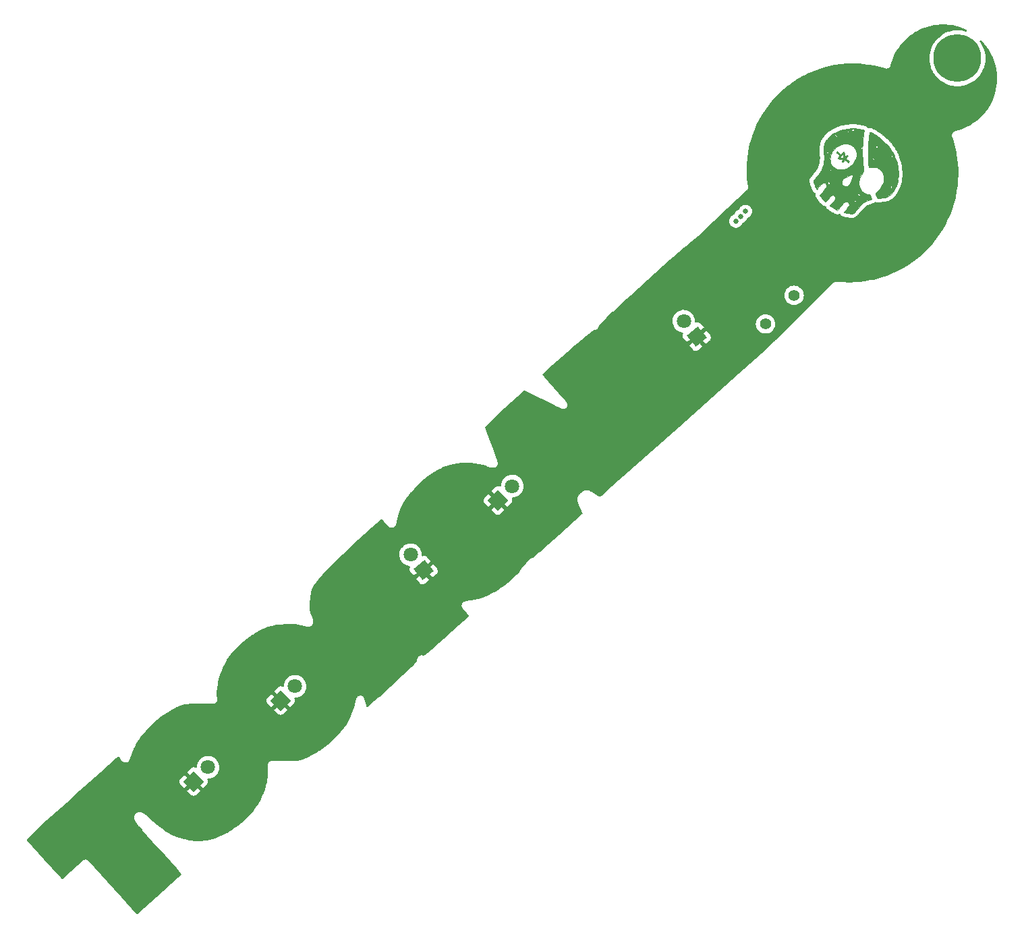
<source format=gbr>
%TF.GenerationSoftware,KiCad,Pcbnew,(6.0.1)*%
%TF.CreationDate,2022-06-23T19:30:40-05:00*%
%TF.ProjectId,toorcamp-sign-lts,746f6f72-6361-46d7-902d-7369676e2d6c,rev?*%
%TF.SameCoordinates,Original*%
%TF.FileFunction,Copper,L1,Top*%
%TF.FilePolarity,Positive*%
%FSLAX46Y46*%
G04 Gerber Fmt 4.6, Leading zero omitted, Abs format (unit mm)*
G04 Created by KiCad (PCBNEW (6.0.1)) date 2022-06-23 19:30:40*
%MOMM*%
%LPD*%
G01*
G04 APERTURE LIST*
G04 Aperture macros list*
%AMHorizOval*
0 Thick line with rounded ends*
0 $1 width*
0 $2 $3 position (X,Y) of the first rounded end (center of the circle)*
0 $4 $5 position (X,Y) of the second rounded end (center of the circle)*
0 Add line between two ends*
20,1,$1,$2,$3,$4,$5,0*
0 Add two circle primitives to create the rounded ends*
1,1,$1,$2,$3*
1,1,$1,$4,$5*%
%AMRotRect*
0 Rectangle, with rotation*
0 The origin of the aperture is its center*
0 $1 length*
0 $2 width*
0 $3 Rotation angle, in degrees counterclockwise*
0 Add horizontal line*
21,1,$1,$2,0,0,$3*%
G04 Aperture macros list end*
%TA.AperFunction,EtchedComponent*%
%ADD10C,0.010000*%
%TD*%
%TA.AperFunction,ComponentPad*%
%ADD11C,6.000000*%
%TD*%
%TA.AperFunction,ComponentPad*%
%ADD12C,1.400000*%
%TD*%
%TA.AperFunction,ComponentPad*%
%ADD13HorizOval,1.400000X0.000000X0.000000X0.000000X0.000000X0*%
%TD*%
%TA.AperFunction,ComponentPad*%
%ADD14RotRect,1.800000X1.800000X45.000000*%
%TD*%
%TA.AperFunction,ComponentPad*%
%ADD15C,1.800000*%
%TD*%
%TA.AperFunction,ComponentPad*%
%ADD16RotRect,1.800000X1.800000X130.000000*%
%TD*%
%TA.AperFunction,ComponentPad*%
%ADD17C,0.650000*%
%TD*%
%TA.AperFunction,ViaPad*%
%ADD18C,0.600000*%
%TD*%
G04 APERTURE END LIST*
D10*
%TO.C,G\u002A\u002A\u002A*%
X191562730Y-77287038D02*
X191558248Y-77332595D01*
X191558248Y-77332595D02*
X191544506Y-77440258D01*
X191544506Y-77440258D02*
X191523530Y-77594801D01*
X191523530Y-77594801D02*
X191497346Y-77780994D01*
X191497346Y-77780994D02*
X191492227Y-77816762D01*
X191492227Y-77816762D02*
X191461180Y-78059965D01*
X191461180Y-78059965D02*
X191430727Y-78345244D01*
X191430727Y-78345244D02*
X191404423Y-78636578D01*
X191404423Y-78636578D02*
X191386211Y-78891234D01*
X191386211Y-78891234D02*
X191371615Y-79116161D01*
X191371615Y-79116161D02*
X191357323Y-79273582D01*
X191357323Y-79273582D02*
X191341348Y-79374112D01*
X191341348Y-79374112D02*
X191321698Y-79428367D01*
X191321698Y-79428367D02*
X191296383Y-79446959D01*
X191296383Y-79446959D02*
X191282129Y-79446431D01*
X191282129Y-79446431D02*
X191214252Y-79459439D01*
X191214252Y-79459439D02*
X191151209Y-79506890D01*
X191151209Y-79506890D02*
X191115097Y-79565516D01*
X191115097Y-79565516D02*
X191126178Y-79610630D01*
X191126178Y-79610630D02*
X191221601Y-79646464D01*
X191221601Y-79646464D02*
X191310533Y-79625220D01*
X191310533Y-79625220D02*
X191330267Y-79647041D01*
X191330267Y-79647041D02*
X191342490Y-79729974D01*
X191342490Y-79729974D02*
X191344996Y-79857162D01*
X191344996Y-79857162D02*
X191344264Y-79882902D01*
X191344264Y-79882902D02*
X191340792Y-80164520D01*
X191340792Y-80164520D02*
X191346924Y-80500746D01*
X191346924Y-80500746D02*
X191361406Y-80868796D01*
X191361406Y-80868796D02*
X191382981Y-81245882D01*
X191382981Y-81245882D02*
X191410394Y-81609217D01*
X191410394Y-81609217D02*
X191442389Y-81936018D01*
X191442389Y-81936018D02*
X191468969Y-82145732D01*
X191468969Y-82145732D02*
X191486734Y-82290685D01*
X191486734Y-82290685D02*
X191483878Y-82390919D01*
X191483878Y-82390919D02*
X191453372Y-82478675D01*
X191453372Y-82478675D02*
X191388188Y-82586196D01*
X191388188Y-82586196D02*
X191365557Y-82620082D01*
X191365557Y-82620082D02*
X191145322Y-82999201D01*
X191145322Y-82999201D02*
X190998257Y-83370168D01*
X190998257Y-83370168D02*
X190924497Y-83729908D01*
X190924497Y-83729908D02*
X190924179Y-84075345D01*
X190924179Y-84075345D02*
X190997441Y-84403402D01*
X190997441Y-84403402D02*
X191144417Y-84711003D01*
X191144417Y-84711003D02*
X191265204Y-84880951D01*
X191265204Y-84880951D02*
X191469120Y-85081066D01*
X191469120Y-85081066D02*
X191713664Y-85221212D01*
X191713664Y-85221212D02*
X192009122Y-85307216D01*
X192009122Y-85307216D02*
X192022155Y-85309614D01*
X192022155Y-85309614D02*
X192252861Y-85351226D01*
X192252861Y-85351226D02*
X192390278Y-85651409D01*
X192390278Y-85651409D02*
X192527694Y-85951593D01*
X192527694Y-85951593D02*
X192306632Y-86027896D01*
X192306632Y-86027896D02*
X192009525Y-86139608D01*
X192009525Y-86139608D02*
X191753407Y-86259236D01*
X191753407Y-86259236D02*
X191523808Y-86397390D01*
X191523808Y-86397390D02*
X191306252Y-86564678D01*
X191306252Y-86564678D02*
X191086269Y-86771711D01*
X191086269Y-86771711D02*
X190849386Y-87029096D01*
X190849386Y-87029096D02*
X190696227Y-87208402D01*
X190696227Y-87208402D02*
X190504716Y-87432455D01*
X190504716Y-87432455D02*
X190354913Y-87596965D01*
X190354913Y-87596965D02*
X190243001Y-87705918D01*
X190243001Y-87705918D02*
X190165162Y-87763294D01*
X190165162Y-87763294D02*
X190163553Y-87764136D01*
X190163553Y-87764136D02*
X190093107Y-87788374D01*
X190093107Y-87788374D02*
X189998013Y-87795449D01*
X189998013Y-87795449D02*
X189863504Y-87784656D01*
X189863504Y-87784656D02*
X189674813Y-87755288D01*
X189674813Y-87755288D02*
X189567255Y-87735630D01*
X189567255Y-87735630D02*
X189381741Y-87698995D01*
X189381741Y-87698995D02*
X189224020Y-87664620D01*
X189224020Y-87664620D02*
X189110155Y-87636232D01*
X189110155Y-87636232D02*
X189056206Y-87617557D01*
X189056206Y-87617557D02*
X189055219Y-87616822D01*
X189055219Y-87616822D02*
X189059738Y-87578222D01*
X189059738Y-87578222D02*
X189111131Y-87490971D01*
X189111131Y-87490971D02*
X189211440Y-87351999D01*
X189211440Y-87351999D02*
X189347608Y-87177177D01*
X189347608Y-87177177D02*
X189482719Y-87005273D01*
X189482719Y-87005273D02*
X189575566Y-86880182D01*
X189575566Y-86880182D02*
X189634127Y-86788853D01*
X189634127Y-86788853D02*
X189666379Y-86718233D01*
X189666379Y-86718233D02*
X189680302Y-86655271D01*
X189680302Y-86655271D02*
X189682528Y-86629275D01*
X189682528Y-86629275D02*
X189656704Y-86484981D01*
X189656704Y-86484981D02*
X189635864Y-86456840D01*
X189635864Y-86456840D02*
X190040996Y-86796786D01*
X190040996Y-86796786D02*
X190039868Y-86828753D01*
X190039868Y-86828753D02*
X190074864Y-86877530D01*
X190074864Y-86877530D02*
X190142316Y-86880377D01*
X190142316Y-86880377D02*
X190161471Y-86871276D01*
X190161471Y-86871276D02*
X190170416Y-86830650D01*
X190170416Y-86830650D02*
X190140784Y-86793342D01*
X190140784Y-86793342D02*
X190074783Y-86762639D01*
X190074783Y-86762639D02*
X190040996Y-86796786D01*
X190040996Y-86796786D02*
X189635864Y-86456840D01*
X189635864Y-86456840D02*
X189572503Y-86371280D01*
X189572503Y-86371280D02*
X189447263Y-86299374D01*
X189447263Y-86299374D02*
X189298319Y-86280465D01*
X189298319Y-86280465D02*
X189183727Y-86306905D01*
X189183727Y-86306905D02*
X189124207Y-86336364D01*
X189124207Y-86336364D02*
X189060172Y-86383008D01*
X189060172Y-86383008D02*
X188982158Y-86456236D01*
X188982158Y-86456236D02*
X188880705Y-86565445D01*
X188880705Y-86565445D02*
X188746350Y-86720038D01*
X188746350Y-86720038D02*
X188632745Y-86854241D01*
X188632745Y-86854241D02*
X188217630Y-87347605D01*
X188217630Y-87347605D02*
X187861641Y-87163927D01*
X187861641Y-87163927D02*
X187696743Y-87073950D01*
X187696743Y-87073950D02*
X187546366Y-86983211D01*
X187546366Y-86983211D02*
X187432314Y-86905265D01*
X187432314Y-86905265D02*
X187392319Y-86872142D01*
X187392319Y-86872142D02*
X187278987Y-86764034D01*
X187278987Y-86764034D02*
X187592851Y-86388117D01*
X187592851Y-86388117D02*
X187728557Y-86222947D01*
X187728557Y-86222947D02*
X187821273Y-86101805D01*
X187821273Y-86101805D02*
X187880121Y-86010474D01*
X187880121Y-86010474D02*
X187914223Y-85934735D01*
X187914223Y-85934735D02*
X187932701Y-85860375D01*
X187932701Y-85860375D02*
X187933153Y-85857763D01*
X187933153Y-85857763D02*
X187930158Y-85695664D01*
X187930158Y-85695664D02*
X187870196Y-85565180D01*
X187870196Y-85565180D02*
X187765982Y-85479055D01*
X187765982Y-85479055D02*
X187630230Y-85450031D01*
X187630230Y-85450031D02*
X187540961Y-85464709D01*
X187540961Y-85464709D02*
X187479848Y-85491603D01*
X187479848Y-85491603D02*
X187409162Y-85542665D01*
X187409162Y-85542665D02*
X187318616Y-85627393D01*
X187318616Y-85627393D02*
X187197925Y-85755281D01*
X187197925Y-85755281D02*
X187063793Y-85905192D01*
X187063793Y-85905192D02*
X186706895Y-86309498D01*
X186706895Y-86309498D02*
X186584541Y-86202775D01*
X186584541Y-86202775D02*
X186490866Y-86110337D01*
X186490866Y-86110337D02*
X186381653Y-85987516D01*
X186381653Y-85987516D02*
X186315653Y-85905925D01*
X186315653Y-85905925D02*
X186220509Y-85780925D01*
X186220509Y-85780925D02*
X186131701Y-85661705D01*
X186131701Y-85661705D02*
X186087326Y-85600502D01*
X186087326Y-85600502D02*
X186005532Y-85485205D01*
X186005532Y-85485205D02*
X186402840Y-84976233D01*
X186402840Y-84976233D02*
X186559601Y-84772883D01*
X186559601Y-84772883D02*
X186673623Y-84617945D01*
X186673623Y-84617945D02*
X186752371Y-84499934D01*
X186752371Y-84499934D02*
X186803310Y-84407368D01*
X186803310Y-84407368D02*
X186833904Y-84328761D01*
X186833904Y-84328761D02*
X186841391Y-84301604D01*
X186841391Y-84301604D02*
X186861474Y-84189889D01*
X186861474Y-84189889D02*
X186844052Y-84113694D01*
X186844052Y-84113694D02*
X186778738Y-84035240D01*
X186778738Y-84035240D02*
X186764234Y-84021007D01*
X186764234Y-84021007D02*
X186648157Y-83928033D01*
X186648157Y-83928033D02*
X186536106Y-83885805D01*
X186536106Y-83885805D02*
X186419921Y-83897516D01*
X186419921Y-83897516D02*
X186291443Y-83966358D01*
X186291443Y-83966358D02*
X186142509Y-84095527D01*
X186142509Y-84095527D02*
X185964959Y-84288216D01*
X185964959Y-84288216D02*
X185906832Y-84356577D01*
X185906832Y-84356577D02*
X185603553Y-84718012D01*
X185603553Y-84718012D02*
X185547278Y-84617896D01*
X185547278Y-84617896D02*
X185486562Y-84493800D01*
X185486562Y-84493800D02*
X185421537Y-84334870D01*
X185421537Y-84334870D02*
X185357727Y-84158401D01*
X185357727Y-84158401D02*
X185300653Y-83981686D01*
X185300653Y-83981686D02*
X185255837Y-83822019D01*
X185255837Y-83822019D02*
X185228801Y-83696692D01*
X185228801Y-83696692D02*
X185225068Y-83623000D01*
X185225068Y-83623000D02*
X185227452Y-83616256D01*
X185227452Y-83616256D02*
X185263661Y-83563480D01*
X185263661Y-83563480D02*
X185340432Y-83461346D01*
X185340432Y-83461346D02*
X185449036Y-83321143D01*
X185449036Y-83321143D02*
X185580738Y-83154159D01*
X185580738Y-83154159D02*
X185699012Y-83006265D01*
X185699012Y-83006265D02*
X187189608Y-84257023D01*
X187189608Y-84257023D02*
X187174422Y-84293497D01*
X187174422Y-84293497D02*
X187170017Y-84383030D01*
X187170017Y-84383030D02*
X187172549Y-84439625D01*
X187172549Y-84439625D02*
X187189926Y-84577244D01*
X187189926Y-84577244D02*
X187216417Y-84645450D01*
X187216417Y-84645450D02*
X187250364Y-84639996D01*
X187250364Y-84639996D02*
X187250647Y-84639661D01*
X187250647Y-84639661D02*
X187258137Y-84590321D01*
X187258137Y-84590321D02*
X187251699Y-84499225D01*
X187251699Y-84499225D02*
X187235852Y-84394693D01*
X187235852Y-84394693D02*
X187215114Y-84305051D01*
X187215114Y-84305051D02*
X187194000Y-84258617D01*
X187194000Y-84258617D02*
X187189608Y-84257023D01*
X187189608Y-84257023D02*
X185699012Y-83006265D01*
X185699012Y-83006265D02*
X185704173Y-82999812D01*
X185704173Y-82999812D02*
X189464995Y-86155516D01*
X189464995Y-86155516D02*
X189459943Y-86171037D01*
X189459943Y-86171037D02*
X189462880Y-86222166D01*
X189462880Y-86222166D02*
X189466526Y-86227572D01*
X189466526Y-86227572D02*
X189498817Y-86215201D01*
X189498817Y-86215201D02*
X189504845Y-86208715D01*
X189504845Y-86208715D02*
X189505985Y-86160620D01*
X189505985Y-86160620D02*
X189498262Y-86152180D01*
X189498262Y-86152180D02*
X189464995Y-86155516D01*
X189464995Y-86155516D02*
X185704173Y-82999812D01*
X185704173Y-82999812D02*
X185706922Y-82996374D01*
X185706922Y-82996374D02*
X185865349Y-82798651D01*
X185865349Y-82798651D02*
X185886841Y-82771085D01*
X185886841Y-82771085D02*
X186984218Y-83691895D01*
X186984218Y-83691895D02*
X186968736Y-83762183D01*
X186968736Y-83762183D02*
X186978934Y-83884402D01*
X186978934Y-83884402D02*
X186996411Y-83999398D01*
X186996411Y-83999398D02*
X187015262Y-84057631D01*
X187015262Y-84057631D02*
X187046148Y-84079942D01*
X187046148Y-84079942D02*
X187081761Y-84085454D01*
X187081761Y-84085454D02*
X187115700Y-84079644D01*
X187115700Y-84079644D02*
X187296290Y-84231176D01*
X187296290Y-84231176D02*
X187297667Y-84251178D01*
X187297667Y-84251178D02*
X187316498Y-84268829D01*
X187316498Y-84268829D02*
X187384663Y-84298933D01*
X187384663Y-84298933D02*
X187412839Y-84296886D01*
X187412839Y-84296886D02*
X187456384Y-84267932D01*
X187456384Y-84267932D02*
X187430674Y-84241872D01*
X187430674Y-84241872D02*
X187360980Y-84230164D01*
X187360980Y-84230164D02*
X187296290Y-84231176D01*
X187296290Y-84231176D02*
X187115700Y-84079644D01*
X187115700Y-84079644D02*
X187179858Y-84068659D01*
X187179858Y-84068659D02*
X187230136Y-84005982D01*
X187230136Y-84005982D02*
X187230414Y-83968666D01*
X187230414Y-83968666D02*
X189668113Y-86014139D01*
X189668113Y-86014139D02*
X189670521Y-86041666D01*
X189670521Y-86041666D02*
X189698048Y-86039257D01*
X189698048Y-86039257D02*
X189695639Y-86011731D01*
X189695639Y-86011731D02*
X189668113Y-86014139D01*
X189668113Y-86014139D02*
X187230414Y-83968666D01*
X187230414Y-83968666D02*
X187230815Y-83914695D01*
X187230815Y-83914695D02*
X187180116Y-83812071D01*
X187180116Y-83812071D02*
X187116752Y-83745765D01*
X187116752Y-83745765D02*
X187032159Y-83687828D01*
X187032159Y-83687828D02*
X186984218Y-83691895D01*
X186984218Y-83691895D02*
X185886841Y-82771085D01*
X185886841Y-82771085D02*
X185983886Y-82646600D01*
X185983886Y-82646600D02*
X185992777Y-82634345D01*
X185992777Y-82634345D02*
X190265731Y-86219779D01*
X190265731Y-86219779D02*
X190272268Y-86239977D01*
X190272268Y-86239977D02*
X190285218Y-86251389D01*
X190285218Y-86251389D02*
X190333396Y-86252998D01*
X190333396Y-86252998D02*
X190340270Y-86246572D01*
X190340270Y-86246572D02*
X190385750Y-86243289D01*
X190385750Y-86243289D02*
X190425257Y-86266875D01*
X190425257Y-86266875D02*
X190489468Y-86289361D01*
X190489468Y-86289361D02*
X190531903Y-86253062D01*
X190531903Y-86253062D02*
X190535655Y-86177195D01*
X190535655Y-86177195D02*
X190527261Y-86150953D01*
X190527261Y-86150953D02*
X190495646Y-86102992D01*
X190495646Y-86102992D02*
X190444233Y-86106955D01*
X190444233Y-86106955D02*
X190384356Y-86138881D01*
X190384356Y-86138881D02*
X190298436Y-86191366D01*
X190298436Y-86191366D02*
X190265731Y-86219779D01*
X190265731Y-86219779D02*
X185992777Y-82634345D01*
X185992777Y-82634345D02*
X186043406Y-82564558D01*
X186043406Y-82564558D02*
X186875592Y-83262846D01*
X186875592Y-83262846D02*
X186878000Y-83290373D01*
X186878000Y-83290373D02*
X186905527Y-83287964D01*
X186905527Y-83287964D02*
X186903119Y-83260438D01*
X186903119Y-83260438D02*
X186875592Y-83262846D01*
X186875592Y-83262846D02*
X186043406Y-82564558D01*
X186043406Y-82564558D02*
X186071931Y-82525239D01*
X186071931Y-82525239D02*
X186138883Y-82419590D01*
X186138883Y-82419590D02*
X186194147Y-82314674D01*
X186194147Y-82314674D02*
X186237450Y-82217268D01*
X186237450Y-82217268D02*
X186737623Y-82636963D01*
X186737623Y-82636963D02*
X186740032Y-82664490D01*
X186740032Y-82664490D02*
X186767558Y-82662081D01*
X186767558Y-82662081D02*
X190569260Y-85852088D01*
X190569260Y-85852088D02*
X190571668Y-85879614D01*
X190571668Y-85879614D02*
X190599195Y-85877207D01*
X190599195Y-85877207D02*
X190596786Y-85849679D01*
X190596786Y-85849679D02*
X190569260Y-85852088D01*
X190569260Y-85852088D02*
X186767558Y-82662081D01*
X186767558Y-82662081D02*
X186765150Y-82634555D01*
X186765150Y-82634555D02*
X186737623Y-82636963D01*
X186737623Y-82636963D02*
X186237450Y-82217268D01*
X186237450Y-82217268D02*
X186247120Y-82195512D01*
X186247120Y-82195512D02*
X186268927Y-82141658D01*
X186268927Y-82141658D02*
X186877663Y-82652448D01*
X186877663Y-82652448D02*
X186880072Y-82679975D01*
X186880072Y-82679975D02*
X186883321Y-82679690D01*
X186883321Y-82679690D02*
X187914301Y-83544785D01*
X187914301Y-83544785D02*
X187910452Y-83593501D01*
X187910452Y-83593501D02*
X187917634Y-83601604D01*
X187917634Y-83601604D02*
X187955360Y-83615856D01*
X187955360Y-83615856D02*
X187958645Y-83613521D01*
X187958645Y-83613521D02*
X187959115Y-83570363D01*
X187959115Y-83570363D02*
X187955311Y-83556702D01*
X187955311Y-83556702D02*
X187925736Y-83535930D01*
X187925736Y-83535930D02*
X187914301Y-83544785D01*
X187914301Y-83544785D02*
X186883321Y-82679690D01*
X186883321Y-82679690D02*
X186907598Y-82677567D01*
X186907598Y-82677567D02*
X186905190Y-82650041D01*
X186905190Y-82650041D02*
X186877663Y-82652448D01*
X186877663Y-82652448D02*
X186268927Y-82141658D01*
X186268927Y-82141658D02*
X186307204Y-82047125D01*
X186307204Y-82047125D02*
X186307465Y-82046467D01*
X186307465Y-82046467D02*
X186820721Y-82477140D01*
X186820721Y-82477140D02*
X186810998Y-82510969D01*
X186810998Y-82510969D02*
X186823932Y-82513841D01*
X186823932Y-82513841D02*
X186839266Y-82498907D01*
X186839266Y-82498907D02*
X187432176Y-82996418D01*
X187432176Y-82996418D02*
X187416928Y-83024383D01*
X187416928Y-83024383D02*
X187414044Y-83091487D01*
X187414044Y-83091487D02*
X187451491Y-83150813D01*
X187451491Y-83150813D02*
X187506840Y-83182707D01*
X187506840Y-83182707D02*
X187557661Y-83167520D01*
X187557661Y-83167520D02*
X187566350Y-83155304D01*
X187566350Y-83155304D02*
X187564573Y-83090696D01*
X187564573Y-83090696D02*
X187524137Y-83026114D01*
X187524137Y-83026114D02*
X187467756Y-82979274D01*
X187467756Y-82979274D02*
X187432176Y-82996418D01*
X187432176Y-82996418D02*
X186839266Y-82498907D01*
X186839266Y-82498907D02*
X186857324Y-82481322D01*
X186857324Y-82481322D02*
X186857423Y-82473928D01*
X186857423Y-82473928D02*
X186836179Y-82463104D01*
X186836179Y-82463104D02*
X186820721Y-82477140D01*
X186820721Y-82477140D02*
X186307465Y-82046467D01*
X186307465Y-82046467D02*
X186315063Y-82027336D01*
X186315063Y-82027336D02*
X186410086Y-81764820D01*
X186410086Y-81764820D02*
X186458389Y-81585729D01*
X186458389Y-81585729D02*
X187207076Y-82213952D01*
X187207076Y-82213952D02*
X187184166Y-82253344D01*
X187184166Y-82253344D02*
X187223221Y-82316620D01*
X187223221Y-82316620D02*
X187299628Y-82362073D01*
X187299628Y-82362073D02*
X187390656Y-82367106D01*
X187390656Y-82367106D02*
X187403580Y-82360326D01*
X187403580Y-82360326D02*
X188076972Y-82925369D01*
X188076972Y-82925369D02*
X188076361Y-82966872D01*
X188076361Y-82966872D02*
X188121732Y-82997137D01*
X188121732Y-82997137D02*
X188181315Y-82997051D01*
X188181315Y-82997051D02*
X188189657Y-82993159D01*
X188189657Y-82993159D02*
X188234273Y-82949158D01*
X188234273Y-82949158D02*
X188236670Y-82938713D01*
X188236670Y-82938713D02*
X188888256Y-83485459D01*
X188888256Y-83485459D02*
X188798385Y-83636750D01*
X188798385Y-83636750D02*
X188762586Y-83750029D01*
X188762586Y-83750029D02*
X188751690Y-83943734D01*
X188751690Y-83943734D02*
X188806419Y-84110170D01*
X188806419Y-84110170D02*
X188917375Y-84237422D01*
X188917375Y-84237422D02*
X189075152Y-84313577D01*
X189075152Y-84313577D02*
X189220227Y-84329958D01*
X189220227Y-84329958D02*
X189401171Y-84313843D01*
X189401171Y-84313843D02*
X189421644Y-84307360D01*
X189421644Y-84307360D02*
X190662185Y-85348298D01*
X190662185Y-85348298D02*
X190640963Y-85379942D01*
X190640963Y-85379942D02*
X190669517Y-85416055D01*
X190669517Y-85416055D02*
X190750751Y-85466718D01*
X190750751Y-85466718D02*
X190869011Y-85515894D01*
X190869011Y-85515894D02*
X190982874Y-85536075D01*
X190982874Y-85536075D02*
X191000053Y-85535487D01*
X191000053Y-85535487D02*
X191111365Y-85525748D01*
X191111365Y-85525748D02*
X191057042Y-85395601D01*
X191057042Y-85395601D02*
X191013849Y-85307031D01*
X191013849Y-85307031D02*
X190966106Y-85267382D01*
X190966106Y-85267382D02*
X190890272Y-85252113D01*
X190890272Y-85252113D02*
X190798042Y-85253390D01*
X190798042Y-85253390D02*
X190744716Y-85273578D01*
X190744716Y-85273578D02*
X190684964Y-85329211D01*
X190684964Y-85329211D02*
X190662185Y-85348298D01*
X190662185Y-85348298D02*
X189421644Y-84307360D01*
X189421644Y-84307360D02*
X189545508Y-84268143D01*
X189545508Y-84268143D02*
X189663020Y-84183209D01*
X189663020Y-84183209D02*
X189714505Y-84114637D01*
X189714505Y-84114637D02*
X191101558Y-85278513D01*
X191101558Y-85278513D02*
X191103966Y-85306040D01*
X191103966Y-85306040D02*
X191131492Y-85303631D01*
X191131492Y-85303631D02*
X191129084Y-85276105D01*
X191129084Y-85276105D02*
X191101558Y-85278513D01*
X191101558Y-85278513D02*
X189714505Y-84114637D01*
X189714505Y-84114637D02*
X189763489Y-84049396D01*
X189763489Y-84049396D02*
X189856694Y-83857058D01*
X189856694Y-83857058D02*
X189946704Y-83613451D01*
X189946704Y-83613451D02*
X190022993Y-83385646D01*
X190022993Y-83385646D02*
X190075299Y-83219638D01*
X190075299Y-83219638D02*
X190106121Y-83103693D01*
X190106121Y-83103693D02*
X190117959Y-83026078D01*
X190117959Y-83026078D02*
X190113313Y-82975058D01*
X190113313Y-82975058D02*
X190094684Y-82938901D01*
X190094684Y-82938901D02*
X190091337Y-82934647D01*
X190091337Y-82934647D02*
X190013459Y-82889755D01*
X190013459Y-82889755D02*
X189890457Y-82894370D01*
X189890457Y-82894370D02*
X189719272Y-82949459D01*
X189719272Y-82949459D02*
X189496845Y-83055983D01*
X189496845Y-83055983D02*
X189240212Y-83202727D01*
X189240212Y-83202727D02*
X189031689Y-83345189D01*
X189031689Y-83345189D02*
X188888256Y-83485459D01*
X188888256Y-83485459D02*
X188236670Y-82938713D01*
X188236670Y-82938713D02*
X188238148Y-82932269D01*
X188238148Y-82932269D02*
X188204303Y-82905586D01*
X188204303Y-82905586D02*
X188137777Y-82901212D01*
X188137777Y-82901212D02*
X188081308Y-82920977D01*
X188081308Y-82920977D02*
X188076972Y-82925369D01*
X188076972Y-82925369D02*
X187403580Y-82360326D01*
X187403580Y-82360326D02*
X187448717Y-82336652D01*
X187448717Y-82336652D02*
X187452414Y-82284665D01*
X187452414Y-82284665D02*
X187404918Y-82231985D01*
X187404918Y-82231985D02*
X187329787Y-82200715D01*
X187329787Y-82200715D02*
X187301873Y-82198897D01*
X187301873Y-82198897D02*
X187207076Y-82213952D01*
X187207076Y-82213952D02*
X186458389Y-81585729D01*
X186458389Y-81585729D02*
X186476187Y-81519735D01*
X186476187Y-81519735D02*
X186516862Y-81269409D01*
X186516862Y-81269409D02*
X186517826Y-81255115D01*
X186517826Y-81255115D02*
X188079794Y-82565762D01*
X188079794Y-82565762D02*
X188072986Y-82577808D01*
X188072986Y-82577808D02*
X188070986Y-82620785D01*
X188070986Y-82620785D02*
X188081334Y-82701089D01*
X188081334Y-82701089D02*
X188099371Y-82733873D01*
X188099371Y-82733873D02*
X188125403Y-82745690D01*
X188125403Y-82745690D02*
X188125264Y-82741166D01*
X188125264Y-82741166D02*
X188112835Y-82692640D01*
X188112835Y-82692640D02*
X188096879Y-82628078D01*
X188096879Y-82628078D02*
X188079794Y-82565762D01*
X188079794Y-82565762D02*
X186517826Y-81255115D01*
X186517826Y-81255115D02*
X186527672Y-81108993D01*
X186527672Y-81108993D02*
X186744692Y-81291095D01*
X186744692Y-81291095D02*
X186734970Y-81324925D01*
X186734970Y-81324925D02*
X186747903Y-81327797D01*
X186747903Y-81327797D02*
X186781295Y-81295277D01*
X186781295Y-81295277D02*
X186781394Y-81287884D01*
X186781394Y-81287884D02*
X186760150Y-81277060D01*
X186760150Y-81277060D02*
X186744692Y-81291095D01*
X186744692Y-81291095D02*
X186527672Y-81108993D01*
X186527672Y-81108993D02*
X186535611Y-80991171D01*
X186535611Y-80991171D02*
X186535657Y-80942977D01*
X186535657Y-80942977D02*
X188659371Y-82724984D01*
X188659371Y-82724984D02*
X188632089Y-82772521D01*
X188632089Y-82772521D02*
X188632395Y-82788661D01*
X188632395Y-82788661D02*
X188664631Y-82826026D01*
X188664631Y-82826026D02*
X188720345Y-82821073D01*
X188720345Y-82821073D02*
X188737347Y-82807086D01*
X188737347Y-82807086D02*
X188734051Y-82761721D01*
X188734051Y-82761721D02*
X188716081Y-82741242D01*
X188716081Y-82741242D02*
X188659371Y-82724984D01*
X188659371Y-82724984D02*
X186535657Y-80942977D01*
X186535657Y-80942977D02*
X186535929Y-80662346D01*
X186535929Y-80662346D02*
X186534533Y-80604638D01*
X186534533Y-80604638D02*
X186636658Y-80690331D01*
X186636658Y-80690331D02*
X186638620Y-80737233D01*
X186638620Y-80737233D02*
X186656441Y-80757942D01*
X186656441Y-80757942D02*
X186709841Y-80775206D01*
X186709841Y-80775206D02*
X186726462Y-80765685D01*
X186726462Y-80765685D02*
X186724500Y-80718783D01*
X186724500Y-80718783D02*
X186706678Y-80698073D01*
X186706678Y-80698073D02*
X186653278Y-80680811D01*
X186653278Y-80680811D02*
X186636658Y-80690331D01*
X186636658Y-80690331D02*
X186534533Y-80604638D01*
X186534533Y-80604638D02*
X186523939Y-80202481D01*
X186523939Y-80202481D02*
X186516973Y-79869236D01*
X186516973Y-79869236D02*
X186516728Y-79826177D01*
X186516728Y-79826177D02*
X186778902Y-80046167D01*
X186778902Y-80046167D02*
X186796789Y-80091502D01*
X186796789Y-80091502D02*
X186845881Y-80127616D01*
X186845881Y-80127616D02*
X186917174Y-80184166D01*
X186917174Y-80184166D02*
X186943037Y-80236110D01*
X186943037Y-80236110D02*
X186942993Y-80236434D01*
X186942993Y-80236434D02*
X186944701Y-80282280D01*
X186944701Y-80282280D02*
X186972311Y-80257651D01*
X186972311Y-80257651D02*
X187023770Y-80165058D01*
X187023770Y-80165058D02*
X187038354Y-80134696D01*
X187038354Y-80134696D02*
X187106160Y-80191592D01*
X187106160Y-80191592D02*
X187108569Y-80219118D01*
X187108569Y-80219118D02*
X187136095Y-80216711D01*
X187136095Y-80216711D02*
X187133686Y-80189184D01*
X187133686Y-80189184D02*
X187106160Y-80191592D01*
X187106160Y-80191592D02*
X187038354Y-80134696D01*
X187038354Y-80134696D02*
X187055816Y-80098337D01*
X187055816Y-80098337D02*
X187088459Y-80020695D01*
X187088459Y-80020695D02*
X187153063Y-80074903D01*
X187153063Y-80074903D02*
X187134324Y-80128975D01*
X187134324Y-80128975D02*
X187143837Y-80146691D01*
X187143837Y-80146691D02*
X187190943Y-80149604D01*
X187190943Y-80149604D02*
X187197408Y-80143641D01*
X187197408Y-80143641D02*
X187209667Y-80084841D01*
X187209667Y-80084841D02*
X187206633Y-80071853D01*
X187206633Y-80071853D02*
X187175311Y-80057136D01*
X187175311Y-80057136D02*
X187153063Y-80074903D01*
X187153063Y-80074903D02*
X187088459Y-80020695D01*
X187088459Y-80020695D02*
X187096091Y-80002540D01*
X187096091Y-80002540D02*
X187099155Y-79969470D01*
X187099155Y-79969470D02*
X187076032Y-79988429D01*
X187076032Y-79988429D02*
X186984773Y-80040346D01*
X186984773Y-80040346D02*
X186920682Y-80036614D01*
X186920682Y-80036614D02*
X186823378Y-80024004D01*
X186823378Y-80024004D02*
X186778902Y-80046167D01*
X186778902Y-80046167D02*
X186516728Y-79826177D01*
X186516728Y-79826177D02*
X186515416Y-79595682D01*
X186515416Y-79595682D02*
X186519463Y-79435737D01*
X186519463Y-79435737D02*
X186886700Y-79743885D01*
X186886700Y-79743885D02*
X186875876Y-79765129D01*
X186875876Y-79765129D02*
X186889911Y-79780587D01*
X186889911Y-79780587D02*
X186923741Y-79790309D01*
X186923741Y-79790309D02*
X186926612Y-79777376D01*
X186926612Y-79777376D02*
X186894093Y-79743984D01*
X186894093Y-79743984D02*
X186886700Y-79743885D01*
X186886700Y-79743885D02*
X186519463Y-79435737D01*
X186519463Y-79435737D02*
X186521059Y-79372600D01*
X186521059Y-79372600D02*
X186527092Y-79297606D01*
X186527092Y-79297606D02*
X187157432Y-79826524D01*
X187157432Y-79826524D02*
X187159841Y-79854051D01*
X187159841Y-79854051D02*
X187187367Y-79851642D01*
X187187367Y-79851642D02*
X187184959Y-79824116D01*
X187184959Y-79824116D02*
X187157432Y-79826524D01*
X187157432Y-79826524D02*
X186527092Y-79297606D01*
X186527092Y-79297606D02*
X186535685Y-79190769D01*
X186535685Y-79190769D02*
X186561080Y-79040968D01*
X186561080Y-79040968D02*
X186599028Y-78913978D01*
X186599028Y-78913978D02*
X186651318Y-78800579D01*
X186651318Y-78800579D02*
X186654809Y-78795014D01*
X186654809Y-78795014D02*
X187758702Y-79721290D01*
X187758702Y-79721290D02*
X187529945Y-80042816D01*
X187529945Y-80042816D02*
X187469807Y-80154008D01*
X187469807Y-80154008D02*
X187356335Y-80421737D01*
X187356335Y-80421737D02*
X187298343Y-80677824D01*
X187298343Y-80677824D02*
X187288533Y-80957174D01*
X187288533Y-80957174D02*
X187291091Y-81008792D01*
X187291091Y-81008792D02*
X187343708Y-81335780D01*
X187343708Y-81335780D02*
X187459706Y-81617073D01*
X187459706Y-81617073D02*
X187638679Y-81852136D01*
X187638679Y-81852136D02*
X187880220Y-82040434D01*
X187880220Y-82040434D02*
X188177937Y-82179324D01*
X188177937Y-82179324D02*
X188431384Y-82233213D01*
X188431384Y-82233213D02*
X188690171Y-82234893D01*
X188690171Y-82234893D02*
X189119344Y-82595012D01*
X189119344Y-82595012D02*
X189121752Y-82622538D01*
X189121752Y-82622538D02*
X189149279Y-82620131D01*
X189149279Y-82620131D02*
X189146871Y-82592603D01*
X189146871Y-82592603D02*
X189119344Y-82595012D01*
X189119344Y-82595012D02*
X188690171Y-82234893D01*
X188690171Y-82234893D02*
X188721294Y-82235095D01*
X188721294Y-82235095D02*
X189029042Y-82188404D01*
X189029042Y-82188404D02*
X189336003Y-82096569D01*
X189336003Y-82096569D02*
X189623555Y-81963028D01*
X189623555Y-81963028D02*
X189739883Y-81891435D01*
X189739883Y-81891435D02*
X189991870Y-81684172D01*
X189991870Y-81684172D02*
X190216627Y-81426159D01*
X190216627Y-81426159D02*
X190402090Y-81136075D01*
X190402090Y-81136075D02*
X190536205Y-80832597D01*
X190536205Y-80832597D02*
X190604671Y-80551846D01*
X190604671Y-80551846D02*
X190614184Y-80222832D01*
X190614184Y-80222832D02*
X190554625Y-79920368D01*
X190554625Y-79920368D02*
X190432479Y-79651005D01*
X190432479Y-79651005D02*
X190254226Y-79421291D01*
X190254226Y-79421291D02*
X190026345Y-79237778D01*
X190026345Y-79237778D02*
X189755319Y-79107012D01*
X189755319Y-79107012D02*
X189447630Y-79035545D01*
X189447630Y-79035545D02*
X189109758Y-79029926D01*
X189109758Y-79029926D02*
X189099497Y-79030818D01*
X189099497Y-79030818D02*
X188716148Y-79103262D01*
X188716148Y-79103262D02*
X188359661Y-79246099D01*
X188359661Y-79246099D02*
X188037894Y-79453913D01*
X188037894Y-79453913D02*
X187758702Y-79721290D01*
X187758702Y-79721290D02*
X186654809Y-78795014D01*
X186654809Y-78795014D02*
X186719732Y-78691548D01*
X186719732Y-78691548D02*
X186779186Y-78613119D01*
X186779186Y-78613119D02*
X187037217Y-78829632D01*
X187037217Y-78829632D02*
X187039676Y-78835017D01*
X187039676Y-78835017D02*
X187084676Y-78836866D01*
X187084676Y-78836866D02*
X187096111Y-78833751D01*
X187096111Y-78833751D02*
X187634557Y-79285561D01*
X187634557Y-79285561D02*
X187582372Y-79354230D01*
X187582372Y-79354230D02*
X187545779Y-79422745D01*
X187545779Y-79422745D02*
X187543089Y-79461476D01*
X187543089Y-79461476D02*
X187570658Y-79439365D01*
X187570658Y-79439365D02*
X187627192Y-79373786D01*
X187627192Y-79373786D02*
X187648833Y-79346352D01*
X187648833Y-79346352D02*
X187701656Y-79267842D01*
X187701656Y-79267842D02*
X187697887Y-79242294D01*
X187697887Y-79242294D02*
X187683375Y-79245879D01*
X187683375Y-79245879D02*
X187634557Y-79285561D01*
X187634557Y-79285561D02*
X187096111Y-78833751D01*
X187096111Y-78833751D02*
X187098261Y-78833165D01*
X187098261Y-78833165D02*
X187129373Y-78811580D01*
X187129373Y-78811580D02*
X187126913Y-78806196D01*
X187126913Y-78806196D02*
X187081913Y-78804347D01*
X187081913Y-78804347D02*
X187068327Y-78808047D01*
X187068327Y-78808047D02*
X187037217Y-78829632D01*
X187037217Y-78829632D02*
X186779186Y-78613119D01*
X186779186Y-78613119D02*
X186806058Y-78577668D01*
X186806058Y-78577668D02*
X186912082Y-78449716D01*
X186912082Y-78449716D02*
X186963676Y-78388661D01*
X186963676Y-78388661D02*
X187108113Y-78219333D01*
X187108113Y-78219333D02*
X187168404Y-78152357D01*
X187168404Y-78152357D02*
X187597181Y-78512144D01*
X187597181Y-78512144D02*
X187599589Y-78539671D01*
X187599589Y-78539671D02*
X187627116Y-78537262D01*
X187627116Y-78537262D02*
X187624707Y-78509736D01*
X187624707Y-78509736D02*
X187669609Y-78547413D01*
X187669609Y-78547413D02*
X187671571Y-78594316D01*
X187671571Y-78594316D02*
X187689393Y-78615026D01*
X187689393Y-78615026D02*
X187742793Y-78632288D01*
X187742793Y-78632288D02*
X187759413Y-78622768D01*
X187759413Y-78622768D02*
X187757984Y-78588563D01*
X187757984Y-78588563D02*
X188244115Y-78996475D01*
X188244115Y-78996475D02*
X188221699Y-79050743D01*
X188221699Y-79050743D02*
X188219452Y-79065261D01*
X188219452Y-79065261D02*
X188214908Y-79129966D01*
X188214908Y-79129966D02*
X188244239Y-79134053D01*
X188244239Y-79134053D02*
X188285089Y-79115311D01*
X188285089Y-79115311D02*
X188345961Y-79074216D01*
X188345961Y-79074216D02*
X188360701Y-79049101D01*
X188360701Y-79049101D02*
X188326935Y-79013720D01*
X188326935Y-79013720D02*
X188295063Y-78999050D01*
X188295063Y-78999050D02*
X188244115Y-78996475D01*
X188244115Y-78996475D02*
X187757984Y-78588563D01*
X187757984Y-78588563D02*
X187757452Y-78575865D01*
X187757452Y-78575865D02*
X187739630Y-78555156D01*
X187739630Y-78555156D02*
X187686230Y-78537893D01*
X187686230Y-78537893D02*
X187669609Y-78547413D01*
X187669609Y-78547413D02*
X187624707Y-78509736D01*
X187624707Y-78509736D02*
X187597181Y-78512144D01*
X187597181Y-78512144D02*
X187168404Y-78152357D01*
X187168404Y-78152357D02*
X187219726Y-78095344D01*
X187219726Y-78095344D02*
X187234831Y-78080569D01*
X187234831Y-78080569D02*
X188079061Y-78788962D01*
X188079061Y-78788962D02*
X188076148Y-78836068D01*
X188076148Y-78836068D02*
X188082111Y-78842533D01*
X188082111Y-78842533D02*
X188140911Y-78854791D01*
X188140911Y-78854791D02*
X188153899Y-78851758D01*
X188153899Y-78851758D02*
X188168616Y-78820436D01*
X188168616Y-78820436D02*
X188150849Y-78798187D01*
X188150849Y-78798187D02*
X188096777Y-78779449D01*
X188096777Y-78779449D02*
X188079061Y-78788962D01*
X188079061Y-78788962D02*
X187234831Y-78080569D01*
X187234831Y-78080569D02*
X187315422Y-78001745D01*
X187315422Y-78001745D02*
X187412111Y-77923586D01*
X187412111Y-77923586D02*
X187526702Y-77845919D01*
X187526702Y-77845919D02*
X187676103Y-77753794D01*
X187676103Y-77753794D02*
X187694016Y-77742965D01*
X187694016Y-77742965D02*
X187700362Y-77739273D01*
X187700362Y-77739273D02*
X187840770Y-77857089D01*
X187840770Y-77857089D02*
X187829386Y-77903404D01*
X187829386Y-77903404D02*
X187885302Y-77951369D01*
X187885302Y-77951369D02*
X187894016Y-77956338D01*
X187894016Y-77956338D02*
X187971704Y-78027422D01*
X187971704Y-78027422D02*
X187993703Y-78085050D01*
X187993703Y-78085050D02*
X188021141Y-78174821D01*
X188021141Y-78174821D02*
X188082260Y-78194630D01*
X188082260Y-78194630D02*
X188098011Y-78190492D01*
X188098011Y-78190492D02*
X188137336Y-78144378D01*
X188137336Y-78144378D02*
X188138575Y-78073325D01*
X188138575Y-78073325D02*
X188102668Y-78020111D01*
X188102668Y-78020111D02*
X188094181Y-78016327D01*
X188094181Y-78016327D02*
X188052899Y-77967992D01*
X188052899Y-77967992D02*
X188044473Y-77921646D01*
X188044473Y-77921646D02*
X188044196Y-77921030D01*
X188044196Y-77921030D02*
X188462094Y-78271688D01*
X188462094Y-78271688D02*
X188437210Y-78312884D01*
X188437210Y-78312884D02*
X188465637Y-78339384D01*
X188465637Y-78339384D02*
X188514544Y-78357743D01*
X188514544Y-78357743D02*
X188566921Y-78358484D01*
X188566921Y-78358484D02*
X188578528Y-78309970D01*
X188578528Y-78309970D02*
X188554624Y-78244894D01*
X188554624Y-78244894D02*
X188499208Y-78241320D01*
X188499208Y-78241320D02*
X188462094Y-78271688D01*
X188462094Y-78271688D02*
X188044196Y-77921030D01*
X188044196Y-77921030D02*
X188013615Y-77853270D01*
X188013615Y-77853270D02*
X187942730Y-77821046D01*
X187942730Y-77821046D02*
X187865697Y-77835712D01*
X187865697Y-77835712D02*
X187840770Y-77857089D01*
X187840770Y-77857089D02*
X187700362Y-77739273D01*
X187700362Y-77739273D02*
X187878635Y-77635560D01*
X187878635Y-77635560D02*
X188070321Y-77530863D01*
X188070321Y-77530863D02*
X188227197Y-77450939D01*
X188227197Y-77450939D02*
X189108440Y-78190389D01*
X189108440Y-78190389D02*
X189097617Y-78211633D01*
X189097617Y-78211633D02*
X189111651Y-78227091D01*
X189111651Y-78227091D02*
X189145482Y-78236813D01*
X189145482Y-78236813D02*
X189148353Y-78223881D01*
X189148353Y-78223881D02*
X189115834Y-78190489D01*
X189115834Y-78190489D02*
X189108440Y-78190389D01*
X189108440Y-78190389D02*
X188227197Y-77450939D01*
X188227197Y-77450939D02*
X188241216Y-77443797D01*
X188241216Y-77443797D02*
X188324820Y-77405079D01*
X188324820Y-77405079D02*
X188445339Y-77361920D01*
X188445339Y-77361920D02*
X190908767Y-79428982D01*
X190908767Y-79428982D02*
X190899045Y-79462812D01*
X190899045Y-79462812D02*
X190911977Y-79465684D01*
X190911977Y-79465684D02*
X190945369Y-79433165D01*
X190945369Y-79433165D02*
X190945468Y-79425771D01*
X190945468Y-79425771D02*
X190924225Y-79414947D01*
X190924225Y-79414947D02*
X190908767Y-79428982D01*
X190908767Y-79428982D02*
X188445339Y-77361920D01*
X188445339Y-77361920D02*
X188644010Y-77290776D01*
X188644010Y-77290776D02*
X188875184Y-77232816D01*
X188875184Y-77232816D02*
X189234121Y-77534001D01*
X189234121Y-77534001D02*
X189258358Y-77559069D01*
X189258358Y-77559069D02*
X189323307Y-77616164D01*
X189323307Y-77616164D02*
X189348187Y-77637212D01*
X189348187Y-77637212D02*
X189425704Y-77694664D01*
X189425704Y-77694664D02*
X189460987Y-77697806D01*
X189460987Y-77697806D02*
X189466279Y-77674410D01*
X189466279Y-77674410D02*
X189438063Y-77609818D01*
X189438063Y-77609818D02*
X189414147Y-77594728D01*
X189414147Y-77594728D02*
X189370669Y-77549913D01*
X189370669Y-77549913D02*
X189368799Y-77527777D01*
X189368799Y-77527777D02*
X189396613Y-77491527D01*
X189396613Y-77491527D02*
X189447323Y-77507934D01*
X189447323Y-77507934D02*
X189501008Y-77564274D01*
X189501008Y-77564274D02*
X189533850Y-77633215D01*
X189533850Y-77633215D02*
X189563969Y-77702439D01*
X189563969Y-77702439D02*
X189590725Y-77716841D01*
X189590725Y-77716841D02*
X189591652Y-77715842D01*
X189591652Y-77715842D02*
X189604951Y-77656064D01*
X189604951Y-77656064D02*
X189602809Y-77647460D01*
X189602809Y-77647460D02*
X189619809Y-77595748D01*
X189619809Y-77595748D02*
X189655610Y-77561228D01*
X189655610Y-77561228D02*
X189693323Y-77516955D01*
X189693323Y-77516955D02*
X189664517Y-77467663D01*
X189664517Y-77467663D02*
X189644629Y-77450042D01*
X189644629Y-77450042D02*
X189589203Y-77371067D01*
X189589203Y-77371067D02*
X189578064Y-77304916D01*
X189578064Y-77304916D02*
X189583466Y-77248618D01*
X189583466Y-77248618D02*
X189571731Y-77264359D01*
X189571731Y-77264359D02*
X189560909Y-77289624D01*
X189560909Y-77289624D02*
X189511608Y-77349300D01*
X189511608Y-77349300D02*
X189421283Y-77419855D01*
X189421283Y-77419855D02*
X189385648Y-77442290D01*
X189385648Y-77442290D02*
X189295532Y-77495966D01*
X189295532Y-77495966D02*
X189241046Y-77529293D01*
X189241046Y-77529293D02*
X189234121Y-77534001D01*
X189234121Y-77534001D02*
X188875184Y-77232816D01*
X188875184Y-77232816D02*
X189017670Y-77197093D01*
X189017670Y-77197093D02*
X189424056Y-77127340D01*
X189424056Y-77127340D02*
X189614491Y-77107942D01*
X189614491Y-77107942D02*
X189880381Y-77331050D01*
X189880381Y-77331050D02*
X189910672Y-77359582D01*
X189910672Y-77359582D02*
X189968639Y-77379461D01*
X189968639Y-77379461D02*
X191324803Y-78517419D01*
X191324803Y-78517419D02*
X191318050Y-78540259D01*
X191318050Y-78540259D02*
X191321226Y-78597686D01*
X191321226Y-78597686D02*
X191344085Y-78605634D01*
X191344085Y-78605634D02*
X191347888Y-78601694D01*
X191347888Y-78601694D02*
X191347871Y-78558533D01*
X191347871Y-78558533D02*
X191342327Y-78538134D01*
X191342327Y-78538134D02*
X191324803Y-78517419D01*
X191324803Y-78517419D02*
X189968639Y-77379461D01*
X189968639Y-77379461D02*
X190009358Y-77393426D01*
X190009358Y-77393426D02*
X190049787Y-77403689D01*
X190049787Y-77403689D02*
X190151022Y-77411785D01*
X190151022Y-77411785D02*
X190221976Y-77389209D01*
X190221976Y-77389209D02*
X190227081Y-77384118D01*
X190227081Y-77384118D02*
X190247946Y-77369654D01*
X190247946Y-77369654D02*
X191350406Y-78294728D01*
X191350406Y-78294728D02*
X191352814Y-78322254D01*
X191352814Y-78322254D02*
X191380341Y-78319846D01*
X191380341Y-78319846D02*
X191377932Y-78292320D01*
X191377932Y-78292320D02*
X191350406Y-78294728D01*
X191350406Y-78294728D02*
X190247946Y-77369654D01*
X190247946Y-77369654D02*
X190297329Y-77335423D01*
X190297329Y-77335423D02*
X190328947Y-77327310D01*
X190328947Y-77327310D02*
X190355105Y-77304539D01*
X190355105Y-77304539D02*
X190322070Y-77241382D01*
X190322070Y-77241382D02*
X190305029Y-77219290D01*
X190305029Y-77219290D02*
X190211283Y-77145366D01*
X190211283Y-77145366D02*
X190115752Y-77139396D01*
X190115752Y-77139396D02*
X190037277Y-77200786D01*
X190037277Y-77200786D02*
X190021751Y-77228211D01*
X190021751Y-77228211D02*
X189963530Y-77293289D01*
X189963530Y-77293289D02*
X189922917Y-77311067D01*
X189922917Y-77311067D02*
X189880381Y-77331050D01*
X189880381Y-77331050D02*
X189614491Y-77107942D01*
X189614491Y-77107942D02*
X189841426Y-77084826D01*
X189841426Y-77084826D02*
X190248036Y-77072858D01*
X190248036Y-77072858D02*
X190458256Y-77080435D01*
X190458256Y-77080435D02*
X190483500Y-77082699D01*
X190483500Y-77082699D02*
X190720924Y-77281922D01*
X190720924Y-77281922D02*
X190706672Y-77319648D01*
X190706672Y-77319648D02*
X190709006Y-77322933D01*
X190709006Y-77322933D02*
X190752164Y-77323402D01*
X190752164Y-77323402D02*
X190765826Y-77319599D01*
X190765826Y-77319599D02*
X190786597Y-77290024D01*
X190786597Y-77290024D02*
X190777742Y-77278588D01*
X190777742Y-77278588D02*
X190729026Y-77274739D01*
X190729026Y-77274739D02*
X190720924Y-77281922D01*
X190720924Y-77281922D02*
X190483500Y-77082699D01*
X190483500Y-77082699D02*
X190626982Y-77095568D01*
X190626982Y-77095568D02*
X190817316Y-77119840D01*
X190817316Y-77119840D02*
X191013870Y-77150373D01*
X191013870Y-77150373D02*
X191201253Y-77184288D01*
X191201253Y-77184288D02*
X191364077Y-77218709D01*
X191364077Y-77218709D02*
X191486955Y-77250753D01*
X191486955Y-77250753D02*
X191554496Y-77277545D01*
X191554496Y-77277545D02*
X191562730Y-77287038D01*
X191562730Y-77287038D02*
X191562730Y-77287038D01*
G36*
X189447263Y-86299374D02*
G01*
X189298319Y-86280465D01*
X189183727Y-86306905D01*
X189124207Y-86336364D01*
X189060172Y-86383008D01*
X188982158Y-86456236D01*
X188880705Y-86565445D01*
X188746350Y-86720038D01*
X188632745Y-86854241D01*
X188217630Y-87347605D01*
X187861641Y-87163927D01*
X187696743Y-87073950D01*
X187546366Y-86983211D01*
X187432314Y-86905265D01*
X187392319Y-86872142D01*
X187278987Y-86764034D01*
X187592851Y-86388117D01*
X187728557Y-86222947D01*
X187768286Y-86171037D01*
X189459943Y-86171037D01*
X189462880Y-86222166D01*
X189466526Y-86227572D01*
X189486867Y-86219779D01*
X190265731Y-86219779D01*
X190272268Y-86239977D01*
X190285218Y-86251389D01*
X190333396Y-86252998D01*
X190340270Y-86246572D01*
X190385750Y-86243289D01*
X190425257Y-86266875D01*
X190489468Y-86289361D01*
X190531903Y-86253062D01*
X190535655Y-86177195D01*
X190527261Y-86150953D01*
X190495646Y-86102992D01*
X190444233Y-86106955D01*
X190384356Y-86138881D01*
X190298436Y-86191366D01*
X190265731Y-86219779D01*
X189486867Y-86219779D01*
X189498817Y-86215201D01*
X189504845Y-86208715D01*
X189505985Y-86160620D01*
X189498262Y-86152180D01*
X189464995Y-86155516D01*
X189459943Y-86171037D01*
X187768286Y-86171037D01*
X187821273Y-86101805D01*
X187877760Y-86014139D01*
X189668113Y-86014139D01*
X189670521Y-86041666D01*
X189698048Y-86039257D01*
X189695639Y-86011731D01*
X189668113Y-86014139D01*
X187877760Y-86014139D01*
X187880121Y-86010474D01*
X187914223Y-85934735D01*
X187932701Y-85860375D01*
X187933153Y-85857763D01*
X187933048Y-85852088D01*
X190569260Y-85852088D01*
X190571668Y-85879614D01*
X190599195Y-85877207D01*
X190596786Y-85849679D01*
X190569260Y-85852088D01*
X187933048Y-85852088D01*
X187930158Y-85695664D01*
X187870196Y-85565180D01*
X187765982Y-85479055D01*
X187630230Y-85450031D01*
X187540961Y-85464709D01*
X187479848Y-85491603D01*
X187409162Y-85542665D01*
X187318616Y-85627393D01*
X187197925Y-85755281D01*
X187063793Y-85905192D01*
X186706895Y-86309498D01*
X186584541Y-86202775D01*
X186490866Y-86110337D01*
X186381653Y-85987516D01*
X186315653Y-85905925D01*
X186220509Y-85780925D01*
X186131701Y-85661705D01*
X186087326Y-85600502D01*
X186005532Y-85485205D01*
X186087701Y-85379942D01*
X190640963Y-85379942D01*
X190669517Y-85416055D01*
X190750751Y-85466718D01*
X190869011Y-85515894D01*
X190982874Y-85536075D01*
X191000053Y-85535487D01*
X191111365Y-85525748D01*
X191057042Y-85395601D01*
X191013849Y-85307031D01*
X190979509Y-85278513D01*
X191101558Y-85278513D01*
X191103966Y-85306040D01*
X191131492Y-85303631D01*
X191129084Y-85276105D01*
X191101558Y-85278513D01*
X190979509Y-85278513D01*
X190966106Y-85267382D01*
X190890272Y-85252113D01*
X190798042Y-85253390D01*
X190744716Y-85273578D01*
X190684964Y-85329211D01*
X190662185Y-85348298D01*
X190640963Y-85379942D01*
X186087701Y-85379942D01*
X186402840Y-84976233D01*
X186559601Y-84772883D01*
X186673623Y-84617945D01*
X186752371Y-84499934D01*
X186803310Y-84407368D01*
X186812782Y-84383030D01*
X187170017Y-84383030D01*
X187172549Y-84439625D01*
X187189926Y-84577244D01*
X187216417Y-84645450D01*
X187250364Y-84639996D01*
X187250647Y-84639661D01*
X187258137Y-84590321D01*
X187251699Y-84499225D01*
X187235852Y-84394693D01*
X187215114Y-84305051D01*
X187194000Y-84258617D01*
X187189608Y-84257023D01*
X187174422Y-84293497D01*
X187170017Y-84383030D01*
X186812782Y-84383030D01*
X186833904Y-84328761D01*
X186841391Y-84301604D01*
X186854052Y-84231176D01*
X187296290Y-84231176D01*
X187297667Y-84251178D01*
X187316498Y-84268829D01*
X187384663Y-84298933D01*
X187412839Y-84296886D01*
X187456384Y-84267932D01*
X187430674Y-84241872D01*
X187360980Y-84230164D01*
X187296290Y-84231176D01*
X186854052Y-84231176D01*
X186861474Y-84189889D01*
X186844052Y-84113694D01*
X186778738Y-84035240D01*
X186764234Y-84021007D01*
X186648157Y-83928033D01*
X186536106Y-83885805D01*
X186419921Y-83897516D01*
X186291443Y-83966358D01*
X186142509Y-84095527D01*
X185964959Y-84288216D01*
X185906832Y-84356577D01*
X185603553Y-84718012D01*
X185547278Y-84617896D01*
X185486562Y-84493800D01*
X185421537Y-84334870D01*
X185357727Y-84158401D01*
X185300653Y-83981686D01*
X185255837Y-83822019D01*
X185242929Y-83762183D01*
X186968736Y-83762183D01*
X186978934Y-83884402D01*
X186996411Y-83999398D01*
X187015262Y-84057631D01*
X187046148Y-84079942D01*
X187081761Y-84085454D01*
X187115700Y-84079644D01*
X187179858Y-84068659D01*
X187230136Y-84005982D01*
X187230414Y-83968666D01*
X187230599Y-83943734D01*
X188751690Y-83943734D01*
X188806419Y-84110170D01*
X188917375Y-84237422D01*
X189075152Y-84313577D01*
X189220227Y-84329958D01*
X189401171Y-84313843D01*
X189421644Y-84307360D01*
X189545508Y-84268143D01*
X189663020Y-84183209D01*
X189714505Y-84114637D01*
X189763489Y-84049396D01*
X189856694Y-83857058D01*
X189946704Y-83613451D01*
X190022993Y-83385646D01*
X190075299Y-83219638D01*
X190106121Y-83103693D01*
X190117959Y-83026078D01*
X190113313Y-82975058D01*
X190094684Y-82938901D01*
X190091337Y-82934647D01*
X190013459Y-82889755D01*
X189890457Y-82894370D01*
X189719272Y-82949459D01*
X189496845Y-83055983D01*
X189240212Y-83202727D01*
X189031689Y-83345189D01*
X188888256Y-83485459D01*
X188798385Y-83636750D01*
X188762586Y-83750029D01*
X188751690Y-83943734D01*
X187230599Y-83943734D01*
X187230815Y-83914695D01*
X187180116Y-83812071D01*
X187116752Y-83745765D01*
X187032159Y-83687828D01*
X186984218Y-83691895D01*
X186968736Y-83762183D01*
X185242929Y-83762183D01*
X185228801Y-83696692D01*
X185225068Y-83623000D01*
X185227452Y-83616256D01*
X185243064Y-83593501D01*
X187910452Y-83593501D01*
X187917634Y-83601604D01*
X187955360Y-83615856D01*
X187958645Y-83613521D01*
X187959115Y-83570363D01*
X187955311Y-83556702D01*
X187925736Y-83535930D01*
X187914301Y-83544785D01*
X187910452Y-83593501D01*
X185243064Y-83593501D01*
X185263661Y-83563480D01*
X185340432Y-83461346D01*
X185449036Y-83321143D01*
X185495015Y-83262846D01*
X186875592Y-83262846D01*
X186878000Y-83290373D01*
X186905527Y-83287964D01*
X186903119Y-83260438D01*
X186875592Y-83262846D01*
X185495015Y-83262846D01*
X185580738Y-83154159D01*
X185630858Y-83091487D01*
X187414044Y-83091487D01*
X187451491Y-83150813D01*
X187506840Y-83182707D01*
X187557661Y-83167520D01*
X187566350Y-83155304D01*
X187564573Y-83090696D01*
X187524137Y-83026114D01*
X187467756Y-82979274D01*
X187432176Y-82996418D01*
X187416928Y-83024383D01*
X187414044Y-83091487D01*
X185630858Y-83091487D01*
X185699012Y-83006265D01*
X185704173Y-82999812D01*
X185706922Y-82996374D01*
X185730561Y-82966872D01*
X188076361Y-82966872D01*
X188121732Y-82997137D01*
X188181315Y-82997051D01*
X188189657Y-82993159D01*
X188234273Y-82949158D01*
X188236670Y-82938713D01*
X188238148Y-82932269D01*
X188204303Y-82905586D01*
X188137777Y-82901212D01*
X188081308Y-82920977D01*
X188076972Y-82925369D01*
X188076361Y-82966872D01*
X185730561Y-82966872D01*
X185865349Y-82798651D01*
X185885721Y-82772521D01*
X188632089Y-82772521D01*
X188632395Y-82788661D01*
X188664631Y-82826026D01*
X188720345Y-82821073D01*
X188737347Y-82807086D01*
X188734051Y-82761721D01*
X188716081Y-82741242D01*
X188659371Y-82724984D01*
X188632089Y-82772521D01*
X185885721Y-82772521D01*
X185886841Y-82771085D01*
X185983886Y-82646600D01*
X185990878Y-82636963D01*
X186737623Y-82636963D01*
X186740032Y-82664490D01*
X186767558Y-82662081D01*
X186766715Y-82652448D01*
X186877663Y-82652448D01*
X186880072Y-82679975D01*
X186883321Y-82679690D01*
X186907598Y-82677567D01*
X186905190Y-82650041D01*
X186877663Y-82652448D01*
X186766715Y-82652448D01*
X186765150Y-82634555D01*
X186737623Y-82636963D01*
X185990878Y-82636963D01*
X185992777Y-82634345D01*
X186002614Y-82620785D01*
X188070986Y-82620785D01*
X188081334Y-82701089D01*
X188099371Y-82733873D01*
X188125403Y-82745690D01*
X188125264Y-82741166D01*
X188112835Y-82692640D01*
X188096879Y-82628078D01*
X188087813Y-82595012D01*
X189119344Y-82595012D01*
X189121752Y-82622538D01*
X189149279Y-82620131D01*
X189146871Y-82592603D01*
X189119344Y-82595012D01*
X188087813Y-82595012D01*
X188079794Y-82565762D01*
X188072986Y-82577808D01*
X188070986Y-82620785D01*
X186002614Y-82620785D01*
X186043406Y-82564558D01*
X186071931Y-82525239D01*
X186080974Y-82510969D01*
X186810998Y-82510969D01*
X186823932Y-82513841D01*
X186839266Y-82498907D01*
X186857324Y-82481322D01*
X186857423Y-82473928D01*
X186836179Y-82463104D01*
X186820721Y-82477140D01*
X186810998Y-82510969D01*
X186080974Y-82510969D01*
X186138883Y-82419590D01*
X186194147Y-82314674D01*
X186221412Y-82253344D01*
X187184166Y-82253344D01*
X187223221Y-82316620D01*
X187299628Y-82362073D01*
X187390656Y-82367106D01*
X187403580Y-82360326D01*
X187448717Y-82336652D01*
X187452414Y-82284665D01*
X187404918Y-82231985D01*
X187329787Y-82200715D01*
X187301873Y-82198897D01*
X187207076Y-82213952D01*
X187184166Y-82253344D01*
X186221412Y-82253344D01*
X186237450Y-82217268D01*
X186247120Y-82195512D01*
X186268927Y-82141658D01*
X186307204Y-82047125D01*
X186307465Y-82046467D01*
X186315063Y-82027336D01*
X186410086Y-81764820D01*
X186458389Y-81585729D01*
X186476187Y-81519735D01*
X186507841Y-81324925D01*
X186734970Y-81324925D01*
X186747903Y-81327797D01*
X186781295Y-81295277D01*
X186781394Y-81287884D01*
X186760150Y-81277060D01*
X186744692Y-81291095D01*
X186734970Y-81324925D01*
X186507841Y-81324925D01*
X186516862Y-81269409D01*
X186517826Y-81255115D01*
X186527672Y-81108993D01*
X186535611Y-80991171D01*
X186535643Y-80957174D01*
X187288533Y-80957174D01*
X187291091Y-81008792D01*
X187343708Y-81335780D01*
X187459706Y-81617073D01*
X187638679Y-81852136D01*
X187880220Y-82040434D01*
X188177937Y-82179324D01*
X188431384Y-82233213D01*
X188690171Y-82234893D01*
X188721294Y-82235095D01*
X189029042Y-82188404D01*
X189336003Y-82096569D01*
X189623555Y-81963028D01*
X189739883Y-81891435D01*
X189991870Y-81684172D01*
X190216627Y-81426159D01*
X190402090Y-81136075D01*
X190536205Y-80832597D01*
X190604671Y-80551846D01*
X190614184Y-80222832D01*
X190554625Y-79920368D01*
X190432479Y-79651005D01*
X190286445Y-79462812D01*
X190899045Y-79462812D01*
X190911977Y-79465684D01*
X190945369Y-79433165D01*
X190945468Y-79425771D01*
X190924225Y-79414947D01*
X190908767Y-79428982D01*
X190899045Y-79462812D01*
X190286445Y-79462812D01*
X190254226Y-79421291D01*
X190026345Y-79237778D01*
X189755319Y-79107012D01*
X189447630Y-79035545D01*
X189109758Y-79029926D01*
X189099497Y-79030818D01*
X188716148Y-79103262D01*
X188359661Y-79246099D01*
X188037894Y-79453913D01*
X187758702Y-79721290D01*
X187529945Y-80042816D01*
X187469807Y-80154008D01*
X187356335Y-80421737D01*
X187298343Y-80677824D01*
X187288533Y-80957174D01*
X186535643Y-80957174D01*
X186535657Y-80942977D01*
X186535902Y-80690331D01*
X186636658Y-80690331D01*
X186638620Y-80737233D01*
X186656441Y-80757942D01*
X186709841Y-80775206D01*
X186726462Y-80765685D01*
X186724500Y-80718783D01*
X186706678Y-80698073D01*
X186653278Y-80680811D01*
X186636658Y-80690331D01*
X186535902Y-80690331D01*
X186535929Y-80662346D01*
X186534533Y-80604638D01*
X186523939Y-80202481D01*
X186520671Y-80046167D01*
X186778902Y-80046167D01*
X186796789Y-80091502D01*
X186845881Y-80127616D01*
X186917174Y-80184166D01*
X186943037Y-80236110D01*
X186942993Y-80236434D01*
X186944701Y-80282280D01*
X186972311Y-80257651D01*
X187009024Y-80191592D01*
X187106160Y-80191592D01*
X187108569Y-80219118D01*
X187136095Y-80216711D01*
X187133686Y-80189184D01*
X187106160Y-80191592D01*
X187009024Y-80191592D01*
X187023770Y-80165058D01*
X187038354Y-80134696D01*
X187041102Y-80128975D01*
X187134324Y-80128975D01*
X187143837Y-80146691D01*
X187190943Y-80149604D01*
X187197408Y-80143641D01*
X187209667Y-80084841D01*
X187206633Y-80071853D01*
X187175311Y-80057136D01*
X187153063Y-80074903D01*
X187134324Y-80128975D01*
X187041102Y-80128975D01*
X187055816Y-80098337D01*
X187088459Y-80020695D01*
X187096091Y-80002540D01*
X187099155Y-79969470D01*
X187076032Y-79988429D01*
X186984773Y-80040346D01*
X186920682Y-80036614D01*
X186823378Y-80024004D01*
X186778902Y-80046167D01*
X186520671Y-80046167D01*
X186516973Y-79869236D01*
X186516730Y-79826524D01*
X187157432Y-79826524D01*
X187159841Y-79854051D01*
X187187367Y-79851642D01*
X187184959Y-79824116D01*
X187157432Y-79826524D01*
X186516730Y-79826524D01*
X186516728Y-79826177D01*
X186516381Y-79765129D01*
X186875876Y-79765129D01*
X186889911Y-79780587D01*
X186923741Y-79790309D01*
X186926612Y-79777376D01*
X186894093Y-79743984D01*
X186886700Y-79743885D01*
X186875876Y-79765129D01*
X186516381Y-79765129D01*
X186515416Y-79595682D01*
X186518812Y-79461476D01*
X187543089Y-79461476D01*
X187570658Y-79439365D01*
X187627192Y-79373786D01*
X187648833Y-79346352D01*
X187701656Y-79267842D01*
X187697887Y-79242294D01*
X187683375Y-79245879D01*
X187634557Y-79285561D01*
X187582372Y-79354230D01*
X187545779Y-79422745D01*
X187543089Y-79461476D01*
X186518812Y-79461476D01*
X186519463Y-79435737D01*
X186521059Y-79372600D01*
X186527092Y-79297606D01*
X186535685Y-79190769D01*
X186545993Y-79129966D01*
X188214908Y-79129966D01*
X188244239Y-79134053D01*
X188285089Y-79115311D01*
X188345961Y-79074216D01*
X188360701Y-79049101D01*
X188326935Y-79013720D01*
X188295063Y-78999050D01*
X188244115Y-78996475D01*
X188221699Y-79050743D01*
X188219452Y-79065261D01*
X188214908Y-79129966D01*
X186545993Y-79129966D01*
X186561080Y-79040968D01*
X186599028Y-78913978D01*
X186637921Y-78829632D01*
X187037217Y-78829632D01*
X187039676Y-78835017D01*
X187084676Y-78836866D01*
X187087605Y-78836068D01*
X188076148Y-78836068D01*
X188082111Y-78842533D01*
X188140911Y-78854791D01*
X188153899Y-78851758D01*
X188168616Y-78820436D01*
X188150849Y-78798187D01*
X188096777Y-78779449D01*
X188079061Y-78788962D01*
X188076148Y-78836068D01*
X187087605Y-78836068D01*
X187096111Y-78833751D01*
X187098261Y-78833165D01*
X187129373Y-78811580D01*
X187126913Y-78806196D01*
X187081913Y-78804347D01*
X187068327Y-78808047D01*
X187037217Y-78829632D01*
X186637921Y-78829632D01*
X186651318Y-78800579D01*
X186654809Y-78795014D01*
X186719732Y-78691548D01*
X186779186Y-78613119D01*
X186806058Y-78577668D01*
X186831128Y-78547413D01*
X187669609Y-78547413D01*
X187671571Y-78594316D01*
X187689393Y-78615026D01*
X187742793Y-78632288D01*
X187759413Y-78622768D01*
X187757984Y-78588563D01*
X187757452Y-78575865D01*
X187739630Y-78555156D01*
X187693549Y-78540259D01*
X191318050Y-78540259D01*
X191321226Y-78597686D01*
X191344085Y-78605634D01*
X191347888Y-78601694D01*
X191347871Y-78558533D01*
X191342327Y-78538134D01*
X191324803Y-78517419D01*
X191318050Y-78540259D01*
X187693549Y-78540259D01*
X187686230Y-78537893D01*
X187669609Y-78547413D01*
X186831128Y-78547413D01*
X186860353Y-78512144D01*
X187597181Y-78512144D01*
X187599589Y-78539671D01*
X187627116Y-78537262D01*
X187624707Y-78509736D01*
X187597181Y-78512144D01*
X186860353Y-78512144D01*
X186912082Y-78449716D01*
X186963676Y-78388661D01*
X187028314Y-78312884D01*
X188437210Y-78312884D01*
X188465637Y-78339384D01*
X188514544Y-78357743D01*
X188566921Y-78358484D01*
X188578528Y-78309970D01*
X188572929Y-78294728D01*
X191350406Y-78294728D01*
X191352814Y-78322254D01*
X191380341Y-78319846D01*
X191377932Y-78292320D01*
X191350406Y-78294728D01*
X188572929Y-78294728D01*
X188554624Y-78244894D01*
X188499208Y-78241320D01*
X188462094Y-78271688D01*
X188437210Y-78312884D01*
X187028314Y-78312884D01*
X187108113Y-78219333D01*
X187115044Y-78211633D01*
X189097617Y-78211633D01*
X189111651Y-78227091D01*
X189145482Y-78236813D01*
X189148353Y-78223881D01*
X189115834Y-78190489D01*
X189108440Y-78190389D01*
X189097617Y-78211633D01*
X187115044Y-78211633D01*
X187168404Y-78152357D01*
X187219726Y-78095344D01*
X187234831Y-78080569D01*
X187315422Y-78001745D01*
X187412111Y-77923586D01*
X187441888Y-77903404D01*
X187829386Y-77903404D01*
X187885302Y-77951369D01*
X187894016Y-77956338D01*
X187971704Y-78027422D01*
X187993703Y-78085050D01*
X188021141Y-78174821D01*
X188082260Y-78194630D01*
X188098011Y-78190492D01*
X188137336Y-78144378D01*
X188138575Y-78073325D01*
X188102668Y-78020111D01*
X188094181Y-78016327D01*
X188052899Y-77967992D01*
X188044473Y-77921646D01*
X188044196Y-77921030D01*
X188013615Y-77853270D01*
X187942730Y-77821046D01*
X187865697Y-77835712D01*
X187840770Y-77857089D01*
X187829386Y-77903404D01*
X187441888Y-77903404D01*
X187526702Y-77845919D01*
X187676103Y-77753794D01*
X187694016Y-77742965D01*
X187700362Y-77739273D01*
X187878635Y-77635560D01*
X188064576Y-77534001D01*
X189234121Y-77534001D01*
X189258358Y-77559069D01*
X189323307Y-77616164D01*
X189348187Y-77637212D01*
X189425704Y-77694664D01*
X189460987Y-77697806D01*
X189466279Y-77674410D01*
X189438063Y-77609818D01*
X189414147Y-77594728D01*
X189370669Y-77549913D01*
X189368799Y-77527777D01*
X189396613Y-77491527D01*
X189447323Y-77507934D01*
X189501008Y-77564274D01*
X189533850Y-77633215D01*
X189563969Y-77702439D01*
X189590725Y-77716841D01*
X189591652Y-77715842D01*
X189604951Y-77656064D01*
X189602809Y-77647460D01*
X189619809Y-77595748D01*
X189655610Y-77561228D01*
X189693323Y-77516955D01*
X189664517Y-77467663D01*
X189644629Y-77450042D01*
X189589203Y-77371067D01*
X189582465Y-77331050D01*
X189880381Y-77331050D01*
X189910672Y-77359582D01*
X189968639Y-77379461D01*
X190009358Y-77393426D01*
X190049787Y-77403689D01*
X190151022Y-77411785D01*
X190221976Y-77389209D01*
X190227081Y-77384118D01*
X190247946Y-77369654D01*
X190297329Y-77335423D01*
X190328947Y-77327310D01*
X190337749Y-77319648D01*
X190706672Y-77319648D01*
X190709006Y-77322933D01*
X190752164Y-77323402D01*
X190765826Y-77319599D01*
X190786597Y-77290024D01*
X190777742Y-77278588D01*
X190729026Y-77274739D01*
X190720924Y-77281922D01*
X190706672Y-77319648D01*
X190337749Y-77319648D01*
X190355105Y-77304539D01*
X190322070Y-77241382D01*
X190305029Y-77219290D01*
X190211283Y-77145366D01*
X190115752Y-77139396D01*
X190037277Y-77200786D01*
X190021751Y-77228211D01*
X189963530Y-77293289D01*
X189922917Y-77311067D01*
X189880381Y-77331050D01*
X189582465Y-77331050D01*
X189578064Y-77304916D01*
X189583466Y-77248618D01*
X189571731Y-77264359D01*
X189560909Y-77289624D01*
X189511608Y-77349300D01*
X189421283Y-77419855D01*
X189385648Y-77442290D01*
X189295532Y-77495966D01*
X189241046Y-77529293D01*
X189234121Y-77534001D01*
X188064576Y-77534001D01*
X188070321Y-77530863D01*
X188227197Y-77450939D01*
X188241216Y-77443797D01*
X188324820Y-77405079D01*
X188445339Y-77361920D01*
X188644010Y-77290776D01*
X188875184Y-77232816D01*
X189017670Y-77197093D01*
X189424056Y-77127340D01*
X189614491Y-77107942D01*
X189841426Y-77084826D01*
X190248036Y-77072858D01*
X190458256Y-77080435D01*
X190483500Y-77082699D01*
X190626982Y-77095568D01*
X190817316Y-77119840D01*
X191013870Y-77150373D01*
X191201253Y-77184288D01*
X191364077Y-77218709D01*
X191486955Y-77250753D01*
X191554496Y-77277545D01*
X191562730Y-77287038D01*
X191558248Y-77332595D01*
X191544506Y-77440258D01*
X191523530Y-77594801D01*
X191497346Y-77780994D01*
X191492227Y-77816762D01*
X191461180Y-78059965D01*
X191430727Y-78345244D01*
X191404423Y-78636578D01*
X191386211Y-78891234D01*
X191371615Y-79116161D01*
X191357323Y-79273582D01*
X191341348Y-79374112D01*
X191321698Y-79428367D01*
X191296383Y-79446959D01*
X191282129Y-79446431D01*
X191214252Y-79459439D01*
X191151209Y-79506890D01*
X191115097Y-79565516D01*
X191126178Y-79610630D01*
X191221601Y-79646464D01*
X191310533Y-79625220D01*
X191330267Y-79647041D01*
X191342490Y-79729974D01*
X191344996Y-79857162D01*
X191344264Y-79882902D01*
X191340792Y-80164520D01*
X191346924Y-80500746D01*
X191361406Y-80868796D01*
X191382981Y-81245882D01*
X191410394Y-81609217D01*
X191442389Y-81936018D01*
X191468969Y-82145732D01*
X191486734Y-82290685D01*
X191483878Y-82390919D01*
X191453372Y-82478675D01*
X191388188Y-82586196D01*
X191365557Y-82620082D01*
X191145322Y-82999201D01*
X190998257Y-83370168D01*
X190924497Y-83729908D01*
X190924179Y-84075345D01*
X190997441Y-84403402D01*
X191144417Y-84711003D01*
X191265204Y-84880951D01*
X191469120Y-85081066D01*
X191713664Y-85221212D01*
X192009122Y-85307216D01*
X192022155Y-85309614D01*
X192252861Y-85351226D01*
X192390278Y-85651409D01*
X192527694Y-85951593D01*
X192306632Y-86027896D01*
X192009525Y-86139608D01*
X191753407Y-86259236D01*
X191523808Y-86397390D01*
X191306252Y-86564678D01*
X191086269Y-86771711D01*
X190849386Y-87029096D01*
X190696227Y-87208402D01*
X190504716Y-87432455D01*
X190354913Y-87596965D01*
X190243001Y-87705918D01*
X190165162Y-87763294D01*
X190163553Y-87764136D01*
X190093107Y-87788374D01*
X189998013Y-87795449D01*
X189863504Y-87784656D01*
X189674813Y-87755288D01*
X189567255Y-87735630D01*
X189381741Y-87698995D01*
X189224020Y-87664620D01*
X189110155Y-87636232D01*
X189056206Y-87617557D01*
X189055219Y-87616822D01*
X189059738Y-87578222D01*
X189111131Y-87490971D01*
X189211440Y-87351999D01*
X189347608Y-87177177D01*
X189482719Y-87005273D01*
X189575566Y-86880182D01*
X189608543Y-86828753D01*
X190039868Y-86828753D01*
X190074864Y-86877530D01*
X190142316Y-86880377D01*
X190161471Y-86871276D01*
X190170416Y-86830650D01*
X190140784Y-86793342D01*
X190074783Y-86762639D01*
X190040996Y-86796786D01*
X190039868Y-86828753D01*
X189608543Y-86828753D01*
X189634127Y-86788853D01*
X189666379Y-86718233D01*
X189680302Y-86655271D01*
X189682528Y-86629275D01*
X189656704Y-86484981D01*
X189635864Y-86456840D01*
X189572503Y-86371280D01*
X189447263Y-86299374D01*
G37*
X189447263Y-86299374D02*
X189298319Y-86280465D01*
X189183727Y-86306905D01*
X189124207Y-86336364D01*
X189060172Y-86383008D01*
X188982158Y-86456236D01*
X188880705Y-86565445D01*
X188746350Y-86720038D01*
X188632745Y-86854241D01*
X188217630Y-87347605D01*
X187861641Y-87163927D01*
X187696743Y-87073950D01*
X187546366Y-86983211D01*
X187432314Y-86905265D01*
X187392319Y-86872142D01*
X187278987Y-86764034D01*
X187592851Y-86388117D01*
X187728557Y-86222947D01*
X187768286Y-86171037D01*
X189459943Y-86171037D01*
X189462880Y-86222166D01*
X189466526Y-86227572D01*
X189486867Y-86219779D01*
X190265731Y-86219779D01*
X190272268Y-86239977D01*
X190285218Y-86251389D01*
X190333396Y-86252998D01*
X190340270Y-86246572D01*
X190385750Y-86243289D01*
X190425257Y-86266875D01*
X190489468Y-86289361D01*
X190531903Y-86253062D01*
X190535655Y-86177195D01*
X190527261Y-86150953D01*
X190495646Y-86102992D01*
X190444233Y-86106955D01*
X190384356Y-86138881D01*
X190298436Y-86191366D01*
X190265731Y-86219779D01*
X189486867Y-86219779D01*
X189498817Y-86215201D01*
X189504845Y-86208715D01*
X189505985Y-86160620D01*
X189498262Y-86152180D01*
X189464995Y-86155516D01*
X189459943Y-86171037D01*
X187768286Y-86171037D01*
X187821273Y-86101805D01*
X187877760Y-86014139D01*
X189668113Y-86014139D01*
X189670521Y-86041666D01*
X189698048Y-86039257D01*
X189695639Y-86011731D01*
X189668113Y-86014139D01*
X187877760Y-86014139D01*
X187880121Y-86010474D01*
X187914223Y-85934735D01*
X187932701Y-85860375D01*
X187933153Y-85857763D01*
X187933048Y-85852088D01*
X190569260Y-85852088D01*
X190571668Y-85879614D01*
X190599195Y-85877207D01*
X190596786Y-85849679D01*
X190569260Y-85852088D01*
X187933048Y-85852088D01*
X187930158Y-85695664D01*
X187870196Y-85565180D01*
X187765982Y-85479055D01*
X187630230Y-85450031D01*
X187540961Y-85464709D01*
X187479848Y-85491603D01*
X187409162Y-85542665D01*
X187318616Y-85627393D01*
X187197925Y-85755281D01*
X187063793Y-85905192D01*
X186706895Y-86309498D01*
X186584541Y-86202775D01*
X186490866Y-86110337D01*
X186381653Y-85987516D01*
X186315653Y-85905925D01*
X186220509Y-85780925D01*
X186131701Y-85661705D01*
X186087326Y-85600502D01*
X186005532Y-85485205D01*
X186087701Y-85379942D01*
X190640963Y-85379942D01*
X190669517Y-85416055D01*
X190750751Y-85466718D01*
X190869011Y-85515894D01*
X190982874Y-85536075D01*
X191000053Y-85535487D01*
X191111365Y-85525748D01*
X191057042Y-85395601D01*
X191013849Y-85307031D01*
X190979509Y-85278513D01*
X191101558Y-85278513D01*
X191103966Y-85306040D01*
X191131492Y-85303631D01*
X191129084Y-85276105D01*
X191101558Y-85278513D01*
X190979509Y-85278513D01*
X190966106Y-85267382D01*
X190890272Y-85252113D01*
X190798042Y-85253390D01*
X190744716Y-85273578D01*
X190684964Y-85329211D01*
X190662185Y-85348298D01*
X190640963Y-85379942D01*
X186087701Y-85379942D01*
X186402840Y-84976233D01*
X186559601Y-84772883D01*
X186673623Y-84617945D01*
X186752371Y-84499934D01*
X186803310Y-84407368D01*
X186812782Y-84383030D01*
X187170017Y-84383030D01*
X187172549Y-84439625D01*
X187189926Y-84577244D01*
X187216417Y-84645450D01*
X187250364Y-84639996D01*
X187250647Y-84639661D01*
X187258137Y-84590321D01*
X187251699Y-84499225D01*
X187235852Y-84394693D01*
X187215114Y-84305051D01*
X187194000Y-84258617D01*
X187189608Y-84257023D01*
X187174422Y-84293497D01*
X187170017Y-84383030D01*
X186812782Y-84383030D01*
X186833904Y-84328761D01*
X186841391Y-84301604D01*
X186854052Y-84231176D01*
X187296290Y-84231176D01*
X187297667Y-84251178D01*
X187316498Y-84268829D01*
X187384663Y-84298933D01*
X187412839Y-84296886D01*
X187456384Y-84267932D01*
X187430674Y-84241872D01*
X187360980Y-84230164D01*
X187296290Y-84231176D01*
X186854052Y-84231176D01*
X186861474Y-84189889D01*
X186844052Y-84113694D01*
X186778738Y-84035240D01*
X186764234Y-84021007D01*
X186648157Y-83928033D01*
X186536106Y-83885805D01*
X186419921Y-83897516D01*
X186291443Y-83966358D01*
X186142509Y-84095527D01*
X185964959Y-84288216D01*
X185906832Y-84356577D01*
X185603553Y-84718012D01*
X185547278Y-84617896D01*
X185486562Y-84493800D01*
X185421537Y-84334870D01*
X185357727Y-84158401D01*
X185300653Y-83981686D01*
X185255837Y-83822019D01*
X185242929Y-83762183D01*
X186968736Y-83762183D01*
X186978934Y-83884402D01*
X186996411Y-83999398D01*
X187015262Y-84057631D01*
X187046148Y-84079942D01*
X187081761Y-84085454D01*
X187115700Y-84079644D01*
X187179858Y-84068659D01*
X187230136Y-84005982D01*
X187230414Y-83968666D01*
X187230599Y-83943734D01*
X188751690Y-83943734D01*
X188806419Y-84110170D01*
X188917375Y-84237422D01*
X189075152Y-84313577D01*
X189220227Y-84329958D01*
X189401171Y-84313843D01*
X189421644Y-84307360D01*
X189545508Y-84268143D01*
X189663020Y-84183209D01*
X189714505Y-84114637D01*
X189763489Y-84049396D01*
X189856694Y-83857058D01*
X189946704Y-83613451D01*
X190022993Y-83385646D01*
X190075299Y-83219638D01*
X190106121Y-83103693D01*
X190117959Y-83026078D01*
X190113313Y-82975058D01*
X190094684Y-82938901D01*
X190091337Y-82934647D01*
X190013459Y-82889755D01*
X189890457Y-82894370D01*
X189719272Y-82949459D01*
X189496845Y-83055983D01*
X189240212Y-83202727D01*
X189031689Y-83345189D01*
X188888256Y-83485459D01*
X188798385Y-83636750D01*
X188762586Y-83750029D01*
X188751690Y-83943734D01*
X187230599Y-83943734D01*
X187230815Y-83914695D01*
X187180116Y-83812071D01*
X187116752Y-83745765D01*
X187032159Y-83687828D01*
X186984218Y-83691895D01*
X186968736Y-83762183D01*
X185242929Y-83762183D01*
X185228801Y-83696692D01*
X185225068Y-83623000D01*
X185227452Y-83616256D01*
X185243064Y-83593501D01*
X187910452Y-83593501D01*
X187917634Y-83601604D01*
X187955360Y-83615856D01*
X187958645Y-83613521D01*
X187959115Y-83570363D01*
X187955311Y-83556702D01*
X187925736Y-83535930D01*
X187914301Y-83544785D01*
X187910452Y-83593501D01*
X185243064Y-83593501D01*
X185263661Y-83563480D01*
X185340432Y-83461346D01*
X185449036Y-83321143D01*
X185495015Y-83262846D01*
X186875592Y-83262846D01*
X186878000Y-83290373D01*
X186905527Y-83287964D01*
X186903119Y-83260438D01*
X186875592Y-83262846D01*
X185495015Y-83262846D01*
X185580738Y-83154159D01*
X185630858Y-83091487D01*
X187414044Y-83091487D01*
X187451491Y-83150813D01*
X187506840Y-83182707D01*
X187557661Y-83167520D01*
X187566350Y-83155304D01*
X187564573Y-83090696D01*
X187524137Y-83026114D01*
X187467756Y-82979274D01*
X187432176Y-82996418D01*
X187416928Y-83024383D01*
X187414044Y-83091487D01*
X185630858Y-83091487D01*
X185699012Y-83006265D01*
X185704173Y-82999812D01*
X185706922Y-82996374D01*
X185730561Y-82966872D01*
X188076361Y-82966872D01*
X188121732Y-82997137D01*
X188181315Y-82997051D01*
X188189657Y-82993159D01*
X188234273Y-82949158D01*
X188236670Y-82938713D01*
X188238148Y-82932269D01*
X188204303Y-82905586D01*
X188137777Y-82901212D01*
X188081308Y-82920977D01*
X188076972Y-82925369D01*
X188076361Y-82966872D01*
X185730561Y-82966872D01*
X185865349Y-82798651D01*
X185885721Y-82772521D01*
X188632089Y-82772521D01*
X188632395Y-82788661D01*
X188664631Y-82826026D01*
X188720345Y-82821073D01*
X188737347Y-82807086D01*
X188734051Y-82761721D01*
X188716081Y-82741242D01*
X188659371Y-82724984D01*
X188632089Y-82772521D01*
X185885721Y-82772521D01*
X185886841Y-82771085D01*
X185983886Y-82646600D01*
X185990878Y-82636963D01*
X186737623Y-82636963D01*
X186740032Y-82664490D01*
X186767558Y-82662081D01*
X186766715Y-82652448D01*
X186877663Y-82652448D01*
X186880072Y-82679975D01*
X186883321Y-82679690D01*
X186907598Y-82677567D01*
X186905190Y-82650041D01*
X186877663Y-82652448D01*
X186766715Y-82652448D01*
X186765150Y-82634555D01*
X186737623Y-82636963D01*
X185990878Y-82636963D01*
X185992777Y-82634345D01*
X186002614Y-82620785D01*
X188070986Y-82620785D01*
X188081334Y-82701089D01*
X188099371Y-82733873D01*
X188125403Y-82745690D01*
X188125264Y-82741166D01*
X188112835Y-82692640D01*
X188096879Y-82628078D01*
X188087813Y-82595012D01*
X189119344Y-82595012D01*
X189121752Y-82622538D01*
X189149279Y-82620131D01*
X189146871Y-82592603D01*
X189119344Y-82595012D01*
X188087813Y-82595012D01*
X188079794Y-82565762D01*
X188072986Y-82577808D01*
X188070986Y-82620785D01*
X186002614Y-82620785D01*
X186043406Y-82564558D01*
X186071931Y-82525239D01*
X186080974Y-82510969D01*
X186810998Y-82510969D01*
X186823932Y-82513841D01*
X186839266Y-82498907D01*
X186857324Y-82481322D01*
X186857423Y-82473928D01*
X186836179Y-82463104D01*
X186820721Y-82477140D01*
X186810998Y-82510969D01*
X186080974Y-82510969D01*
X186138883Y-82419590D01*
X186194147Y-82314674D01*
X186221412Y-82253344D01*
X187184166Y-82253344D01*
X187223221Y-82316620D01*
X187299628Y-82362073D01*
X187390656Y-82367106D01*
X187403580Y-82360326D01*
X187448717Y-82336652D01*
X187452414Y-82284665D01*
X187404918Y-82231985D01*
X187329787Y-82200715D01*
X187301873Y-82198897D01*
X187207076Y-82213952D01*
X187184166Y-82253344D01*
X186221412Y-82253344D01*
X186237450Y-82217268D01*
X186247120Y-82195512D01*
X186268927Y-82141658D01*
X186307204Y-82047125D01*
X186307465Y-82046467D01*
X186315063Y-82027336D01*
X186410086Y-81764820D01*
X186458389Y-81585729D01*
X186476187Y-81519735D01*
X186507841Y-81324925D01*
X186734970Y-81324925D01*
X186747903Y-81327797D01*
X186781295Y-81295277D01*
X186781394Y-81287884D01*
X186760150Y-81277060D01*
X186744692Y-81291095D01*
X186734970Y-81324925D01*
X186507841Y-81324925D01*
X186516862Y-81269409D01*
X186517826Y-81255115D01*
X186527672Y-81108993D01*
X186535611Y-80991171D01*
X186535643Y-80957174D01*
X187288533Y-80957174D01*
X187291091Y-81008792D01*
X187343708Y-81335780D01*
X187459706Y-81617073D01*
X187638679Y-81852136D01*
X187880220Y-82040434D01*
X188177937Y-82179324D01*
X188431384Y-82233213D01*
X188690171Y-82234893D01*
X188721294Y-82235095D01*
X189029042Y-82188404D01*
X189336003Y-82096569D01*
X189623555Y-81963028D01*
X189739883Y-81891435D01*
X189991870Y-81684172D01*
X190216627Y-81426159D01*
X190402090Y-81136075D01*
X190536205Y-80832597D01*
X190604671Y-80551846D01*
X190614184Y-80222832D01*
X190554625Y-79920368D01*
X190432479Y-79651005D01*
X190286445Y-79462812D01*
X190899045Y-79462812D01*
X190911977Y-79465684D01*
X190945369Y-79433165D01*
X190945468Y-79425771D01*
X190924225Y-79414947D01*
X190908767Y-79428982D01*
X190899045Y-79462812D01*
X190286445Y-79462812D01*
X190254226Y-79421291D01*
X190026345Y-79237778D01*
X189755319Y-79107012D01*
X189447630Y-79035545D01*
X189109758Y-79029926D01*
X189099497Y-79030818D01*
X188716148Y-79103262D01*
X188359661Y-79246099D01*
X188037894Y-79453913D01*
X187758702Y-79721290D01*
X187529945Y-80042816D01*
X187469807Y-80154008D01*
X187356335Y-80421737D01*
X187298343Y-80677824D01*
X187288533Y-80957174D01*
X186535643Y-80957174D01*
X186535657Y-80942977D01*
X186535902Y-80690331D01*
X186636658Y-80690331D01*
X186638620Y-80737233D01*
X186656441Y-80757942D01*
X186709841Y-80775206D01*
X186726462Y-80765685D01*
X186724500Y-80718783D01*
X186706678Y-80698073D01*
X186653278Y-80680811D01*
X186636658Y-80690331D01*
X186535902Y-80690331D01*
X186535929Y-80662346D01*
X186534533Y-80604638D01*
X186523939Y-80202481D01*
X186520671Y-80046167D01*
X186778902Y-80046167D01*
X186796789Y-80091502D01*
X186845881Y-80127616D01*
X186917174Y-80184166D01*
X186943037Y-80236110D01*
X186942993Y-80236434D01*
X186944701Y-80282280D01*
X186972311Y-80257651D01*
X187009024Y-80191592D01*
X187106160Y-80191592D01*
X187108569Y-80219118D01*
X187136095Y-80216711D01*
X187133686Y-80189184D01*
X187106160Y-80191592D01*
X187009024Y-80191592D01*
X187023770Y-80165058D01*
X187038354Y-80134696D01*
X187041102Y-80128975D01*
X187134324Y-80128975D01*
X187143837Y-80146691D01*
X187190943Y-80149604D01*
X187197408Y-80143641D01*
X187209667Y-80084841D01*
X187206633Y-80071853D01*
X187175311Y-80057136D01*
X187153063Y-80074903D01*
X187134324Y-80128975D01*
X187041102Y-80128975D01*
X187055816Y-80098337D01*
X187088459Y-80020695D01*
X187096091Y-80002540D01*
X187099155Y-79969470D01*
X187076032Y-79988429D01*
X186984773Y-80040346D01*
X186920682Y-80036614D01*
X186823378Y-80024004D01*
X186778902Y-80046167D01*
X186520671Y-80046167D01*
X186516973Y-79869236D01*
X186516730Y-79826524D01*
X187157432Y-79826524D01*
X187159841Y-79854051D01*
X187187367Y-79851642D01*
X187184959Y-79824116D01*
X187157432Y-79826524D01*
X186516730Y-79826524D01*
X186516728Y-79826177D01*
X186516381Y-79765129D01*
X186875876Y-79765129D01*
X186889911Y-79780587D01*
X186923741Y-79790309D01*
X186926612Y-79777376D01*
X186894093Y-79743984D01*
X186886700Y-79743885D01*
X186875876Y-79765129D01*
X186516381Y-79765129D01*
X186515416Y-79595682D01*
X186518812Y-79461476D01*
X187543089Y-79461476D01*
X187570658Y-79439365D01*
X187627192Y-79373786D01*
X187648833Y-79346352D01*
X187701656Y-79267842D01*
X187697887Y-79242294D01*
X187683375Y-79245879D01*
X187634557Y-79285561D01*
X187582372Y-79354230D01*
X187545779Y-79422745D01*
X187543089Y-79461476D01*
X186518812Y-79461476D01*
X186519463Y-79435737D01*
X186521059Y-79372600D01*
X186527092Y-79297606D01*
X186535685Y-79190769D01*
X186545993Y-79129966D01*
X188214908Y-79129966D01*
X188244239Y-79134053D01*
X188285089Y-79115311D01*
X188345961Y-79074216D01*
X188360701Y-79049101D01*
X188326935Y-79013720D01*
X188295063Y-78999050D01*
X188244115Y-78996475D01*
X188221699Y-79050743D01*
X188219452Y-79065261D01*
X188214908Y-79129966D01*
X186545993Y-79129966D01*
X186561080Y-79040968D01*
X186599028Y-78913978D01*
X186637921Y-78829632D01*
X187037217Y-78829632D01*
X187039676Y-78835017D01*
X187084676Y-78836866D01*
X187087605Y-78836068D01*
X188076148Y-78836068D01*
X188082111Y-78842533D01*
X188140911Y-78854791D01*
X188153899Y-78851758D01*
X188168616Y-78820436D01*
X188150849Y-78798187D01*
X188096777Y-78779449D01*
X188079061Y-78788962D01*
X188076148Y-78836068D01*
X187087605Y-78836068D01*
X187096111Y-78833751D01*
X187098261Y-78833165D01*
X187129373Y-78811580D01*
X187126913Y-78806196D01*
X187081913Y-78804347D01*
X187068327Y-78808047D01*
X187037217Y-78829632D01*
X186637921Y-78829632D01*
X186651318Y-78800579D01*
X186654809Y-78795014D01*
X186719732Y-78691548D01*
X186779186Y-78613119D01*
X186806058Y-78577668D01*
X186831128Y-78547413D01*
X187669609Y-78547413D01*
X187671571Y-78594316D01*
X187689393Y-78615026D01*
X187742793Y-78632288D01*
X187759413Y-78622768D01*
X187757984Y-78588563D01*
X187757452Y-78575865D01*
X187739630Y-78555156D01*
X187693549Y-78540259D01*
X191318050Y-78540259D01*
X191321226Y-78597686D01*
X191344085Y-78605634D01*
X191347888Y-78601694D01*
X191347871Y-78558533D01*
X191342327Y-78538134D01*
X191324803Y-78517419D01*
X191318050Y-78540259D01*
X187693549Y-78540259D01*
X187686230Y-78537893D01*
X187669609Y-78547413D01*
X186831128Y-78547413D01*
X186860353Y-78512144D01*
X187597181Y-78512144D01*
X187599589Y-78539671D01*
X187627116Y-78537262D01*
X187624707Y-78509736D01*
X187597181Y-78512144D01*
X186860353Y-78512144D01*
X186912082Y-78449716D01*
X186963676Y-78388661D01*
X187028314Y-78312884D01*
X188437210Y-78312884D01*
X188465637Y-78339384D01*
X188514544Y-78357743D01*
X188566921Y-78358484D01*
X188578528Y-78309970D01*
X188572929Y-78294728D01*
X191350406Y-78294728D01*
X191352814Y-78322254D01*
X191380341Y-78319846D01*
X191377932Y-78292320D01*
X191350406Y-78294728D01*
X188572929Y-78294728D01*
X188554624Y-78244894D01*
X188499208Y-78241320D01*
X188462094Y-78271688D01*
X188437210Y-78312884D01*
X187028314Y-78312884D01*
X187108113Y-78219333D01*
X187115044Y-78211633D01*
X189097617Y-78211633D01*
X189111651Y-78227091D01*
X189145482Y-78236813D01*
X189148353Y-78223881D01*
X189115834Y-78190489D01*
X189108440Y-78190389D01*
X189097617Y-78211633D01*
X187115044Y-78211633D01*
X187168404Y-78152357D01*
X187219726Y-78095344D01*
X187234831Y-78080569D01*
X187315422Y-78001745D01*
X187412111Y-77923586D01*
X187441888Y-77903404D01*
X187829386Y-77903404D01*
X187885302Y-77951369D01*
X187894016Y-77956338D01*
X187971704Y-78027422D01*
X187993703Y-78085050D01*
X188021141Y-78174821D01*
X188082260Y-78194630D01*
X188098011Y-78190492D01*
X188137336Y-78144378D01*
X188138575Y-78073325D01*
X188102668Y-78020111D01*
X188094181Y-78016327D01*
X188052899Y-77967992D01*
X188044473Y-77921646D01*
X188044196Y-77921030D01*
X188013615Y-77853270D01*
X187942730Y-77821046D01*
X187865697Y-77835712D01*
X187840770Y-77857089D01*
X187829386Y-77903404D01*
X187441888Y-77903404D01*
X187526702Y-77845919D01*
X187676103Y-77753794D01*
X187694016Y-77742965D01*
X187700362Y-77739273D01*
X187878635Y-77635560D01*
X188064576Y-77534001D01*
X189234121Y-77534001D01*
X189258358Y-77559069D01*
X189323307Y-77616164D01*
X189348187Y-77637212D01*
X189425704Y-77694664D01*
X189460987Y-77697806D01*
X189466279Y-77674410D01*
X189438063Y-77609818D01*
X189414147Y-77594728D01*
X189370669Y-77549913D01*
X189368799Y-77527777D01*
X189396613Y-77491527D01*
X189447323Y-77507934D01*
X189501008Y-77564274D01*
X189533850Y-77633215D01*
X189563969Y-77702439D01*
X189590725Y-77716841D01*
X189591652Y-77715842D01*
X189604951Y-77656064D01*
X189602809Y-77647460D01*
X189619809Y-77595748D01*
X189655610Y-77561228D01*
X189693323Y-77516955D01*
X189664517Y-77467663D01*
X189644629Y-77450042D01*
X189589203Y-77371067D01*
X189582465Y-77331050D01*
X189880381Y-77331050D01*
X189910672Y-77359582D01*
X189968639Y-77379461D01*
X190009358Y-77393426D01*
X190049787Y-77403689D01*
X190151022Y-77411785D01*
X190221976Y-77389209D01*
X190227081Y-77384118D01*
X190247946Y-77369654D01*
X190297329Y-77335423D01*
X190328947Y-77327310D01*
X190337749Y-77319648D01*
X190706672Y-77319648D01*
X190709006Y-77322933D01*
X190752164Y-77323402D01*
X190765826Y-77319599D01*
X190786597Y-77290024D01*
X190777742Y-77278588D01*
X190729026Y-77274739D01*
X190720924Y-77281922D01*
X190706672Y-77319648D01*
X190337749Y-77319648D01*
X190355105Y-77304539D01*
X190322070Y-77241382D01*
X190305029Y-77219290D01*
X190211283Y-77145366D01*
X190115752Y-77139396D01*
X190037277Y-77200786D01*
X190021751Y-77228211D01*
X189963530Y-77293289D01*
X189922917Y-77311067D01*
X189880381Y-77331050D01*
X189582465Y-77331050D01*
X189578064Y-77304916D01*
X189583466Y-77248618D01*
X189571731Y-77264359D01*
X189560909Y-77289624D01*
X189511608Y-77349300D01*
X189421283Y-77419855D01*
X189385648Y-77442290D01*
X189295532Y-77495966D01*
X189241046Y-77529293D01*
X189234121Y-77534001D01*
X188064576Y-77534001D01*
X188070321Y-77530863D01*
X188227197Y-77450939D01*
X188241216Y-77443797D01*
X188324820Y-77405079D01*
X188445339Y-77361920D01*
X188644010Y-77290776D01*
X188875184Y-77232816D01*
X189017670Y-77197093D01*
X189424056Y-77127340D01*
X189614491Y-77107942D01*
X189841426Y-77084826D01*
X190248036Y-77072858D01*
X190458256Y-77080435D01*
X190483500Y-77082699D01*
X190626982Y-77095568D01*
X190817316Y-77119840D01*
X191013870Y-77150373D01*
X191201253Y-77184288D01*
X191364077Y-77218709D01*
X191486955Y-77250753D01*
X191554496Y-77277545D01*
X191562730Y-77287038D01*
X191558248Y-77332595D01*
X191544506Y-77440258D01*
X191523530Y-77594801D01*
X191497346Y-77780994D01*
X191492227Y-77816762D01*
X191461180Y-78059965D01*
X191430727Y-78345244D01*
X191404423Y-78636578D01*
X191386211Y-78891234D01*
X191371615Y-79116161D01*
X191357323Y-79273582D01*
X191341348Y-79374112D01*
X191321698Y-79428367D01*
X191296383Y-79446959D01*
X191282129Y-79446431D01*
X191214252Y-79459439D01*
X191151209Y-79506890D01*
X191115097Y-79565516D01*
X191126178Y-79610630D01*
X191221601Y-79646464D01*
X191310533Y-79625220D01*
X191330267Y-79647041D01*
X191342490Y-79729974D01*
X191344996Y-79857162D01*
X191344264Y-79882902D01*
X191340792Y-80164520D01*
X191346924Y-80500746D01*
X191361406Y-80868796D01*
X191382981Y-81245882D01*
X191410394Y-81609217D01*
X191442389Y-81936018D01*
X191468969Y-82145732D01*
X191486734Y-82290685D01*
X191483878Y-82390919D01*
X191453372Y-82478675D01*
X191388188Y-82586196D01*
X191365557Y-82620082D01*
X191145322Y-82999201D01*
X190998257Y-83370168D01*
X190924497Y-83729908D01*
X190924179Y-84075345D01*
X190997441Y-84403402D01*
X191144417Y-84711003D01*
X191265204Y-84880951D01*
X191469120Y-85081066D01*
X191713664Y-85221212D01*
X192009122Y-85307216D01*
X192022155Y-85309614D01*
X192252861Y-85351226D01*
X192390278Y-85651409D01*
X192527694Y-85951593D01*
X192306632Y-86027896D01*
X192009525Y-86139608D01*
X191753407Y-86259236D01*
X191523808Y-86397390D01*
X191306252Y-86564678D01*
X191086269Y-86771711D01*
X190849386Y-87029096D01*
X190696227Y-87208402D01*
X190504716Y-87432455D01*
X190354913Y-87596965D01*
X190243001Y-87705918D01*
X190165162Y-87763294D01*
X190163553Y-87764136D01*
X190093107Y-87788374D01*
X189998013Y-87795449D01*
X189863504Y-87784656D01*
X189674813Y-87755288D01*
X189567255Y-87735630D01*
X189381741Y-87698995D01*
X189224020Y-87664620D01*
X189110155Y-87636232D01*
X189056206Y-87617557D01*
X189055219Y-87616822D01*
X189059738Y-87578222D01*
X189111131Y-87490971D01*
X189211440Y-87351999D01*
X189347608Y-87177177D01*
X189482719Y-87005273D01*
X189575566Y-86880182D01*
X189608543Y-86828753D01*
X190039868Y-86828753D01*
X190074864Y-86877530D01*
X190142316Y-86880377D01*
X190161471Y-86871276D01*
X190170416Y-86830650D01*
X190140784Y-86793342D01*
X190074783Y-86762639D01*
X190040996Y-86796786D01*
X190039868Y-86828753D01*
X189608543Y-86828753D01*
X189634127Y-86788853D01*
X189666379Y-86718233D01*
X189680302Y-86655271D01*
X189682528Y-86629275D01*
X189656704Y-86484981D01*
X189635864Y-86456840D01*
X189572503Y-86371280D01*
X189447263Y-86299374D01*
X193663740Y-78380060D02*
X193863384Y-78556026D01*
X193863384Y-78556026D02*
X193890554Y-78580126D01*
X193890554Y-78580126D02*
X194121206Y-78787009D01*
X194121206Y-78787009D02*
X194305241Y-78959122D01*
X194305241Y-78959122D02*
X194456141Y-79111651D01*
X194456141Y-79111651D02*
X194587391Y-79259785D01*
X194587391Y-79259785D02*
X194712476Y-79418709D01*
X194712476Y-79418709D02*
X194844879Y-79603609D01*
X194844879Y-79603609D02*
X194992172Y-79820821D01*
X194992172Y-79820821D02*
X195269005Y-80297892D01*
X195269005Y-80297892D02*
X195498570Y-80824728D01*
X195498570Y-80824728D02*
X195675100Y-81384868D01*
X195675100Y-81384868D02*
X195792828Y-81961850D01*
X195792828Y-81961850D02*
X195821550Y-82187814D01*
X195821550Y-82187814D02*
X195853655Y-82556576D01*
X195853655Y-82556576D02*
X195865476Y-82856731D01*
X195865476Y-82856731D02*
X195857076Y-83086564D01*
X195857076Y-83086564D02*
X195828522Y-83244359D01*
X195828522Y-83244359D02*
X195779882Y-83328401D01*
X195779882Y-83328401D02*
X195777180Y-83330451D01*
X195777180Y-83330451D02*
X195714895Y-83394285D01*
X195714895Y-83394285D02*
X195716893Y-83440384D01*
X195716893Y-83440384D02*
X195771675Y-83455649D01*
X195771675Y-83455649D02*
X195800175Y-83475207D01*
X195800175Y-83475207D02*
X195804550Y-83540748D01*
X195804550Y-83540748D02*
X195784466Y-83663229D01*
X195784466Y-83663229D02*
X195762317Y-83761160D01*
X195762317Y-83761160D02*
X195720411Y-83915115D01*
X195720411Y-83915115D02*
X195675583Y-84045656D01*
X195675583Y-84045656D02*
X195636349Y-84128580D01*
X195636349Y-84128580D02*
X195630071Y-84137144D01*
X195630071Y-84137144D02*
X195594412Y-84199781D01*
X195594412Y-84199781D02*
X195598186Y-84231064D01*
X195598186Y-84231064D02*
X195597802Y-84278252D01*
X195597802Y-84278252D02*
X195560270Y-84376143D01*
X195560270Y-84376143D02*
X195492990Y-84511224D01*
X195492990Y-84511224D02*
X195403359Y-84669982D01*
X195403359Y-84669982D02*
X195298775Y-84838903D01*
X195298775Y-84838903D02*
X195186636Y-85004473D01*
X195186636Y-85004473D02*
X195138917Y-85069962D01*
X195138917Y-85069962D02*
X194923681Y-85324152D01*
X194923681Y-85324152D02*
X194701807Y-85522700D01*
X194701807Y-85522700D02*
X194482897Y-85657819D01*
X194482897Y-85657819D02*
X194355204Y-85705689D01*
X194355204Y-85705689D02*
X194254984Y-85726935D01*
X194254984Y-85726935D02*
X194101316Y-85752354D01*
X194101316Y-85752354D02*
X193918500Y-85778139D01*
X193918500Y-85778139D02*
X193797591Y-85793057D01*
X193797591Y-85793057D02*
X193625538Y-85815424D01*
X193625538Y-85815424D02*
X193483458Y-85838450D01*
X193483458Y-85838450D02*
X193388648Y-85859053D01*
X193388648Y-85859053D02*
X193358817Y-85871232D01*
X193358817Y-85871232D02*
X193316949Y-85880683D01*
X193316949Y-85880683D02*
X193260745Y-85822934D01*
X193260745Y-85822934D02*
X193188269Y-85695200D01*
X193188269Y-85695200D02*
X193098691Y-85497318D01*
X193098691Y-85497318D02*
X193033117Y-85336619D01*
X193033117Y-85336619D02*
X193003334Y-85226781D01*
X193003334Y-85226781D02*
X193014692Y-85146678D01*
X193014692Y-85146678D02*
X193072543Y-85075191D01*
X193072543Y-85075191D02*
X193182237Y-84991195D01*
X193182237Y-84991195D02*
X193236576Y-84953037D01*
X193236576Y-84953037D02*
X193385464Y-84822912D01*
X193385464Y-84822912D02*
X194215306Y-85519232D01*
X194215306Y-85519232D02*
X194213696Y-85567411D01*
X194213696Y-85567411D02*
X194220122Y-85574284D01*
X194220122Y-85574284D02*
X194268301Y-85575894D01*
X194268301Y-85575894D02*
X194275174Y-85569468D01*
X194275174Y-85569468D02*
X194276783Y-85521289D01*
X194276783Y-85521289D02*
X194270357Y-85514415D01*
X194270357Y-85514415D02*
X194222179Y-85512806D01*
X194222179Y-85512806D02*
X194215306Y-85519232D01*
X194215306Y-85519232D02*
X193385464Y-84822912D01*
X193385464Y-84822912D02*
X193499462Y-84723280D01*
X193499462Y-84723280D02*
X193717737Y-84439444D01*
X193717737Y-84439444D02*
X193885059Y-84115597D01*
X193885059Y-84115597D02*
X193903036Y-84058442D01*
X193903036Y-84058442D02*
X194985190Y-84966476D01*
X194985190Y-84966476D02*
X194987599Y-84994003D01*
X194987599Y-84994003D02*
X195015124Y-84991595D01*
X195015124Y-84991595D02*
X195012717Y-84964068D01*
X195012717Y-84964068D02*
X194985190Y-84966476D01*
X194985190Y-84966476D02*
X193903036Y-84058442D01*
X193903036Y-84058442D02*
X193995077Y-83765808D01*
X193995077Y-83765808D02*
X194041446Y-83404146D01*
X194041446Y-83404146D02*
X194036976Y-83234075D01*
X194036976Y-83234075D02*
X194897044Y-83955759D01*
X194897044Y-83955759D02*
X194875485Y-83988609D01*
X194875485Y-83988609D02*
X194856624Y-84085553D01*
X194856624Y-84085553D02*
X194843285Y-84241979D01*
X194843285Y-84241979D02*
X194842626Y-84255145D01*
X194842626Y-84255145D02*
X194844140Y-84435197D01*
X194844140Y-84435197D02*
X194866423Y-84560415D01*
X194866423Y-84560415D02*
X194906526Y-84624405D01*
X194906526Y-84624405D02*
X194949062Y-84621591D01*
X194949062Y-84621591D02*
X195030325Y-84689779D01*
X195030325Y-84689779D02*
X195019501Y-84711024D01*
X195019501Y-84711024D02*
X195033535Y-84726481D01*
X195033535Y-84726481D02*
X195067366Y-84736204D01*
X195067366Y-84736204D02*
X195070238Y-84723270D01*
X195070238Y-84723270D02*
X195037718Y-84689878D01*
X195037718Y-84689878D02*
X195030325Y-84689779D01*
X195030325Y-84689779D02*
X194949062Y-84621591D01*
X194949062Y-84621591D02*
X194961503Y-84620768D01*
X194961503Y-84620768D02*
X194996222Y-84588572D01*
X194996222Y-84588572D02*
X195025247Y-84508500D01*
X195025247Y-84508500D02*
X195026321Y-84400080D01*
X195026321Y-84400080D02*
X195001487Y-84304832D01*
X195001487Y-84304832D02*
X194980839Y-84275870D01*
X194980839Y-84275870D02*
X194959202Y-84224119D01*
X194959202Y-84224119D02*
X194940221Y-84127137D01*
X194940221Y-84127137D02*
X194936975Y-84100805D01*
X194936975Y-84100805D02*
X194918481Y-83991619D01*
X194918481Y-83991619D02*
X194897044Y-83955759D01*
X194897044Y-83955759D02*
X194036976Y-83234075D01*
X194036976Y-83234075D02*
X194035603Y-83181869D01*
X194035603Y-83181869D02*
X194027084Y-83126004D01*
X194027084Y-83126004D02*
X195049313Y-83983756D01*
X195049313Y-83983756D02*
X195053322Y-84022534D01*
X195053322Y-84022534D02*
X195055909Y-84031096D01*
X195055909Y-84031096D02*
X195079020Y-84095031D01*
X195079020Y-84095031D02*
X195099428Y-84098908D01*
X195099428Y-84098908D02*
X195115778Y-84081333D01*
X195115778Y-84081333D02*
X195112208Y-84035462D01*
X195112208Y-84035462D02*
X195088126Y-84007899D01*
X195088126Y-84007899D02*
X195049313Y-83983756D01*
X195049313Y-83983756D02*
X194027084Y-83126004D01*
X194027084Y-83126004D02*
X194007892Y-83000154D01*
X194007892Y-83000154D02*
X193961020Y-82807426D01*
X193961020Y-82807426D02*
X193925415Y-82699915D01*
X193925415Y-82699915D02*
X193879942Y-82590616D01*
X193879942Y-82590616D02*
X193832139Y-82505586D01*
X193832139Y-82505586D02*
X193766958Y-82426240D01*
X193766958Y-82426240D02*
X193669346Y-82333997D01*
X193669346Y-82333997D02*
X193538537Y-82222251D01*
X193538537Y-82222251D02*
X193395050Y-82104414D01*
X193395050Y-82104414D02*
X193290141Y-82027642D01*
X193290141Y-82027642D02*
X193204192Y-81980836D01*
X193204192Y-81980836D02*
X193117588Y-81952893D01*
X193117588Y-81952893D02*
X193033572Y-81936478D01*
X193033572Y-81936478D02*
X192891769Y-81924749D01*
X192891769Y-81924749D02*
X192710052Y-81926130D01*
X192710052Y-81926130D02*
X192525481Y-81940211D01*
X192525481Y-81940211D02*
X192508538Y-81942271D01*
X192508538Y-81942271D02*
X192357819Y-81958248D01*
X192357819Y-81958248D02*
X192237886Y-81965222D01*
X192237886Y-81965222D02*
X192168924Y-81962213D01*
X192168924Y-81962213D02*
X192161097Y-81959139D01*
X192161097Y-81959139D02*
X192147284Y-81911578D01*
X192147284Y-81911578D02*
X192131768Y-81798747D01*
X192131768Y-81798747D02*
X192115381Y-81633485D01*
X192115381Y-81633485D02*
X192098949Y-81428634D01*
X192098949Y-81428634D02*
X192083301Y-81197035D01*
X192083301Y-81197035D02*
X192069268Y-80951531D01*
X192069268Y-80951531D02*
X192057675Y-80704962D01*
X192057675Y-80704962D02*
X192049355Y-80470170D01*
X192049355Y-80470170D02*
X192046066Y-80306327D01*
X192046066Y-80306327D02*
X192646631Y-80810261D01*
X192646631Y-80810261D02*
X192610357Y-80872172D01*
X192610357Y-80872172D02*
X192606626Y-80884956D01*
X192606626Y-80884956D02*
X192594889Y-80952433D01*
X192594889Y-80952433D02*
X192625814Y-80980785D01*
X192625814Y-80980785D02*
X192692039Y-80991681D01*
X192692039Y-80991681D02*
X192771220Y-80994921D01*
X192771220Y-80994921D02*
X192798468Y-80965072D01*
X192798468Y-80965072D02*
X192799828Y-80909692D01*
X192799828Y-80909692D02*
X192781522Y-80832923D01*
X192781522Y-80832923D02*
X192720099Y-80803820D01*
X192720099Y-80803820D02*
X192714415Y-80802966D01*
X192714415Y-80802966D02*
X192646631Y-80810261D01*
X192646631Y-80810261D02*
X192046066Y-80306327D01*
X192046066Y-80306327D02*
X192045135Y-80259996D01*
X192045135Y-80259996D02*
X192044999Y-80208553D01*
X192044999Y-80208553D02*
X193900262Y-81765303D01*
X193900262Y-81765303D02*
X193890175Y-81799040D01*
X193890175Y-81799040D02*
X193898940Y-81857875D01*
X193898940Y-81857875D02*
X193924558Y-81926615D01*
X193924558Y-81926615D02*
X193944807Y-81946319D01*
X193944807Y-81946319D02*
X193954893Y-81912582D01*
X193954893Y-81912582D02*
X193946129Y-81853747D01*
X193946129Y-81853747D02*
X193920511Y-81785007D01*
X193920511Y-81785007D02*
X193900262Y-81765303D01*
X193900262Y-81765303D02*
X192044999Y-80208553D01*
X192044999Y-80208553D02*
X192044867Y-80158456D01*
X192044867Y-80158456D02*
X192046143Y-80077287D01*
X192046143Y-80077287D02*
X195459871Y-82941744D01*
X195459871Y-82941744D02*
X195450148Y-82975575D01*
X195450148Y-82975575D02*
X195463082Y-82978446D01*
X195463082Y-82978446D02*
X195496474Y-82945927D01*
X195496474Y-82945927D02*
X195496572Y-82938533D01*
X195496572Y-82938533D02*
X195475328Y-82927710D01*
X195475328Y-82927710D02*
X195459871Y-82941744D01*
X195459871Y-82941744D02*
X192046143Y-80077287D01*
X192046143Y-80077287D02*
X192048914Y-79901072D01*
X192048914Y-79901072D02*
X192254971Y-80073975D01*
X192254971Y-80073975D02*
X192257380Y-80101501D01*
X192257380Y-80101501D02*
X192284906Y-80099093D01*
X192284906Y-80099093D02*
X192282498Y-80071567D01*
X192282498Y-80071567D02*
X192254971Y-80073975D01*
X192254971Y-80073975D02*
X192048914Y-79901072D01*
X192048914Y-79901072D02*
X192049828Y-79842911D01*
X192049828Y-79842911D02*
X192052828Y-79751591D01*
X192052828Y-79751591D02*
X193957263Y-81349602D01*
X193957263Y-81349602D02*
X193903606Y-81416985D01*
X193903606Y-81416985D02*
X193900541Y-81424132D01*
X193900541Y-81424132D02*
X193884987Y-81504028D01*
X193884987Y-81504028D02*
X193928609Y-81534860D01*
X193928609Y-81534860D02*
X193996588Y-81529845D01*
X193996588Y-81529845D02*
X194055037Y-81506478D01*
X194055037Y-81506478D02*
X194060190Y-81449490D01*
X194060190Y-81449490D02*
X194054861Y-81425516D01*
X194054861Y-81425516D02*
X194014007Y-81352502D01*
X194014007Y-81352502D02*
X193957263Y-81349602D01*
X193957263Y-81349602D02*
X192052828Y-79751591D01*
X192052828Y-79751591D02*
X192054468Y-79701687D01*
X192054468Y-79701687D02*
X195797931Y-82842825D01*
X195797931Y-82842825D02*
X195800339Y-82870351D01*
X195800339Y-82870351D02*
X195827865Y-82867943D01*
X195827865Y-82867943D02*
X195825456Y-82840417D01*
X195825456Y-82840417D02*
X195797931Y-82842825D01*
X195797931Y-82842825D02*
X192054468Y-79701687D01*
X192054468Y-79701687D02*
X192060656Y-79513280D01*
X192060656Y-79513280D02*
X192063684Y-79449554D01*
X192063684Y-79449554D02*
X193899213Y-80989746D01*
X193899213Y-80989746D02*
X193905340Y-81025202D01*
X193905340Y-81025202D02*
X193930513Y-81092205D01*
X193930513Y-81092205D02*
X193945385Y-81087404D01*
X193945385Y-81087404D02*
X193947355Y-81077460D01*
X193947355Y-81077460D02*
X194565508Y-81596152D01*
X194565508Y-81596152D02*
X194554684Y-81617397D01*
X194554684Y-81617397D02*
X194568719Y-81632855D01*
X194568719Y-81632855D02*
X194602549Y-81642577D01*
X194602549Y-81642577D02*
X194605421Y-81629643D01*
X194605421Y-81629643D02*
X194572901Y-81596252D01*
X194572901Y-81596252D02*
X194565508Y-81596152D01*
X194565508Y-81596152D02*
X193947355Y-81077460D01*
X193947355Y-81077460D02*
X193950242Y-81062879D01*
X193950242Y-81062879D02*
X193930406Y-80997735D01*
X193930406Y-80997735D02*
X193920823Y-80987963D01*
X193920823Y-80987963D02*
X193899213Y-80989746D01*
X193899213Y-80989746D02*
X192063684Y-79449554D01*
X192063684Y-79449554D02*
X192074057Y-79231274D01*
X192074057Y-79231274D02*
X192898785Y-79923303D01*
X192898785Y-79923303D02*
X192883595Y-79961250D01*
X192883595Y-79961250D02*
X192905598Y-80010897D01*
X192905598Y-80010897D02*
X192922708Y-80017210D01*
X192922708Y-80017210D02*
X192961937Y-79996046D01*
X192961937Y-79996046D02*
X192963830Y-79965016D01*
X192963830Y-79965016D02*
X192937973Y-79914100D01*
X192937973Y-79914100D02*
X192898785Y-79923303D01*
X192898785Y-79923303D02*
X192074057Y-79231274D01*
X192074057Y-79231274D02*
X192076509Y-79179649D01*
X192076509Y-79179649D02*
X192079271Y-79134500D01*
X192079271Y-79134500D02*
X193819446Y-80594680D01*
X193819446Y-80594680D02*
X193820027Y-80659730D01*
X193820027Y-80659730D02*
X193822223Y-80669031D01*
X193822223Y-80669031D02*
X193859596Y-80743517D01*
X193859596Y-80743517D02*
X193912665Y-80781380D01*
X193912665Y-80781380D02*
X193957918Y-80768628D01*
X193957918Y-80768628D02*
X193965824Y-80754493D01*
X193965824Y-80754493D02*
X193970003Y-80669711D01*
X193970003Y-80669711D02*
X193930457Y-80598665D01*
X193930457Y-80598665D02*
X193867566Y-80573618D01*
X193867566Y-80573618D02*
X193819446Y-80594680D01*
X193819446Y-80594680D02*
X192079271Y-79134500D01*
X192079271Y-79134500D02*
X192090783Y-78946288D01*
X192090783Y-78946288D02*
X192624124Y-79393814D01*
X192624124Y-79393814D02*
X192597909Y-79444564D01*
X192597909Y-79444564D02*
X192601741Y-79501450D01*
X192601741Y-79501450D02*
X192623997Y-79515124D01*
X192623997Y-79515124D02*
X192665770Y-79493026D01*
X192665770Y-79493026D02*
X192672379Y-79449232D01*
X192672379Y-79449232D02*
X192657621Y-79386409D01*
X192657621Y-79386409D02*
X192624124Y-79393814D01*
X192624124Y-79393814D02*
X192090783Y-78946288D01*
X192090783Y-78946288D02*
X192096543Y-78852105D01*
X192096543Y-78852105D02*
X192102497Y-78772773D01*
X192102497Y-78772773D02*
X192683017Y-79259887D01*
X192683017Y-79259887D02*
X192685424Y-79287413D01*
X192685424Y-79287413D02*
X192712951Y-79285005D01*
X192712951Y-79285005D02*
X192710542Y-79257479D01*
X192710542Y-79257479D02*
X192683017Y-79259887D01*
X192683017Y-79259887D02*
X192102497Y-78772773D01*
X192102497Y-78772773D02*
X192108102Y-78698112D01*
X192108102Y-78698112D02*
X195130054Y-81233831D01*
X195130054Y-81233831D02*
X195127181Y-81252658D01*
X195127181Y-81252658D02*
X195155354Y-81307331D01*
X195155354Y-81307331D02*
X195206951Y-81296025D01*
X195206951Y-81296025D02*
X195217829Y-81284825D01*
X195217829Y-81284825D02*
X195236041Y-81232198D01*
X195236041Y-81232198D02*
X195227339Y-81216287D01*
X195227339Y-81216287D02*
X195171629Y-81203294D01*
X195171629Y-81203294D02*
X195130054Y-81233831D01*
X195130054Y-81233831D02*
X192108102Y-78698112D01*
X192108102Y-78698112D02*
X192119913Y-78540734D01*
X192119913Y-78540734D02*
X192122098Y-78516648D01*
X192122098Y-78516648D02*
X193036777Y-79284155D01*
X193036777Y-79284155D02*
X193012141Y-79332010D01*
X193012141Y-79332010D02*
X193022045Y-79405735D01*
X193022045Y-79405735D02*
X193090022Y-79463146D01*
X193090022Y-79463146D02*
X193152878Y-79481314D01*
X193152878Y-79481314D02*
X193205548Y-79469289D01*
X193205548Y-79469289D02*
X193233649Y-79400323D01*
X193233649Y-79400323D02*
X193234278Y-79397364D01*
X193234278Y-79397364D02*
X193227280Y-79301980D01*
X193227280Y-79301980D02*
X193175483Y-79246449D01*
X193175483Y-79246449D02*
X193103709Y-79238073D01*
X193103709Y-79238073D02*
X193036777Y-79284155D01*
X193036777Y-79284155D02*
X192122098Y-78516648D01*
X192122098Y-78516648D02*
X192134463Y-78380340D01*
X192134463Y-78380340D02*
X192552755Y-78731329D01*
X192552755Y-78731329D02*
X192549710Y-78791088D01*
X192549710Y-78791088D02*
X192551258Y-78797622D01*
X192551258Y-78797622D02*
X192586891Y-78864099D01*
X192586891Y-78864099D02*
X192636822Y-78893628D01*
X192636822Y-78893628D02*
X192675401Y-78874376D01*
X192675401Y-78874376D02*
X192680906Y-78857434D01*
X192680906Y-78857434D02*
X192693879Y-78749849D01*
X192693879Y-78749849D02*
X192676326Y-78702255D01*
X192676326Y-78702255D02*
X192622089Y-78700386D01*
X192622089Y-78700386D02*
X192613926Y-78702283D01*
X192613926Y-78702283D02*
X192552755Y-78731329D01*
X192552755Y-78731329D02*
X192134463Y-78380340D01*
X192134463Y-78380340D02*
X192145776Y-78255623D01*
X192145776Y-78255623D02*
X192166619Y-78067154D01*
X192166619Y-78067154D02*
X192528426Y-78370746D01*
X192528426Y-78370746D02*
X192523373Y-78386267D01*
X192523373Y-78386267D02*
X192526310Y-78437395D01*
X192526310Y-78437395D02*
X192529956Y-78442802D01*
X192529956Y-78442802D02*
X192562248Y-78430430D01*
X192562248Y-78430430D02*
X192568275Y-78423944D01*
X192568275Y-78423944D02*
X192568808Y-78401449D01*
X192568808Y-78401449D02*
X194985816Y-80429559D01*
X194985816Y-80429559D02*
X194960711Y-80498641D01*
X194960711Y-80498641D02*
X194961479Y-80530236D01*
X194961479Y-80530236D02*
X194986803Y-80629077D01*
X194986803Y-80629077D02*
X195038583Y-80655493D01*
X195038583Y-80655493D02*
X195104038Y-80618119D01*
X195104038Y-80618119D02*
X195137232Y-80551846D01*
X195137232Y-80551846D02*
X195110971Y-80489322D01*
X195110971Y-80489322D02*
X195041367Y-80424957D01*
X195041367Y-80424957D02*
X194985816Y-80429559D01*
X194985816Y-80429559D02*
X192568808Y-78401449D01*
X192568808Y-78401449D02*
X192569415Y-78375850D01*
X192569415Y-78375850D02*
X192561692Y-78367409D01*
X192561692Y-78367409D02*
X192528426Y-78370746D01*
X192528426Y-78370746D02*
X192166619Y-78067154D01*
X192166619Y-78067154D02*
X192173287Y-78006856D01*
X192173287Y-78006856D02*
X192201604Y-77804521D01*
X192201604Y-77804521D02*
X192229882Y-77658704D01*
X192229882Y-77658704D02*
X192257277Y-77579490D01*
X192257277Y-77579490D02*
X192261071Y-77574196D01*
X192261071Y-77574196D02*
X192283481Y-77553203D01*
X192283481Y-77553203D02*
X192313577Y-77546159D01*
X192313577Y-77546159D02*
X192362380Y-77557455D01*
X192362380Y-77557455D02*
X192440913Y-77591478D01*
X192440913Y-77591478D02*
X192560197Y-77652620D01*
X192560197Y-77652620D02*
X192731255Y-77745269D01*
X192731255Y-77745269D02*
X192838548Y-77804179D01*
X192838548Y-77804179D02*
X193003814Y-77896207D01*
X193003814Y-77896207D02*
X193138761Y-77975635D01*
X193138761Y-77975635D02*
X193257806Y-78053099D01*
X193257806Y-78053099D02*
X193375372Y-78139233D01*
X193375372Y-78139233D02*
X193505876Y-78244675D01*
X193505876Y-78244675D02*
X193663740Y-78380060D01*
X193663740Y-78380060D02*
X193663740Y-78380060D01*
G36*
X193717737Y-84439444D02*
G01*
X193812959Y-84255145D01*
X194842626Y-84255145D01*
X194844140Y-84435197D01*
X194866423Y-84560415D01*
X194906526Y-84624405D01*
X194949062Y-84621591D01*
X194961503Y-84620768D01*
X194996222Y-84588572D01*
X195025247Y-84508500D01*
X195026321Y-84400080D01*
X195001487Y-84304832D01*
X194980839Y-84275870D01*
X194959202Y-84224119D01*
X194940221Y-84127137D01*
X194936975Y-84100805D01*
X194918481Y-83991619D01*
X194913781Y-83983756D01*
X195049313Y-83983756D01*
X195053322Y-84022534D01*
X195055909Y-84031096D01*
X195079020Y-84095031D01*
X195099428Y-84098908D01*
X195115778Y-84081333D01*
X195112208Y-84035462D01*
X195088126Y-84007899D01*
X195049313Y-83983756D01*
X194913781Y-83983756D01*
X194897044Y-83955759D01*
X194875485Y-83988609D01*
X194856624Y-84085553D01*
X194843285Y-84241979D01*
X194842626Y-84255145D01*
X193812959Y-84255145D01*
X193885059Y-84115597D01*
X193903036Y-84058442D01*
X193995077Y-83765808D01*
X194041446Y-83404146D01*
X194036976Y-83234075D01*
X194035603Y-83181869D01*
X194027084Y-83126004D01*
X194007892Y-83000154D01*
X194001914Y-82975575D01*
X195450148Y-82975575D01*
X195463082Y-82978446D01*
X195496474Y-82945927D01*
X195496572Y-82938533D01*
X195475328Y-82927710D01*
X195459871Y-82941744D01*
X195450148Y-82975575D01*
X194001914Y-82975575D01*
X193969629Y-82842825D01*
X195797931Y-82842825D01*
X195800339Y-82870351D01*
X195827865Y-82867943D01*
X195825456Y-82840417D01*
X195797931Y-82842825D01*
X193969629Y-82842825D01*
X193961020Y-82807426D01*
X193925415Y-82699915D01*
X193879942Y-82590616D01*
X193832139Y-82505586D01*
X193766958Y-82426240D01*
X193669346Y-82333997D01*
X193538537Y-82222251D01*
X193395050Y-82104414D01*
X193290141Y-82027642D01*
X193204192Y-81980836D01*
X193117588Y-81952893D01*
X193033572Y-81936478D01*
X192891769Y-81924749D01*
X192710052Y-81926130D01*
X192525481Y-81940211D01*
X192508538Y-81942271D01*
X192357819Y-81958248D01*
X192237886Y-81965222D01*
X192168924Y-81962213D01*
X192161097Y-81959139D01*
X192147284Y-81911578D01*
X192131808Y-81799040D01*
X193890175Y-81799040D01*
X193898940Y-81857875D01*
X193924558Y-81926615D01*
X193944807Y-81946319D01*
X193954893Y-81912582D01*
X193946129Y-81853747D01*
X193920511Y-81785007D01*
X193900262Y-81765303D01*
X193890175Y-81799040D01*
X192131808Y-81799040D01*
X192131768Y-81798747D01*
X192115381Y-81633485D01*
X192114091Y-81617397D01*
X194554684Y-81617397D01*
X194568719Y-81632855D01*
X194602549Y-81642577D01*
X194605421Y-81629643D01*
X194572901Y-81596252D01*
X194565508Y-81596152D01*
X194554684Y-81617397D01*
X192114091Y-81617397D01*
X192104997Y-81504028D01*
X193884987Y-81504028D01*
X193928609Y-81534860D01*
X193996588Y-81529845D01*
X194055037Y-81506478D01*
X194060190Y-81449490D01*
X194054861Y-81425516D01*
X194014007Y-81352502D01*
X193957263Y-81349602D01*
X193903606Y-81416985D01*
X193900541Y-81424132D01*
X193884987Y-81504028D01*
X192104997Y-81504028D01*
X192098949Y-81428634D01*
X192087059Y-81252658D01*
X195127181Y-81252658D01*
X195155354Y-81307331D01*
X195206951Y-81296025D01*
X195217829Y-81284825D01*
X195236041Y-81232198D01*
X195227339Y-81216287D01*
X195171629Y-81203294D01*
X195130054Y-81233831D01*
X195127181Y-81252658D01*
X192087059Y-81252658D01*
X192083301Y-81197035D01*
X192069320Y-80952433D01*
X192594889Y-80952433D01*
X192625814Y-80980785D01*
X192692039Y-80991681D01*
X192771220Y-80994921D01*
X192775944Y-80989746D01*
X193899213Y-80989746D01*
X193905340Y-81025202D01*
X193930513Y-81092205D01*
X193945385Y-81087404D01*
X193947355Y-81077460D01*
X193950242Y-81062879D01*
X193930406Y-80997735D01*
X193920823Y-80987963D01*
X193899213Y-80989746D01*
X192775944Y-80989746D01*
X192798468Y-80965072D01*
X192799828Y-80909692D01*
X192781522Y-80832923D01*
X192720099Y-80803820D01*
X192714415Y-80802966D01*
X192646631Y-80810261D01*
X192610357Y-80872172D01*
X192606626Y-80884956D01*
X192594889Y-80952433D01*
X192069320Y-80952433D01*
X192069268Y-80951531D01*
X192057675Y-80704962D01*
X192053767Y-80594680D01*
X193819446Y-80594680D01*
X193820027Y-80659730D01*
X193822223Y-80669031D01*
X193859596Y-80743517D01*
X193912665Y-80781380D01*
X193957918Y-80768628D01*
X193965824Y-80754493D01*
X193970003Y-80669711D01*
X193930457Y-80598665D01*
X193867566Y-80573618D01*
X193819446Y-80594680D01*
X192053767Y-80594680D01*
X192050364Y-80498641D01*
X194960711Y-80498641D01*
X194961479Y-80530236D01*
X194986803Y-80629077D01*
X195038583Y-80655493D01*
X195104038Y-80618119D01*
X195137232Y-80551846D01*
X195110971Y-80489322D01*
X195041367Y-80424957D01*
X194985816Y-80429559D01*
X194960711Y-80498641D01*
X192050364Y-80498641D01*
X192049355Y-80470170D01*
X192046066Y-80306327D01*
X192045135Y-80259996D01*
X192044999Y-80208553D01*
X192044867Y-80158456D01*
X192046143Y-80077287D01*
X192046195Y-80073975D01*
X192254971Y-80073975D01*
X192257380Y-80101501D01*
X192284906Y-80099093D01*
X192282498Y-80071567D01*
X192254971Y-80073975D01*
X192046195Y-80073975D01*
X192047968Y-79961250D01*
X192883595Y-79961250D01*
X192905598Y-80010897D01*
X192922708Y-80017210D01*
X192961937Y-79996046D01*
X192963830Y-79965016D01*
X192937973Y-79914100D01*
X192898785Y-79923303D01*
X192883595Y-79961250D01*
X192047968Y-79961250D01*
X192048914Y-79901072D01*
X192049828Y-79842911D01*
X192052828Y-79751591D01*
X192054468Y-79701687D01*
X192060656Y-79513280D01*
X192063684Y-79449554D01*
X192063921Y-79444564D01*
X192597909Y-79444564D01*
X192601741Y-79501450D01*
X192623997Y-79515124D01*
X192665770Y-79493026D01*
X192672379Y-79449232D01*
X192657621Y-79386409D01*
X192624124Y-79393814D01*
X192597909Y-79444564D01*
X192063921Y-79444564D01*
X192069270Y-79332010D01*
X193012141Y-79332010D01*
X193022045Y-79405735D01*
X193090022Y-79463146D01*
X193152878Y-79481314D01*
X193205548Y-79469289D01*
X193233649Y-79400323D01*
X193234278Y-79397364D01*
X193227280Y-79301980D01*
X193175483Y-79246449D01*
X193103709Y-79238073D01*
X193036777Y-79284155D01*
X193012141Y-79332010D01*
X192069270Y-79332010D01*
X192072697Y-79259887D01*
X192683017Y-79259887D01*
X192685424Y-79287413D01*
X192712951Y-79285005D01*
X192710542Y-79257479D01*
X192683017Y-79259887D01*
X192072697Y-79259887D01*
X192074057Y-79231274D01*
X192076509Y-79179649D01*
X192079271Y-79134500D01*
X192090783Y-78946288D01*
X192096543Y-78852105D01*
X192101122Y-78791088D01*
X192549710Y-78791088D01*
X192551258Y-78797622D01*
X192586891Y-78864099D01*
X192636822Y-78893628D01*
X192675401Y-78874376D01*
X192680906Y-78857434D01*
X192693879Y-78749849D01*
X192676326Y-78702255D01*
X192622089Y-78700386D01*
X192613926Y-78702283D01*
X192552755Y-78731329D01*
X192549710Y-78791088D01*
X192101122Y-78791088D01*
X192102497Y-78772773D01*
X192108102Y-78698112D01*
X192119913Y-78540734D01*
X192122098Y-78516648D01*
X192133925Y-78386267D01*
X192523373Y-78386267D01*
X192526310Y-78437395D01*
X192529956Y-78442802D01*
X192562248Y-78430430D01*
X192568275Y-78423944D01*
X192568808Y-78401449D01*
X192569415Y-78375850D01*
X192561692Y-78367409D01*
X192528426Y-78370746D01*
X192523373Y-78386267D01*
X192133925Y-78386267D01*
X192134463Y-78380340D01*
X192145776Y-78255623D01*
X192166619Y-78067154D01*
X192173287Y-78006856D01*
X192201604Y-77804521D01*
X192229882Y-77658704D01*
X192257277Y-77579490D01*
X192261071Y-77574196D01*
X192283481Y-77553203D01*
X192313577Y-77546159D01*
X192362380Y-77557455D01*
X192440913Y-77591478D01*
X192560197Y-77652620D01*
X192731255Y-77745269D01*
X192838548Y-77804179D01*
X193003814Y-77896207D01*
X193138761Y-77975635D01*
X193257806Y-78053099D01*
X193375372Y-78139233D01*
X193505876Y-78244675D01*
X193663740Y-78380060D01*
X193863384Y-78556026D01*
X193890554Y-78580126D01*
X194121206Y-78787009D01*
X194305241Y-78959122D01*
X194456141Y-79111651D01*
X194587391Y-79259785D01*
X194712476Y-79418709D01*
X194844879Y-79603609D01*
X194992172Y-79820821D01*
X195269005Y-80297892D01*
X195498570Y-80824728D01*
X195675100Y-81384868D01*
X195792828Y-81961850D01*
X195821550Y-82187814D01*
X195853655Y-82556576D01*
X195865476Y-82856731D01*
X195857076Y-83086564D01*
X195828522Y-83244359D01*
X195779882Y-83328401D01*
X195777180Y-83330451D01*
X195714895Y-83394285D01*
X195716893Y-83440384D01*
X195771675Y-83455649D01*
X195800175Y-83475207D01*
X195804550Y-83540748D01*
X195784466Y-83663229D01*
X195762317Y-83761160D01*
X195720411Y-83915115D01*
X195675583Y-84045656D01*
X195636349Y-84128580D01*
X195630071Y-84137144D01*
X195594412Y-84199781D01*
X195598186Y-84231064D01*
X195597802Y-84278252D01*
X195560270Y-84376143D01*
X195492990Y-84511224D01*
X195403359Y-84669982D01*
X195298775Y-84838903D01*
X195186636Y-85004473D01*
X195138917Y-85069962D01*
X194923681Y-85324152D01*
X194701807Y-85522700D01*
X194482897Y-85657819D01*
X194355204Y-85705689D01*
X194254984Y-85726935D01*
X194101316Y-85752354D01*
X193918500Y-85778139D01*
X193797591Y-85793057D01*
X193625538Y-85815424D01*
X193483458Y-85838450D01*
X193388648Y-85859053D01*
X193358817Y-85871232D01*
X193316949Y-85880683D01*
X193260745Y-85822934D01*
X193188269Y-85695200D01*
X193130421Y-85567411D01*
X194213696Y-85567411D01*
X194220122Y-85574284D01*
X194268301Y-85575894D01*
X194275174Y-85569468D01*
X194276783Y-85521289D01*
X194270357Y-85514415D01*
X194222179Y-85512806D01*
X194215306Y-85519232D01*
X194213696Y-85567411D01*
X193130421Y-85567411D01*
X193098691Y-85497318D01*
X193033117Y-85336619D01*
X193003334Y-85226781D01*
X193014692Y-85146678D01*
X193072543Y-85075191D01*
X193182237Y-84991195D01*
X193217438Y-84966476D01*
X194985190Y-84966476D01*
X194987599Y-84994003D01*
X195015124Y-84991595D01*
X195012717Y-84964068D01*
X194985190Y-84966476D01*
X193217438Y-84966476D01*
X193236576Y-84953037D01*
X193385464Y-84822912D01*
X193499462Y-84723280D01*
X193508887Y-84711024D01*
X195019501Y-84711024D01*
X195033535Y-84726481D01*
X195067366Y-84736204D01*
X195070238Y-84723270D01*
X195037718Y-84689878D01*
X195030325Y-84689779D01*
X195019501Y-84711024D01*
X193508887Y-84711024D01*
X193717737Y-84439444D01*
G37*
X193717737Y-84439444D02*
X193812959Y-84255145D01*
X194842626Y-84255145D01*
X194844140Y-84435197D01*
X194866423Y-84560415D01*
X194906526Y-84624405D01*
X194949062Y-84621591D01*
X194961503Y-84620768D01*
X194996222Y-84588572D01*
X195025247Y-84508500D01*
X195026321Y-84400080D01*
X195001487Y-84304832D01*
X194980839Y-84275870D01*
X194959202Y-84224119D01*
X194940221Y-84127137D01*
X194936975Y-84100805D01*
X194918481Y-83991619D01*
X194913781Y-83983756D01*
X195049313Y-83983756D01*
X195053322Y-84022534D01*
X195055909Y-84031096D01*
X195079020Y-84095031D01*
X195099428Y-84098908D01*
X195115778Y-84081333D01*
X195112208Y-84035462D01*
X195088126Y-84007899D01*
X195049313Y-83983756D01*
X194913781Y-83983756D01*
X194897044Y-83955759D01*
X194875485Y-83988609D01*
X194856624Y-84085553D01*
X194843285Y-84241979D01*
X194842626Y-84255145D01*
X193812959Y-84255145D01*
X193885059Y-84115597D01*
X193903036Y-84058442D01*
X193995077Y-83765808D01*
X194041446Y-83404146D01*
X194036976Y-83234075D01*
X194035603Y-83181869D01*
X194027084Y-83126004D01*
X194007892Y-83000154D01*
X194001914Y-82975575D01*
X195450148Y-82975575D01*
X195463082Y-82978446D01*
X195496474Y-82945927D01*
X195496572Y-82938533D01*
X195475328Y-82927710D01*
X195459871Y-82941744D01*
X195450148Y-82975575D01*
X194001914Y-82975575D01*
X193969629Y-82842825D01*
X195797931Y-82842825D01*
X195800339Y-82870351D01*
X195827865Y-82867943D01*
X195825456Y-82840417D01*
X195797931Y-82842825D01*
X193969629Y-82842825D01*
X193961020Y-82807426D01*
X193925415Y-82699915D01*
X193879942Y-82590616D01*
X193832139Y-82505586D01*
X193766958Y-82426240D01*
X193669346Y-82333997D01*
X193538537Y-82222251D01*
X193395050Y-82104414D01*
X193290141Y-82027642D01*
X193204192Y-81980836D01*
X193117588Y-81952893D01*
X193033572Y-81936478D01*
X192891769Y-81924749D01*
X192710052Y-81926130D01*
X192525481Y-81940211D01*
X192508538Y-81942271D01*
X192357819Y-81958248D01*
X192237886Y-81965222D01*
X192168924Y-81962213D01*
X192161097Y-81959139D01*
X192147284Y-81911578D01*
X192131808Y-81799040D01*
X193890175Y-81799040D01*
X193898940Y-81857875D01*
X193924558Y-81926615D01*
X193944807Y-81946319D01*
X193954893Y-81912582D01*
X193946129Y-81853747D01*
X193920511Y-81785007D01*
X193900262Y-81765303D01*
X193890175Y-81799040D01*
X192131808Y-81799040D01*
X192131768Y-81798747D01*
X192115381Y-81633485D01*
X192114091Y-81617397D01*
X194554684Y-81617397D01*
X194568719Y-81632855D01*
X194602549Y-81642577D01*
X194605421Y-81629643D01*
X194572901Y-81596252D01*
X194565508Y-81596152D01*
X194554684Y-81617397D01*
X192114091Y-81617397D01*
X192104997Y-81504028D01*
X193884987Y-81504028D01*
X193928609Y-81534860D01*
X193996588Y-81529845D01*
X194055037Y-81506478D01*
X194060190Y-81449490D01*
X194054861Y-81425516D01*
X194014007Y-81352502D01*
X193957263Y-81349602D01*
X193903606Y-81416985D01*
X193900541Y-81424132D01*
X193884987Y-81504028D01*
X192104997Y-81504028D01*
X192098949Y-81428634D01*
X192087059Y-81252658D01*
X195127181Y-81252658D01*
X195155354Y-81307331D01*
X195206951Y-81296025D01*
X195217829Y-81284825D01*
X195236041Y-81232198D01*
X195227339Y-81216287D01*
X195171629Y-81203294D01*
X195130054Y-81233831D01*
X195127181Y-81252658D01*
X192087059Y-81252658D01*
X192083301Y-81197035D01*
X192069320Y-80952433D01*
X192594889Y-80952433D01*
X192625814Y-80980785D01*
X192692039Y-80991681D01*
X192771220Y-80994921D01*
X192775944Y-80989746D01*
X193899213Y-80989746D01*
X193905340Y-81025202D01*
X193930513Y-81092205D01*
X193945385Y-81087404D01*
X193947355Y-81077460D01*
X193950242Y-81062879D01*
X193930406Y-80997735D01*
X193920823Y-80987963D01*
X193899213Y-80989746D01*
X192775944Y-80989746D01*
X192798468Y-80965072D01*
X192799828Y-80909692D01*
X192781522Y-80832923D01*
X192720099Y-80803820D01*
X192714415Y-80802966D01*
X192646631Y-80810261D01*
X192610357Y-80872172D01*
X192606626Y-80884956D01*
X192594889Y-80952433D01*
X192069320Y-80952433D01*
X192069268Y-80951531D01*
X192057675Y-80704962D01*
X192053767Y-80594680D01*
X193819446Y-80594680D01*
X193820027Y-80659730D01*
X193822223Y-80669031D01*
X193859596Y-80743517D01*
X193912665Y-80781380D01*
X193957918Y-80768628D01*
X193965824Y-80754493D01*
X193970003Y-80669711D01*
X193930457Y-80598665D01*
X193867566Y-80573618D01*
X193819446Y-80594680D01*
X192053767Y-80594680D01*
X192050364Y-80498641D01*
X194960711Y-80498641D01*
X194961479Y-80530236D01*
X194986803Y-80629077D01*
X195038583Y-80655493D01*
X195104038Y-80618119D01*
X195137232Y-80551846D01*
X195110971Y-80489322D01*
X195041367Y-80424957D01*
X194985816Y-80429559D01*
X194960711Y-80498641D01*
X192050364Y-80498641D01*
X192049355Y-80470170D01*
X192046066Y-80306327D01*
X192045135Y-80259996D01*
X192044999Y-80208553D01*
X192044867Y-80158456D01*
X192046143Y-80077287D01*
X192046195Y-80073975D01*
X192254971Y-80073975D01*
X192257380Y-80101501D01*
X192284906Y-80099093D01*
X192282498Y-80071567D01*
X192254971Y-80073975D01*
X192046195Y-80073975D01*
X192047968Y-79961250D01*
X192883595Y-79961250D01*
X192905598Y-80010897D01*
X192922708Y-80017210D01*
X192961937Y-79996046D01*
X192963830Y-79965016D01*
X192937973Y-79914100D01*
X192898785Y-79923303D01*
X192883595Y-79961250D01*
X192047968Y-79961250D01*
X192048914Y-79901072D01*
X192049828Y-79842911D01*
X192052828Y-79751591D01*
X192054468Y-79701687D01*
X192060656Y-79513280D01*
X192063684Y-79449554D01*
X192063921Y-79444564D01*
X192597909Y-79444564D01*
X192601741Y-79501450D01*
X192623997Y-79515124D01*
X192665770Y-79493026D01*
X192672379Y-79449232D01*
X192657621Y-79386409D01*
X192624124Y-79393814D01*
X192597909Y-79444564D01*
X192063921Y-79444564D01*
X192069270Y-79332010D01*
X193012141Y-79332010D01*
X193022045Y-79405735D01*
X193090022Y-79463146D01*
X193152878Y-79481314D01*
X193205548Y-79469289D01*
X193233649Y-79400323D01*
X193234278Y-79397364D01*
X193227280Y-79301980D01*
X193175483Y-79246449D01*
X193103709Y-79238073D01*
X193036777Y-79284155D01*
X193012141Y-79332010D01*
X192069270Y-79332010D01*
X192072697Y-79259887D01*
X192683017Y-79259887D01*
X192685424Y-79287413D01*
X192712951Y-79285005D01*
X192710542Y-79257479D01*
X192683017Y-79259887D01*
X192072697Y-79259887D01*
X192074057Y-79231274D01*
X192076509Y-79179649D01*
X192079271Y-79134500D01*
X192090783Y-78946288D01*
X192096543Y-78852105D01*
X192101122Y-78791088D01*
X192549710Y-78791088D01*
X192551258Y-78797622D01*
X192586891Y-78864099D01*
X192636822Y-78893628D01*
X192675401Y-78874376D01*
X192680906Y-78857434D01*
X192693879Y-78749849D01*
X192676326Y-78702255D01*
X192622089Y-78700386D01*
X192613926Y-78702283D01*
X192552755Y-78731329D01*
X192549710Y-78791088D01*
X192101122Y-78791088D01*
X192102497Y-78772773D01*
X192108102Y-78698112D01*
X192119913Y-78540734D01*
X192122098Y-78516648D01*
X192133925Y-78386267D01*
X192523373Y-78386267D01*
X192526310Y-78437395D01*
X192529956Y-78442802D01*
X192562248Y-78430430D01*
X192568275Y-78423944D01*
X192568808Y-78401449D01*
X192569415Y-78375850D01*
X192561692Y-78367409D01*
X192528426Y-78370746D01*
X192523373Y-78386267D01*
X192133925Y-78386267D01*
X192134463Y-78380340D01*
X192145776Y-78255623D01*
X192166619Y-78067154D01*
X192173287Y-78006856D01*
X192201604Y-77804521D01*
X192229882Y-77658704D01*
X192257277Y-77579490D01*
X192261071Y-77574196D01*
X192283481Y-77553203D01*
X192313577Y-77546159D01*
X192362380Y-77557455D01*
X192440913Y-77591478D01*
X192560197Y-77652620D01*
X192731255Y-77745269D01*
X192838548Y-77804179D01*
X193003814Y-77896207D01*
X193138761Y-77975635D01*
X193257806Y-78053099D01*
X193375372Y-78139233D01*
X193505876Y-78244675D01*
X193663740Y-78380060D01*
X193863384Y-78556026D01*
X193890554Y-78580126D01*
X194121206Y-78787009D01*
X194305241Y-78959122D01*
X194456141Y-79111651D01*
X194587391Y-79259785D01*
X194712476Y-79418709D01*
X194844879Y-79603609D01*
X194992172Y-79820821D01*
X195269005Y-80297892D01*
X195498570Y-80824728D01*
X195675100Y-81384868D01*
X195792828Y-81961850D01*
X195821550Y-82187814D01*
X195853655Y-82556576D01*
X195865476Y-82856731D01*
X195857076Y-83086564D01*
X195828522Y-83244359D01*
X195779882Y-83328401D01*
X195777180Y-83330451D01*
X195714895Y-83394285D01*
X195716893Y-83440384D01*
X195771675Y-83455649D01*
X195800175Y-83475207D01*
X195804550Y-83540748D01*
X195784466Y-83663229D01*
X195762317Y-83761160D01*
X195720411Y-83915115D01*
X195675583Y-84045656D01*
X195636349Y-84128580D01*
X195630071Y-84137144D01*
X195594412Y-84199781D01*
X195598186Y-84231064D01*
X195597802Y-84278252D01*
X195560270Y-84376143D01*
X195492990Y-84511224D01*
X195403359Y-84669982D01*
X195298775Y-84838903D01*
X195186636Y-85004473D01*
X195138917Y-85069962D01*
X194923681Y-85324152D01*
X194701807Y-85522700D01*
X194482897Y-85657819D01*
X194355204Y-85705689D01*
X194254984Y-85726935D01*
X194101316Y-85752354D01*
X193918500Y-85778139D01*
X193797591Y-85793057D01*
X193625538Y-85815424D01*
X193483458Y-85838450D01*
X193388648Y-85859053D01*
X193358817Y-85871232D01*
X193316949Y-85880683D01*
X193260745Y-85822934D01*
X193188269Y-85695200D01*
X193130421Y-85567411D01*
X194213696Y-85567411D01*
X194220122Y-85574284D01*
X194268301Y-85575894D01*
X194275174Y-85569468D01*
X194276783Y-85521289D01*
X194270357Y-85514415D01*
X194222179Y-85512806D01*
X194215306Y-85519232D01*
X194213696Y-85567411D01*
X193130421Y-85567411D01*
X193098691Y-85497318D01*
X193033117Y-85336619D01*
X193003334Y-85226781D01*
X193014692Y-85146678D01*
X193072543Y-85075191D01*
X193182237Y-84991195D01*
X193217438Y-84966476D01*
X194985190Y-84966476D01*
X194987599Y-84994003D01*
X195015124Y-84991595D01*
X195012717Y-84964068D01*
X194985190Y-84966476D01*
X193217438Y-84966476D01*
X193236576Y-84953037D01*
X193385464Y-84822912D01*
X193499462Y-84723280D01*
X193508887Y-84711024D01*
X195019501Y-84711024D01*
X195033535Y-84726481D01*
X195067366Y-84736204D01*
X195070238Y-84723270D01*
X195037718Y-84689878D01*
X195030325Y-84689779D01*
X195019501Y-84711024D01*
X193508887Y-84711024D01*
X193717737Y-84439444D01*
X189040238Y-80130622D02*
X189087908Y-80296527D01*
X189087908Y-80296527D02*
X189095492Y-80328032D01*
X189095492Y-80328032D02*
X189165777Y-80624700D01*
X189165777Y-80624700D02*
X189288893Y-80508372D01*
X189288893Y-80508372D02*
X189373980Y-80437815D01*
X189373980Y-80437815D02*
X189431339Y-80421173D01*
X189431339Y-80421173D02*
X189471878Y-80442282D01*
X189471878Y-80442282D02*
X189499754Y-80478544D01*
X189499754Y-80478544D02*
X189492871Y-80526890D01*
X189492871Y-80526890D02*
X189445121Y-80605439D01*
X189445121Y-80605439D02*
X189392915Y-80676456D01*
X189392915Y-80676456D02*
X189254082Y-80860396D01*
X189254082Y-80860396D02*
X189459426Y-81002398D01*
X189459426Y-81002398D02*
X189577909Y-81089887D01*
X189577909Y-81089887D02*
X189641505Y-81153965D01*
X189641505Y-81153965D02*
X189663688Y-81209103D01*
X189663688Y-81209103D02*
X189664347Y-81222515D01*
X189664347Y-81222515D02*
X189638543Y-81298070D01*
X189638543Y-81298070D02*
X189590421Y-81323949D01*
X189590421Y-81323949D02*
X189537957Y-81326469D01*
X189537957Y-81326469D02*
X189473398Y-81294595D01*
X189473398Y-81294595D02*
X189380146Y-81218627D01*
X189380146Y-81218627D02*
X189327170Y-81170060D01*
X189327170Y-81170060D02*
X189137422Y-80992853D01*
X189137422Y-80992853D02*
X189012328Y-81141934D01*
X189012328Y-81141934D02*
X188910667Y-81242775D01*
X188910667Y-81242775D02*
X188825555Y-81289331D01*
X188825555Y-81289331D02*
X188767361Y-81278332D01*
X188767361Y-81278332D02*
X188747123Y-81225534D01*
X188747123Y-81225534D02*
X188766872Y-81152057D01*
X188766872Y-81152057D02*
X188822392Y-81064346D01*
X188822392Y-81064346D02*
X188824347Y-81061995D01*
X188824347Y-81061995D02*
X188876512Y-80991799D01*
X188876512Y-80991799D02*
X188893328Y-80952164D01*
X188893328Y-80952164D02*
X188892354Y-80950724D01*
X188892354Y-80950724D02*
X188848995Y-80942447D01*
X188848995Y-80942447D02*
X188747858Y-80931930D01*
X188747858Y-80931930D02*
X188609199Y-80921214D01*
X188609199Y-80921214D02*
X188581454Y-80919398D01*
X188581454Y-80919398D02*
X188418027Y-80907479D01*
X188418027Y-80907479D02*
X188317326Y-80894415D01*
X188317326Y-80894415D02*
X188263979Y-80876085D01*
X188263979Y-80876085D02*
X188242616Y-80848364D01*
X188242616Y-80848364D02*
X188238921Y-80827522D01*
X188238921Y-80827522D02*
X188260437Y-80779281D01*
X188260437Y-80779281D02*
X188319162Y-80694583D01*
X188319162Y-80694583D02*
X188371961Y-80628443D01*
X188371961Y-80628443D02*
X188508212Y-80466065D01*
X188508212Y-80466065D02*
X188315944Y-80315246D01*
X188315944Y-80315246D02*
X188186158Y-80212468D01*
X188186158Y-80212468D02*
X188109649Y-80145160D01*
X188109649Y-80145160D02*
X188078325Y-80100398D01*
X188078325Y-80100398D02*
X188084094Y-80065262D01*
X188084094Y-80065262D02*
X188118861Y-80026827D01*
X188118861Y-80026827D02*
X188122732Y-80023155D01*
X188122732Y-80023155D02*
X188716705Y-80521557D01*
X188716705Y-80521557D02*
X188628544Y-80630951D01*
X188628544Y-80630951D02*
X188593861Y-80697584D01*
X188593861Y-80697584D02*
X188619020Y-80732348D01*
X188619020Y-80732348D02*
X188710388Y-80746134D01*
X188710388Y-80746134D02*
X188849950Y-80749554D01*
X188849950Y-80749554D02*
X188994538Y-80751258D01*
X188994538Y-80751258D02*
X188957316Y-80591204D01*
X188957316Y-80591204D02*
X188922701Y-80448546D01*
X188922701Y-80448546D02*
X188892987Y-80377515D01*
X188892987Y-80377515D02*
X188853886Y-80373974D01*
X188853886Y-80373974D02*
X188791113Y-80433791D01*
X188791113Y-80433791D02*
X188716705Y-80521557D01*
X188716705Y-80521557D02*
X188122732Y-80023155D01*
X188122732Y-80023155D02*
X188129188Y-80017035D01*
X188129188Y-80017035D02*
X188207734Y-79942663D01*
X188207734Y-79942663D02*
X188623878Y-80328220D01*
X188623878Y-80328220D02*
X188765491Y-80159452D01*
X188765491Y-80159452D02*
X188862223Y-80056263D01*
X188862223Y-80056263D02*
X188935113Y-80014432D01*
X188935113Y-80014432D02*
X188991878Y-80037904D01*
X188991878Y-80037904D02*
X189040238Y-80130622D01*
X189040238Y-80130622D02*
X189040238Y-80130622D01*
G36*
X188207734Y-79942663D02*
G01*
X188623878Y-80328220D01*
X188765491Y-80159452D01*
X188862223Y-80056263D01*
X188935113Y-80014432D01*
X188991878Y-80037904D01*
X189040238Y-80130622D01*
X189087908Y-80296527D01*
X189095492Y-80328032D01*
X189165777Y-80624700D01*
X189288893Y-80508372D01*
X189373980Y-80437815D01*
X189431339Y-80421173D01*
X189471878Y-80442282D01*
X189499754Y-80478544D01*
X189492871Y-80526890D01*
X189445121Y-80605439D01*
X189392915Y-80676456D01*
X189254082Y-80860396D01*
X189459426Y-81002398D01*
X189577909Y-81089887D01*
X189641505Y-81153965D01*
X189663688Y-81209103D01*
X189664347Y-81222515D01*
X189638543Y-81298070D01*
X189590421Y-81323949D01*
X189537957Y-81326469D01*
X189473398Y-81294595D01*
X189380146Y-81218627D01*
X189327170Y-81170060D01*
X189137422Y-80992853D01*
X189012328Y-81141934D01*
X188910667Y-81242775D01*
X188825555Y-81289331D01*
X188767361Y-81278332D01*
X188747123Y-81225534D01*
X188766872Y-81152057D01*
X188822392Y-81064346D01*
X188824347Y-81061995D01*
X188876512Y-80991799D01*
X188893328Y-80952164D01*
X188892354Y-80950724D01*
X188848995Y-80942447D01*
X188747858Y-80931930D01*
X188609199Y-80921214D01*
X188581454Y-80919398D01*
X188418027Y-80907479D01*
X188317326Y-80894415D01*
X188263979Y-80876085D01*
X188242616Y-80848364D01*
X188238921Y-80827522D01*
X188260437Y-80779281D01*
X188317081Y-80697584D01*
X188593861Y-80697584D01*
X188619020Y-80732348D01*
X188710388Y-80746134D01*
X188849950Y-80749554D01*
X188994538Y-80751258D01*
X188957316Y-80591204D01*
X188922701Y-80448546D01*
X188892987Y-80377515D01*
X188853886Y-80373974D01*
X188791113Y-80433791D01*
X188716705Y-80521557D01*
X188628544Y-80630951D01*
X188593861Y-80697584D01*
X188317081Y-80697584D01*
X188319162Y-80694583D01*
X188371961Y-80628443D01*
X188508212Y-80466065D01*
X188315944Y-80315246D01*
X188186158Y-80212468D01*
X188109649Y-80145160D01*
X188078325Y-80100398D01*
X188084094Y-80065262D01*
X188118861Y-80026827D01*
X188122732Y-80023155D01*
X188129188Y-80017035D01*
X188207734Y-79942663D01*
G37*
X188207734Y-79942663D02*
X188623878Y-80328220D01*
X188765491Y-80159452D01*
X188862223Y-80056263D01*
X188935113Y-80014432D01*
X188991878Y-80037904D01*
X189040238Y-80130622D01*
X189087908Y-80296527D01*
X189095492Y-80328032D01*
X189165777Y-80624700D01*
X189288893Y-80508372D01*
X189373980Y-80437815D01*
X189431339Y-80421173D01*
X189471878Y-80442282D01*
X189499754Y-80478544D01*
X189492871Y-80526890D01*
X189445121Y-80605439D01*
X189392915Y-80676456D01*
X189254082Y-80860396D01*
X189459426Y-81002398D01*
X189577909Y-81089887D01*
X189641505Y-81153965D01*
X189663688Y-81209103D01*
X189664347Y-81222515D01*
X189638543Y-81298070D01*
X189590421Y-81323949D01*
X189537957Y-81326469D01*
X189473398Y-81294595D01*
X189380146Y-81218627D01*
X189327170Y-81170060D01*
X189137422Y-80992853D01*
X189012328Y-81141934D01*
X188910667Y-81242775D01*
X188825555Y-81289331D01*
X188767361Y-81278332D01*
X188747123Y-81225534D01*
X188766872Y-81152057D01*
X188822392Y-81064346D01*
X188824347Y-81061995D01*
X188876512Y-80991799D01*
X188893328Y-80952164D01*
X188892354Y-80950724D01*
X188848995Y-80942447D01*
X188747858Y-80931930D01*
X188609199Y-80921214D01*
X188581454Y-80919398D01*
X188418027Y-80907479D01*
X188317326Y-80894415D01*
X188263979Y-80876085D01*
X188242616Y-80848364D01*
X188238921Y-80827522D01*
X188260437Y-80779281D01*
X188317081Y-80697584D01*
X188593861Y-80697584D01*
X188619020Y-80732348D01*
X188710388Y-80746134D01*
X188849950Y-80749554D01*
X188994538Y-80751258D01*
X188957316Y-80591204D01*
X188922701Y-80448546D01*
X188892987Y-80377515D01*
X188853886Y-80373974D01*
X188791113Y-80433791D01*
X188716705Y-80521557D01*
X188628544Y-80630951D01*
X188593861Y-80697584D01*
X188317081Y-80697584D01*
X188319162Y-80694583D01*
X188371961Y-80628443D01*
X188508212Y-80466065D01*
X188315944Y-80315246D01*
X188186158Y-80212468D01*
X188109649Y-80145160D01*
X188078325Y-80100398D01*
X188084094Y-80065262D01*
X188118861Y-80026827D01*
X188122732Y-80023155D01*
X188129188Y-80017035D01*
X188207734Y-79942663D01*
%TD*%
D11*
%TO.P,REF\u002A\u002A,*%
%TO.N,*%
X203276200Y-68275200D03*
%TD*%
D12*
%TO.P,R1,1*%
%TO.N,Net-(R1-Pad1)*%
X182778400Y-98018600D03*
D13*
%TO.P,R1,2*%
%TO.N,VCC*%
X179186298Y-101610702D03*
%TD*%
D14*
%TO.P,D2,1,K*%
%TO.N,GND*%
X118331050Y-148887775D03*
D15*
%TO.P,D2,2,A*%
%TO.N,VCC*%
X120127101Y-147091724D03*
%TD*%
D14*
%TO.P,D5,1,K*%
%TO.N,GND*%
X107409050Y-159047775D03*
D15*
%TO.P,D5,2,A*%
%TO.N,VCC*%
X109205101Y-157251724D03*
%TD*%
D16*
%TO.P,D4,1,K*%
%TO.N,GND*%
X170553450Y-103218575D03*
D15*
%TO.P,D4,2,A*%
%TO.N,VCC*%
X168920769Y-101272822D03*
%TD*%
D14*
%TO.P,D1,1,K*%
%TO.N,GND*%
X145610650Y-123767175D03*
D15*
%TO.P,D1,2,A*%
%TO.N,VCC*%
X147406701Y-121971124D03*
%TD*%
D16*
%TO.P,D3,1,K*%
%TO.N,GND*%
X136270204Y-132516282D03*
D15*
%TO.P,D3,2,A*%
%TO.N,VCC*%
X134637523Y-130570529D03*
%TD*%
D17*
%TO.P,SW1,1,A*%
%TO.N,Net-(R1-Pad1)*%
X175461813Y-88713370D03*
%TO.P,SW1,2,B*%
%TO.N,Net-(BT1-Pad1)*%
X176072470Y-88102712D03*
%TO.P,SW1,3,C*%
%TO.N,unconnected-(SW1-Pad3)*%
X176683128Y-87492055D03*
%TD*%
D18*
%TO.N,GND*%
X195910200Y-87579200D03*
X185216800Y-77012800D03*
X195478400Y-77063600D03*
X185166000Y-87807800D03*
%TD*%
%TA.AperFunction,Conductor*%
%TO.N,GND*%
G36*
X201720106Y-64018447D02*
G01*
X202223868Y-64055966D01*
X202233341Y-64057034D01*
X202732808Y-64132600D01*
X202742178Y-64134383D01*
X203234504Y-64247567D01*
X203243705Y-64250052D01*
X203340020Y-64280034D01*
X203726029Y-64400195D01*
X203735034Y-64403377D01*
X204204601Y-64589621D01*
X204213338Y-64593476D01*
X204405116Y-64686923D01*
X204457592Y-64734743D01*
X204475885Y-64803343D01*
X204454185Y-64870942D01*
X204399384Y-64916079D01*
X204328879Y-64924422D01*
X204317316Y-64921900D01*
X204006659Y-64838659D01*
X203813642Y-64808088D01*
X203646689Y-64781645D01*
X203646681Y-64781644D01*
X203643441Y-64781131D01*
X203276200Y-64761885D01*
X202908959Y-64781131D01*
X202905719Y-64781644D01*
X202905711Y-64781645D01*
X202738758Y-64808088D01*
X202545741Y-64838659D01*
X202190526Y-64933839D01*
X201847206Y-65065627D01*
X201844266Y-65067125D01*
X201522484Y-65231081D01*
X201522477Y-65231085D01*
X201519543Y-65232580D01*
X201211125Y-65432868D01*
X200925333Y-65664298D01*
X200665298Y-65924333D01*
X200433868Y-66210125D01*
X200233580Y-66518543D01*
X200066627Y-66846206D01*
X199934839Y-67189526D01*
X199839659Y-67544741D01*
X199782131Y-67907959D01*
X199762885Y-68275200D01*
X199782131Y-68642441D01*
X199782644Y-68645681D01*
X199782645Y-68645689D01*
X199787842Y-68678501D01*
X199839659Y-69005659D01*
X199934839Y-69360874D01*
X199936024Y-69363962D01*
X199936025Y-69363964D01*
X199955463Y-69414602D01*
X200066627Y-69704194D01*
X200068125Y-69707134D01*
X200174751Y-69916398D01*
X200233580Y-70031857D01*
X200433868Y-70340275D01*
X200665298Y-70626067D01*
X200925333Y-70886102D01*
X201211125Y-71117532D01*
X201519542Y-71317820D01*
X201522476Y-71319315D01*
X201522483Y-71319319D01*
X201844266Y-71483275D01*
X201847206Y-71484773D01*
X202190526Y-71616561D01*
X202545741Y-71711741D01*
X202738758Y-71742312D01*
X202905711Y-71768755D01*
X202905719Y-71768756D01*
X202908959Y-71769269D01*
X203276200Y-71788515D01*
X203643441Y-71769269D01*
X203646681Y-71768756D01*
X203646689Y-71768755D01*
X203813642Y-71742312D01*
X204006659Y-71711741D01*
X204361874Y-71616561D01*
X204705194Y-71484773D01*
X204708134Y-71483275D01*
X205029917Y-71319319D01*
X205029924Y-71319315D01*
X205032858Y-71317820D01*
X205341275Y-71117532D01*
X205627067Y-70886102D01*
X205887102Y-70626067D01*
X206118532Y-70340275D01*
X206318820Y-70031857D01*
X206377650Y-69916398D01*
X206484275Y-69707134D01*
X206485773Y-69704194D01*
X206596937Y-69414602D01*
X206616375Y-69363964D01*
X206616376Y-69363962D01*
X206617561Y-69360874D01*
X206712741Y-69005659D01*
X206764558Y-68678501D01*
X206769755Y-68645689D01*
X206769756Y-68645681D01*
X206770269Y-68642441D01*
X206789515Y-68275200D01*
X206770269Y-67907959D01*
X206712741Y-67544741D01*
X206617561Y-67189526D01*
X206485773Y-66846206D01*
X206318820Y-66518543D01*
X206118532Y-66210125D01*
X206110116Y-66199732D01*
X206082793Y-66134203D01*
X206095235Y-66064305D01*
X206143491Y-66012230D01*
X206212241Y-65994511D01*
X206279657Y-66016774D01*
X206294538Y-66028824D01*
X206300816Y-66034751D01*
X206310082Y-66043500D01*
X206316769Y-66050310D01*
X206580525Y-66340149D01*
X206650387Y-66416919D01*
X206656763Y-66423926D01*
X206662918Y-66431229D01*
X206973630Y-66829516D01*
X206979208Y-66837253D01*
X207010844Y-66884842D01*
X207258863Y-67257933D01*
X207263845Y-67266081D01*
X207510834Y-67706735D01*
X207515173Y-67715215D01*
X207597420Y-67892181D01*
X207728085Y-68173329D01*
X207731778Y-68182135D01*
X207738712Y-68200598D01*
X207904643Y-68642441D01*
X207909367Y-68655021D01*
X207912381Y-68664074D01*
X207994068Y-68944520D01*
X208053652Y-69149085D01*
X208055973Y-69158349D01*
X208160097Y-69652642D01*
X208161710Y-69662055D01*
X208228096Y-70162812D01*
X208228992Y-70172320D01*
X208257261Y-70676692D01*
X208257433Y-70686241D01*
X208248846Y-71119334D01*
X208247419Y-71191279D01*
X208246868Y-71200807D01*
X208230335Y-71373152D01*
X208198631Y-71703644D01*
X208197360Y-71713109D01*
X208111173Y-72210857D01*
X208109188Y-72220199D01*
X207985550Y-72709981D01*
X207982863Y-72719146D01*
X207822484Y-73198158D01*
X207819111Y-73207092D01*
X207622915Y-73672573D01*
X207618875Y-73681227D01*
X207387981Y-74130519D01*
X207383297Y-74138842D01*
X207119037Y-74569356D01*
X207113736Y-74577300D01*
X206817627Y-74986561D01*
X206811739Y-74994081D01*
X206485486Y-75379735D01*
X206479046Y-75386787D01*
X206124522Y-75746621D01*
X206117571Y-75753162D01*
X205770602Y-76055650D01*
X205736800Y-76085119D01*
X205729368Y-76091118D01*
X205324554Y-76393277D01*
X205316694Y-76398692D01*
X204890145Y-76669330D01*
X204881901Y-76674131D01*
X204436099Y-76911672D01*
X204427507Y-76915841D01*
X203964974Y-77118943D01*
X203956090Y-77122448D01*
X203479515Y-77289930D01*
X203470417Y-77292745D01*
X203026163Y-77411941D01*
X203006165Y-77415093D01*
X203001511Y-77416001D01*
X202992545Y-77416454D01*
X202987833Y-77418094D01*
X202982856Y-77418442D01*
X202920333Y-77441566D01*
X202918139Y-77442354D01*
X202855119Y-77464291D01*
X202851056Y-77467189D01*
X202846377Y-77468919D01*
X202839170Y-77474271D01*
X202839166Y-77474273D01*
X202792840Y-77508674D01*
X202790877Y-77510102D01*
X202743955Y-77543563D01*
X202743952Y-77543566D01*
X202736643Y-77548778D01*
X202733560Y-77552695D01*
X202729551Y-77555672D01*
X202703351Y-77590312D01*
X202689338Y-77608838D01*
X202687854Y-77610761D01*
X202679174Y-77621789D01*
X202646641Y-77663120D01*
X202644779Y-77667751D01*
X202641770Y-77671729D01*
X202622509Y-77722427D01*
X202618095Y-77734044D01*
X202617242Y-77736225D01*
X202592349Y-77798126D01*
X202591861Y-77803094D01*
X202590090Y-77807756D01*
X202589385Y-77816705D01*
X202589385Y-77816706D01*
X202584860Y-77874164D01*
X202584646Y-77876582D01*
X202581439Y-77909255D01*
X202578131Y-77942945D01*
X202579057Y-77947848D01*
X202578665Y-77952822D01*
X202591740Y-78015420D01*
X202592290Y-78018054D01*
X202592763Y-78020436D01*
X202595333Y-78034048D01*
X202605130Y-78085933D01*
X202607395Y-78090380D01*
X202608415Y-78095263D01*
X202612641Y-78103179D01*
X202612642Y-78103181D01*
X202617017Y-78111376D01*
X202625661Y-78131666D01*
X202724260Y-78434145D01*
X202831571Y-78763351D01*
X202832047Y-78764812D01*
X202833908Y-78771065D01*
X203017669Y-79453187D01*
X203019195Y-79459501D01*
X203073800Y-79714205D01*
X203167274Y-80150215D01*
X203168479Y-80156648D01*
X203190956Y-80296609D01*
X203275986Y-80826090D01*
X203280480Y-80854077D01*
X203281349Y-80860561D01*
X203354522Y-81540055D01*
X203356982Y-81562902D01*
X203357512Y-81569409D01*
X203387257Y-82106625D01*
X203396564Y-82274716D01*
X203396756Y-82281258D01*
X203397974Y-82644504D01*
X203399125Y-82987633D01*
X203398977Y-82994178D01*
X203372680Y-83534786D01*
X203364656Y-83699730D01*
X203364168Y-83706252D01*
X203295110Y-84390653D01*
X203293252Y-84409064D01*
X203292428Y-84415542D01*
X203188159Y-85093863D01*
X203185105Y-85113730D01*
X203183944Y-85120165D01*
X203066569Y-85686154D01*
X203040505Y-85811838D01*
X203039011Y-85818207D01*
X202888922Y-86390596D01*
X202859838Y-86501514D01*
X202858013Y-86507799D01*
X202643605Y-87180848D01*
X202641469Y-87186995D01*
X202393201Y-87845859D01*
X202392381Y-87848035D01*
X202389919Y-87854087D01*
X202221366Y-88239447D01*
X202106845Y-88501275D01*
X202104067Y-88507202D01*
X201787769Y-89138805D01*
X201784687Y-89144580D01*
X201436007Y-89758912D01*
X201432629Y-89764519D01*
X201052516Y-90359913D01*
X201048851Y-90365337D01*
X200638342Y-90940166D01*
X200634409Y-90945383D01*
X200380702Y-91264230D01*
X200194570Y-91498153D01*
X200190362Y-91503167D01*
X199722429Y-92032325D01*
X199717978Y-92037103D01*
X199481457Y-92278097D01*
X199223180Y-92541258D01*
X199218475Y-92545809D01*
X198941012Y-92800590D01*
X198698168Y-93023582D01*
X198693258Y-93027861D01*
X198500431Y-93187283D01*
X198148832Y-93477971D01*
X198143680Y-93482010D01*
X197576623Y-93903231D01*
X197571269Y-93906996D01*
X196983115Y-94298188D01*
X196977572Y-94301671D01*
X196369874Y-94661801D01*
X196364157Y-94664991D01*
X195738582Y-94993070D01*
X195732708Y-94995958D01*
X195090959Y-95291096D01*
X195084943Y-95293676D01*
X194428714Y-95555093D01*
X194422572Y-95557357D01*
X193753651Y-95784340D01*
X193747399Y-95786282D01*
X193067571Y-95978224D01*
X193061255Y-95979831D01*
X192670031Y-96068638D01*
X192372399Y-96136200D01*
X192365980Y-96137483D01*
X191669916Y-96257869D01*
X191663439Y-96258816D01*
X190962092Y-96342885D01*
X190955574Y-96343495D01*
X190250801Y-96391026D01*
X190244261Y-96391297D01*
X189996497Y-96395108D01*
X189537947Y-96402162D01*
X189531437Y-96402093D01*
X189022395Y-96383466D01*
X188825490Y-96376260D01*
X188818957Y-96375850D01*
X188157253Y-96317111D01*
X188134912Y-96313075D01*
X188127570Y-96311051D01*
X188127565Y-96311050D01*
X188118919Y-96308667D01*
X188110226Y-96308801D01*
X188109239Y-96308626D01*
X188106437Y-96308330D01*
X188105437Y-96308296D01*
X188096957Y-96306347D01*
X188087998Y-96306872D01*
X188087997Y-96306872D01*
X188037944Y-96309806D01*
X188032527Y-96310007D01*
X187973422Y-96310924D01*
X187965113Y-96313494D01*
X187964129Y-96313601D01*
X187961339Y-96314106D01*
X187960374Y-96314353D01*
X187951692Y-96314862D01*
X187943243Y-96317880D01*
X187943236Y-96317881D01*
X187896027Y-96334742D01*
X187890885Y-96336455D01*
X187871204Y-96342543D01*
X187834407Y-96353926D01*
X187827156Y-96358724D01*
X187826243Y-96359102D01*
X187823694Y-96360376D01*
X187822841Y-96360881D01*
X187814655Y-96363805D01*
X187807390Y-96369074D01*
X187807387Y-96369076D01*
X187766787Y-96398524D01*
X187762348Y-96401601D01*
X187713048Y-96434218D01*
X187683586Y-96469068D01*
X187676166Y-96477107D01*
X180705877Y-103399954D01*
X180465908Y-103638290D01*
X180461399Y-103642553D01*
X180459277Y-103644462D01*
X180455414Y-103647433D01*
X180441960Y-103661565D01*
X180434264Y-103669648D01*
X180431800Y-103672165D01*
X180415366Y-103688487D01*
X180415362Y-103688492D01*
X180412187Y-103691645D01*
X180409488Y-103695220D01*
X180406541Y-103698596D01*
X180406425Y-103698495D01*
X180402874Y-103702619D01*
X180337523Y-103771263D01*
X180331525Y-103777156D01*
X178657091Y-105315912D01*
X178656406Y-105316536D01*
X175812405Y-107883420D01*
X168347515Y-114558113D01*
X164234509Y-118204431D01*
X161338670Y-120771690D01*
X161338071Y-120772217D01*
X160760553Y-121277711D01*
X159065078Y-122761736D01*
X159064117Y-122762568D01*
X158596499Y-123162700D01*
X158474213Y-123267338D01*
X158409450Y-123296430D01*
X158339240Y-123285889D01*
X158331163Y-123281780D01*
X158137226Y-123174175D01*
X158130817Y-123170367D01*
X157864149Y-123001043D01*
X157863233Y-123000456D01*
X157394973Y-122697426D01*
X157390289Y-122694243D01*
X157373316Y-122682143D01*
X157373314Y-122682142D01*
X157369353Y-122679318D01*
X157364997Y-122677134D01*
X157364923Y-122677089D01*
X157359353Y-122673903D01*
X157359316Y-122673970D01*
X157355379Y-122671802D01*
X157351623Y-122669372D01*
X157327260Y-122658136D01*
X157323609Y-122656378D01*
X157319516Y-122654325D01*
X157294986Y-122642024D01*
X157229492Y-122609179D01*
X157221751Y-122604762D01*
X157216293Y-122600027D01*
X157159078Y-122573784D01*
X157155187Y-122571916D01*
X157146673Y-122567646D01*
X157137478Y-122563035D01*
X157137473Y-122563033D01*
X157133469Y-122561025D01*
X157129216Y-122559603D01*
X157125079Y-122557885D01*
X157125104Y-122557824D01*
X157119176Y-122555482D01*
X157114667Y-122553414D01*
X157109991Y-122552092D01*
X157109984Y-122552089D01*
X157091761Y-122546936D01*
X157086115Y-122545195D01*
X157055701Y-122535029D01*
X157038921Y-122529420D01*
X157038919Y-122529420D01*
X157030409Y-122526575D01*
X157021440Y-122526233D01*
X157019211Y-122525827D01*
X157007521Y-122523115D01*
X156976163Y-122514247D01*
X156962238Y-122509413D01*
X156945317Y-122502405D01*
X156929024Y-122495657D01*
X156920102Y-122494688D01*
X156920101Y-122494688D01*
X156904102Y-122492951D01*
X156864632Y-122488665D01*
X156861499Y-122488284D01*
X156806184Y-122480864D01*
X156806177Y-122480864D01*
X156797282Y-122479671D01*
X156757851Y-122485677D01*
X156744722Y-122486978D01*
X156688803Y-122489568D01*
X156677402Y-122489579D01*
X156648157Y-122488281D01*
X156641957Y-122488006D01*
X156641956Y-122488006D01*
X156632986Y-122487608D01*
X156624264Y-122489744D01*
X156624262Y-122489744D01*
X156578205Y-122501022D01*
X156571854Y-122502405D01*
X156553838Y-122505843D01*
X156516459Y-122512975D01*
X156508474Y-122517061D01*
X156508467Y-122517064D01*
X156473366Y-122535029D01*
X156464408Y-122539179D01*
X156445782Y-122546936D01*
X156436186Y-122550932D01*
X156422661Y-122554943D01*
X156422682Y-122555007D01*
X156414169Y-122557868D01*
X156405346Y-122559492D01*
X156397335Y-122563526D01*
X156397332Y-122563527D01*
X156360208Y-122582221D01*
X156351978Y-122586000D01*
X156344025Y-122589312D01*
X156344019Y-122589315D01*
X156339879Y-122591039D01*
X156328199Y-122597991D01*
X156320439Y-122602246D01*
X156309837Y-122607584D01*
X156309831Y-122607587D01*
X156305485Y-122609776D01*
X156301525Y-122612609D01*
X156301523Y-122612610D01*
X156295375Y-122617008D01*
X156286516Y-122622799D01*
X156246500Y-122646614D01*
X156240221Y-122653361D01*
X156221294Y-122670001D01*
X156174827Y-122703240D01*
X156165823Y-122709681D01*
X156159643Y-122713831D01*
X156141889Y-122725005D01*
X156134825Y-122731154D01*
X156125425Y-122738579D01*
X156120328Y-122742225D01*
X156117091Y-122745322D01*
X156117089Y-122745323D01*
X156104529Y-122757337D01*
X156100157Y-122761326D01*
X155992498Y-122855029D01*
X155981714Y-122863432D01*
X155981634Y-122863487D01*
X155981627Y-122863493D01*
X155977635Y-122866269D01*
X155960177Y-122882932D01*
X155959548Y-122883532D01*
X155955275Y-122887427D01*
X155942108Y-122898887D01*
X155942101Y-122898895D01*
X155938721Y-122901836D01*
X155935791Y-122905229D01*
X155934954Y-122906198D01*
X155926598Y-122914981D01*
X155851423Y-122986732D01*
X155849929Y-122988134D01*
X155823466Y-123012532D01*
X155820559Y-123016190D01*
X155819418Y-123017279D01*
X155793198Y-123050618D01*
X155792844Y-123051065D01*
X155758332Y-123094493D01*
X155744726Y-123109075D01*
X155728005Y-123124366D01*
X155723347Y-123132040D01*
X155708255Y-123156903D01*
X155706190Y-123160104D01*
X155704148Y-123162674D01*
X155701889Y-123166536D01*
X155688664Y-123189145D01*
X155687616Y-123190904D01*
X155685256Y-123194793D01*
X155669991Y-123219943D01*
X155668730Y-123223002D01*
X155666957Y-123226258D01*
X155649284Y-123256472D01*
X155647108Y-123265182D01*
X155647107Y-123265186D01*
X155642846Y-123282245D01*
X155637088Y-123299741D01*
X155627588Y-123322781D01*
X155622242Y-123334113D01*
X155602647Y-123370800D01*
X155600810Y-123379586D01*
X155600810Y-123379587D01*
X155600088Y-123383041D01*
X155591087Y-123426103D01*
X155590533Y-123428751D01*
X155589323Y-123433979D01*
X155574739Y-123491374D01*
X155575059Y-123500347D01*
X155576362Y-123536890D01*
X155576274Y-123547880D01*
X155574993Y-123572680D01*
X155571431Y-123596609D01*
X155568577Y-123608078D01*
X155568941Y-123617047D01*
X155570359Y-123652003D01*
X155570295Y-123663606D01*
X155570176Y-123665908D01*
X155570176Y-123665918D01*
X155569945Y-123670393D01*
X155570351Y-123674860D01*
X155570351Y-123674861D01*
X155571757Y-123690339D01*
X155572170Y-123696630D01*
X155573110Y-123719792D01*
X155574054Y-123724570D01*
X155574054Y-123724571D01*
X155574285Y-123725740D01*
X155576157Y-123738757D01*
X155579779Y-123778613D01*
X155583066Y-123786960D01*
X155583066Y-123786961D01*
X155585543Y-123793251D01*
X155591917Y-123815001D01*
X155607848Y-123895655D01*
X155608366Y-123898446D01*
X155613311Y-123926830D01*
X155613313Y-123926839D01*
X155614149Y-123931636D01*
X155615712Y-123936245D01*
X155615850Y-123936786D01*
X155616198Y-123937923D01*
X155616648Y-123940204D01*
X155628785Y-123974814D01*
X155629148Y-123975868D01*
X155683255Y-124135424D01*
X155686068Y-124144940D01*
X155689635Y-124159028D01*
X155691540Y-124163504D01*
X155691542Y-124163509D01*
X155695762Y-124173423D01*
X155699151Y-124182301D01*
X155703173Y-124194161D01*
X155705197Y-124198154D01*
X155705198Y-124198156D01*
X155710117Y-124207860D01*
X155713664Y-124215478D01*
X155792552Y-124400801D01*
X155922554Y-124706198D01*
X155931775Y-124727861D01*
X155933028Y-124731078D01*
X155933834Y-124734072D01*
X155935810Y-124738526D01*
X155935811Y-124738530D01*
X155947946Y-124765889D01*
X155948701Y-124767625D01*
X155961123Y-124796806D01*
X155962723Y-124799447D01*
X155964250Y-124802645D01*
X156209002Y-125354435D01*
X156218338Y-125424815D01*
X156188142Y-125489070D01*
X156178142Y-125499153D01*
X153259867Y-128127184D01*
X153259200Y-128127780D01*
X151979915Y-129263485D01*
X151978374Y-129264831D01*
X151112898Y-130008339D01*
X150901492Y-130189952D01*
X150898966Y-130192065D01*
X150711396Y-130344847D01*
X150143232Y-130807634D01*
X150138123Y-130811582D01*
X149953953Y-130946509D01*
X149914363Y-130965736D01*
X149906908Y-130966708D01*
X149898696Y-130970318D01*
X149898689Y-130970320D01*
X149872055Y-130982028D01*
X149868355Y-130983537D01*
X149865101Y-130984503D01*
X149837360Y-130997260D01*
X149835469Y-130998110D01*
X149809021Y-131009737D01*
X149809013Y-131009741D01*
X149804555Y-131011701D01*
X149801676Y-131013541D01*
X149798168Y-131015284D01*
X149774532Y-131026154D01*
X149774528Y-131026157D01*
X149766375Y-131029906D01*
X149759605Y-131035790D01*
X149759598Y-131035795D01*
X149751881Y-131042503D01*
X149738890Y-131052393D01*
X149688022Y-131086147D01*
X149686205Y-131087330D01*
X149671564Y-131096687D01*
X149662068Y-131102755D01*
X149659562Y-131104913D01*
X149657185Y-131106584D01*
X149656969Y-131106753D01*
X149652916Y-131109442D01*
X149649324Y-131112724D01*
X149631601Y-131128917D01*
X149628828Y-131131377D01*
X149579722Y-131173658D01*
X149576361Y-131178840D01*
X149571354Y-131183960D01*
X149545299Y-131207766D01*
X149433087Y-131310288D01*
X149428962Y-131313896D01*
X149408868Y-131330711D01*
X149405664Y-131334367D01*
X149404776Y-131335235D01*
X149401582Y-131338496D01*
X149401660Y-131338570D01*
X149398579Y-131341815D01*
X149395268Y-131344841D01*
X149392421Y-131348303D01*
X149392416Y-131348308D01*
X149377915Y-131365940D01*
X149375378Y-131368929D01*
X149160486Y-131614160D01*
X149153863Y-131621158D01*
X149142962Y-131631821D01*
X149140048Y-131635719D01*
X149134008Y-131643799D01*
X149127854Y-131651397D01*
X149123004Y-131656932D01*
X149122999Y-131656939D01*
X149120044Y-131660311D01*
X149117594Y-131664073D01*
X149111291Y-131673749D01*
X149106633Y-131680420D01*
X149028816Y-131784520D01*
X148902896Y-131952971D01*
X148893870Y-131965045D01*
X148893157Y-131965931D01*
X148892263Y-131966817D01*
X148869971Y-131997013D01*
X148869634Y-131997467D01*
X148848726Y-132025437D01*
X148848121Y-132026544D01*
X148847458Y-132027507D01*
X148594992Y-132369485D01*
X148590646Y-132375039D01*
X148296540Y-132729998D01*
X148292382Y-132734767D01*
X147969353Y-133087027D01*
X147965323Y-133091223D01*
X147917762Y-133138500D01*
X147616985Y-133437481D01*
X147613028Y-133441248D01*
X147242635Y-133778798D01*
X147238722Y-133782219D01*
X146849632Y-134108475D01*
X146845774Y-134111581D01*
X146441742Y-134423995D01*
X146437779Y-134426938D01*
X146046209Y-134705900D01*
X146022422Y-134722846D01*
X146018294Y-134725665D01*
X145595024Y-135002575D01*
X145590728Y-135005264D01*
X145165648Y-135259557D01*
X145163085Y-135261090D01*
X145158486Y-135263711D01*
X145080493Y-135306019D01*
X144730561Y-135495842D01*
X144725521Y-135498431D01*
X144300962Y-135704595D01*
X144295410Y-135707127D01*
X143878328Y-135885250D01*
X143871983Y-135887759D01*
X143466478Y-136035534D01*
X143459267Y-136037918D01*
X143069849Y-136153772D01*
X143061377Y-136155975D01*
X142684262Y-136240122D01*
X142677758Y-136241393D01*
X142098783Y-136338818D01*
X141504382Y-136438838D01*
X141498621Y-136439671D01*
X141448962Y-136445684D01*
X141448961Y-136445684D01*
X141440052Y-136446763D01*
X141431801Y-136450300D01*
X141401172Y-136463429D01*
X141389843Y-136467655D01*
X141349562Y-136480512D01*
X141342115Y-136485535D01*
X141342116Y-136485535D01*
X141338922Y-136487689D01*
X141318112Y-136499036D01*
X141314560Y-136500559D01*
X141306309Y-136504096D01*
X141299384Y-136509806D01*
X141299383Y-136509806D01*
X141273680Y-136530997D01*
X141263991Y-136538234D01*
X141228927Y-136561886D01*
X141223195Y-136568790D01*
X141223191Y-136568794D01*
X141220726Y-136571764D01*
X141203935Y-136588498D01*
X141200956Y-136590954D01*
X141200954Y-136590956D01*
X141194032Y-136596663D01*
X141172488Y-136628369D01*
X141170674Y-136627137D01*
X141168973Y-136630890D01*
X141169434Y-136631167D01*
X141169416Y-136631197D01*
X141169415Y-136631198D01*
X141169127Y-136631677D01*
X141167717Y-136633662D01*
X141167068Y-136635095D01*
X141164784Y-136638886D01*
X141159105Y-136645845D01*
X141159081Y-136645826D01*
X141158126Y-136647171D01*
X141141716Y-136666937D01*
X141141714Y-136666940D01*
X141135980Y-136673847D01*
X141119592Y-136711722D01*
X141111883Y-136726701D01*
X141094328Y-136755843D01*
X141092040Y-136764524D01*
X141087132Y-136783145D01*
X141082373Y-136796905D01*
X141081760Y-136799154D01*
X141078194Y-136807396D01*
X141077084Y-136816308D01*
X141075317Y-136822792D01*
X141072930Y-136833879D01*
X141062862Y-136866410D01*
X141062861Y-136866414D01*
X141060210Y-136874981D01*
X141060075Y-136883561D01*
X141059926Y-136884270D01*
X141059478Y-136887528D01*
X141059430Y-136888252D01*
X141057243Y-136896552D01*
X141057483Y-136905520D01*
X141057483Y-136905523D01*
X141058831Y-136955830D01*
X141058861Y-136961176D01*
X141058073Y-137011501D01*
X141058073Y-137011505D01*
X141057933Y-137020477D01*
X141060213Y-137028753D01*
X141060269Y-137029487D01*
X141060752Y-137032724D01*
X141060910Y-137033434D01*
X141061140Y-137042015D01*
X141063887Y-137050554D01*
X141063888Y-137050558D01*
X141079300Y-137098460D01*
X141080828Y-137103580D01*
X141094200Y-137152111D01*
X141094202Y-137152115D01*
X141096585Y-137160765D01*
X141101301Y-137168400D01*
X141101302Y-137168402D01*
X141114812Y-137190274D01*
X141118642Y-137196918D01*
X141135312Y-137227987D01*
X141136863Y-137230974D01*
X141148739Y-137254602D01*
X141151300Y-137258282D01*
X141152582Y-137260436D01*
X141154462Y-137263761D01*
X141154736Y-137264189D01*
X141157039Y-137268481D01*
X141159974Y-137272366D01*
X141172831Y-137289388D01*
X141175708Y-137293356D01*
X141205680Y-137336423D01*
X141210810Y-137343794D01*
X141217057Y-137348828D01*
X141223740Y-137356785D01*
X141274439Y-137423905D01*
X141278993Y-137430344D01*
X141287253Y-137442834D01*
X141287257Y-137442839D01*
X141289942Y-137446899D01*
X141293220Y-137450498D01*
X141293221Y-137450499D01*
X141296969Y-137454614D01*
X141304350Y-137463505D01*
X141308779Y-137469368D01*
X141311961Y-137472526D01*
X141323508Y-137483986D01*
X141327900Y-137488571D01*
X141690927Y-137887123D01*
X141734150Y-137934576D01*
X141735076Y-137935604D01*
X141927153Y-138151370D01*
X141957506Y-138215549D01*
X141948344Y-138285952D01*
X141917639Y-138328524D01*
X140721149Y-139412524D01*
X139062317Y-140915399D01*
X139061286Y-140916322D01*
X138785862Y-141160397D01*
X137655360Y-142162222D01*
X137653411Y-142163913D01*
X137269570Y-142489841D01*
X137130343Y-142608062D01*
X137127892Y-142610090D01*
X136760490Y-142906421D01*
X136714706Y-142943348D01*
X136710390Y-142946677D01*
X136407582Y-143170003D01*
X136399138Y-143175718D01*
X136318762Y-143225498D01*
X136250317Y-143244361D01*
X136217412Y-143239418D01*
X136216818Y-143239246D01*
X136208638Y-143235556D01*
X136199752Y-143234310D01*
X136199751Y-143234310D01*
X136160176Y-143228762D01*
X136136652Y-143223119D01*
X136130623Y-143221043D01*
X136130618Y-143221042D01*
X136122134Y-143218121D01*
X136083852Y-143216318D01*
X136077719Y-143215691D01*
X136077710Y-143215791D01*
X136073233Y-143215407D01*
X136068813Y-143214708D01*
X136064339Y-143214643D01*
X136064337Y-143214643D01*
X136043233Y-143214337D01*
X136039131Y-143214210D01*
X135985747Y-143211695D01*
X135985744Y-143211695D01*
X135976780Y-143211273D01*
X135968585Y-143213256D01*
X135960159Y-143213134D01*
X135899982Y-143229789D01*
X135896037Y-143230812D01*
X135868110Y-143237569D01*
X135863614Y-143239427D01*
X135858980Y-143240935D01*
X135858924Y-143240762D01*
X135853073Y-143242771D01*
X135819916Y-143251948D01*
X135813877Y-143255688D01*
X135806800Y-143257351D01*
X135798987Y-143261776D01*
X135798984Y-143261777D01*
X135773717Y-143276087D01*
X135769600Y-143278278D01*
X135766121Y-143279716D01*
X135762267Y-143281996D01*
X135762266Y-143281996D01*
X135740341Y-143294963D01*
X135738301Y-143296144D01*
X135680180Y-143329060D01*
X135676782Y-143332557D01*
X135672591Y-143335036D01*
X135666458Y-143341591D01*
X135626982Y-143383780D01*
X135625344Y-143385498D01*
X135602267Y-143409248D01*
X135600073Y-143412344D01*
X135597083Y-143415732D01*
X135573170Y-143441289D01*
X135569122Y-143449303D01*
X135563981Y-143456659D01*
X135563868Y-143456580D01*
X135551449Y-143474793D01*
X135542928Y-143484330D01*
X135539067Y-143492433D01*
X135539065Y-143492435D01*
X135515666Y-143541533D01*
X135514015Y-143544871D01*
X135489161Y-143593284D01*
X135489159Y-143593289D01*
X135485062Y-143601270D01*
X135483369Y-143610083D01*
X135481531Y-143619649D01*
X135477337Y-143634322D01*
X135475098Y-143638332D01*
X135473097Y-143647084D01*
X135473097Y-143647085D01*
X135463377Y-143689605D01*
X135461277Y-143697582D01*
X135456961Y-143712033D01*
X135456301Y-143716463D01*
X135455255Y-143723476D01*
X135453464Y-143732973D01*
X135450183Y-143747326D01*
X135449841Y-143752188D01*
X135449172Y-143761690D01*
X135448106Y-143771420D01*
X135440935Y-143819511D01*
X135442157Y-143828406D01*
X135442129Y-143833189D01*
X135442772Y-143852615D01*
X135442586Y-143855256D01*
X135419683Y-143919280D01*
X135335986Y-144037328D01*
X135328468Y-144046914D01*
X135093378Y-144318511D01*
X135089243Y-144323059D01*
X134732844Y-144696348D01*
X134729390Y-144699828D01*
X133653196Y-145742585D01*
X133650760Y-145744883D01*
X132099267Y-147170210D01*
X132098138Y-147171234D01*
X131508685Y-147699751D01*
X130739368Y-148389538D01*
X130738336Y-148390463D01*
X130737490Y-148391215D01*
X130587010Y-148523652D01*
X129615795Y-149378417D01*
X129614291Y-149379720D01*
X129281254Y-149663618D01*
X129216437Y-149692588D01*
X129146247Y-149681917D01*
X129092969Y-149634992D01*
X129078239Y-149601911D01*
X129063153Y-149548385D01*
X129062485Y-149545921D01*
X128838789Y-148685876D01*
X128835995Y-148671954D01*
X128831991Y-148643884D01*
X128831991Y-148643883D01*
X128830723Y-148634997D01*
X128827012Y-148626823D01*
X128827011Y-148626820D01*
X128804503Y-148577244D01*
X128803017Y-148573840D01*
X128799411Y-148565233D01*
X128778524Y-148515371D01*
X128773721Y-148509446D01*
X128770567Y-148502499D01*
X128729182Y-148454417D01*
X128726838Y-148451611D01*
X128686891Y-148402332D01*
X128680615Y-148397991D01*
X128675640Y-148392211D01*
X128649920Y-148375520D01*
X128622438Y-148357685D01*
X128619383Y-148355638D01*
X128567214Y-148319555D01*
X128559975Y-148317151D01*
X128553575Y-148312998D01*
X128513333Y-148300940D01*
X128492824Y-148294794D01*
X128489279Y-148293675D01*
X128475334Y-148289044D01*
X128429115Y-148273695D01*
X128421495Y-148273419D01*
X128414185Y-148271229D01*
X128405209Y-148271169D01*
X128405207Y-148271169D01*
X128350789Y-148270807D01*
X128347077Y-148270728D01*
X128292669Y-148268761D01*
X128292666Y-148268761D01*
X128283695Y-148268437D01*
X128276298Y-148270313D01*
X128268673Y-148270262D01*
X128207686Y-148287656D01*
X128204130Y-148288614D01*
X128142646Y-148304205D01*
X128136074Y-148308081D01*
X128128738Y-148310173D01*
X128121144Y-148314959D01*
X128121139Y-148314961D01*
X128075088Y-148343982D01*
X128071918Y-148345915D01*
X128025038Y-148373563D01*
X128025034Y-148373566D01*
X128017304Y-148378125D01*
X128012087Y-148383687D01*
X128005631Y-148387755D01*
X127986765Y-148409093D01*
X127963622Y-148435269D01*
X127961120Y-148438016D01*
X127917747Y-148484251D01*
X127914299Y-148491056D01*
X127909246Y-148496771D01*
X127905426Y-148504896D01*
X127882273Y-148554142D01*
X127880642Y-148557482D01*
X127856036Y-148606044D01*
X127856035Y-148606047D01*
X127851978Y-148614054D01*
X127850332Y-148622876D01*
X127850329Y-148622884D01*
X127844405Y-148654628D01*
X127841460Y-148666941D01*
X127525159Y-149746437D01*
X127524200Y-149749560D01*
X127331939Y-150347791D01*
X127329315Y-150355163D01*
X127121077Y-150887191D01*
X127117343Y-150895775D01*
X126882972Y-151384222D01*
X126878186Y-151393242D01*
X126607978Y-151856064D01*
X126602537Y-151864580D01*
X126465567Y-152061093D01*
X126285795Y-152319014D01*
X126280242Y-152326389D01*
X125979922Y-152696202D01*
X125905200Y-152788215D01*
X125900179Y-152794027D01*
X125455896Y-153277645D01*
X125451722Y-153281977D01*
X124928041Y-153800053D01*
X124925012Y-153802950D01*
X124571959Y-154129716D01*
X124569072Y-154132307D01*
X124223330Y-154433086D01*
X124219989Y-154435893D01*
X124096960Y-154535652D01*
X123941169Y-154661976D01*
X123880302Y-154711330D01*
X123876604Y-154714216D01*
X123783111Y-154784408D01*
X123540254Y-154966738D01*
X123536170Y-154969678D01*
X123200569Y-155201279D01*
X123196189Y-155204169D01*
X122858330Y-155417125D01*
X122853806Y-155419846D01*
X122510709Y-155616504D01*
X122506071Y-155619034D01*
X122150568Y-155803379D01*
X122147614Y-155804862D01*
X121691380Y-156026453D01*
X121688109Y-156027984D01*
X121326321Y-156191059D01*
X121319189Y-156194014D01*
X121027848Y-156304401D01*
X121016636Y-156308058D01*
X120757064Y-156379477D01*
X120744213Y-156382300D01*
X120466667Y-156428215D01*
X120456123Y-156429505D01*
X120116520Y-156456553D01*
X120108417Y-156456937D01*
X119076211Y-156472361D01*
X119074328Y-156472375D01*
X117254686Y-156472375D01*
X117253884Y-156472372D01*
X117185709Y-156471938D01*
X117185708Y-156471938D01*
X117176728Y-156471881D01*
X117148241Y-156480015D01*
X117131519Y-156483581D01*
X117125891Y-156484388D01*
X117111090Y-156486507D01*
X117111087Y-156486508D01*
X117102205Y-156487780D01*
X117094037Y-156491494D01*
X117094029Y-156491496D01*
X117078927Y-156498362D01*
X117061381Y-156504816D01*
X117036805Y-156511834D01*
X117029212Y-156516622D01*
X117011763Y-156527625D01*
X116996710Y-156535745D01*
X116977914Y-156544291D01*
X116977911Y-156544293D01*
X116969740Y-156548008D01*
X116950370Y-156564698D01*
X116935337Y-156575818D01*
X116913719Y-156589450D01*
X116907773Y-156596179D01*
X116894112Y-156611639D01*
X116881941Y-156623660D01*
X116866303Y-156637134D01*
X116866301Y-156637137D01*
X116859503Y-156642994D01*
X116845597Y-156664448D01*
X116834289Y-156679341D01*
X116817366Y-156698493D01*
X116804769Y-156725305D01*
X116796467Y-156740248D01*
X116780357Y-156765102D01*
X116777785Y-156773703D01*
X116773034Y-156789586D01*
X116766360Y-156807057D01*
X116759307Y-156822071D01*
X116755489Y-156830198D01*
X116754106Y-156839066D01*
X116750925Y-156859462D01*
X116747147Y-156876147D01*
X116738663Y-156904516D01*
X116738608Y-156913491D01*
X116738608Y-156913493D01*
X116738453Y-156938896D01*
X116738422Y-156939631D01*
X116738260Y-156940668D01*
X116738259Y-156943509D01*
X116738259Y-156943515D01*
X116738252Y-156971349D01*
X116738250Y-156972085D01*
X116737921Y-157026042D01*
X116737774Y-157050027D01*
X116738144Y-157051320D01*
X116738232Y-157052609D01*
X116738105Y-157550395D01*
X116738053Y-157752793D01*
X116737984Y-157756913D01*
X116724353Y-158167729D01*
X116722220Y-158232021D01*
X116721674Y-158240271D01*
X116679226Y-158668419D01*
X116675857Y-158702396D01*
X116674789Y-158710484D01*
X116617625Y-159056664D01*
X116598946Y-159169779D01*
X116597382Y-159177673D01*
X116557071Y-159351684D01*
X116491836Y-159633286D01*
X116489816Y-159640913D01*
X116355009Y-160092208D01*
X116352556Y-160099581D01*
X116302519Y-160235799D01*
X116188683Y-160545700D01*
X116185857Y-160552732D01*
X115993414Y-160992869D01*
X115990228Y-160999606D01*
X115769379Y-161432944D01*
X115765878Y-161439348D01*
X115516997Y-161864829D01*
X115513234Y-161870864D01*
X115236611Y-162287853D01*
X115232603Y-162293547D01*
X114928629Y-162700967D01*
X114924415Y-162706308D01*
X114747070Y-162919012D01*
X114596141Y-163100034D01*
X114593510Y-163103189D01*
X114589121Y-163108180D01*
X114560003Y-163139573D01*
X114231693Y-163493543D01*
X114227122Y-163498222D01*
X113843315Y-163871187D01*
X113838634Y-163875511D01*
X113429140Y-164235022D01*
X113424326Y-164239040D01*
X112987421Y-164585692D01*
X112983341Y-164588797D01*
X112581819Y-164881568D01*
X112578211Y-164884103D01*
X112182068Y-165152237D01*
X112178059Y-165154841D01*
X111788956Y-165397212D01*
X111784447Y-165399892D01*
X111401789Y-165616684D01*
X111396818Y-165619355D01*
X111019642Y-165811263D01*
X111014235Y-165813854D01*
X111008372Y-165816494D01*
X110641774Y-165981550D01*
X110635871Y-165984029D01*
X110267333Y-166127918D01*
X110261018Y-166130192D01*
X109895246Y-166250984D01*
X109888544Y-166252992D01*
X109674696Y-166310665D01*
X109524454Y-166351184D01*
X109517472Y-166352855D01*
X109368708Y-166383994D01*
X109153649Y-166429009D01*
X109146511Y-166430290D01*
X108962641Y-166457848D01*
X108781750Y-166484959D01*
X108774510Y-166485831D01*
X108407505Y-166519219D01*
X108400328Y-166519665D01*
X108029535Y-166532065D01*
X108022472Y-166532103D01*
X107646553Y-166523593D01*
X107639779Y-166523255D01*
X107509820Y-166513278D01*
X107257646Y-166493917D01*
X107251181Y-166493253D01*
X106867323Y-166443768D01*
X106858979Y-166442406D01*
X106264821Y-166324835D01*
X106254495Y-166322335D01*
X105673846Y-166155542D01*
X105663989Y-166152265D01*
X105091296Y-165935270D01*
X105081991Y-165931309D01*
X104517312Y-165663644D01*
X104508684Y-165659137D01*
X104436976Y-165618075D01*
X104310942Y-165545905D01*
X103952006Y-165340370D01*
X103944110Y-165335453D01*
X103646111Y-165134244D01*
X103396053Y-164965405D01*
X103388917Y-164960214D01*
X102849938Y-164538438D01*
X102843565Y-164533101D01*
X102303022Y-164049173D01*
X102301716Y-164047986D01*
X102222693Y-163975191D01*
X101709244Y-163502212D01*
X101700069Y-163492831D01*
X101699070Y-163491697D01*
X101699065Y-163491692D01*
X101695851Y-163488044D01*
X101692112Y-163484932D01*
X101692109Y-163484929D01*
X101677677Y-163472917D01*
X101672915Y-163468747D01*
X101661100Y-163457863D01*
X101661097Y-163457861D01*
X101657805Y-163454828D01*
X101651895Y-163450766D01*
X101642669Y-163443779D01*
X101455622Y-163288094D01*
X101447281Y-163280493D01*
X101442896Y-163276122D01*
X101442892Y-163276118D01*
X101439444Y-163272682D01*
X101424074Y-163261492D01*
X101417629Y-163256472D01*
X101408849Y-163249164D01*
X101405396Y-163246290D01*
X101395275Y-163240058D01*
X101387183Y-163234634D01*
X101230159Y-163120314D01*
X101226355Y-163117432D01*
X101208101Y-163103051D01*
X101208097Y-163103049D01*
X101204271Y-163100034D01*
X101200029Y-163097645D01*
X101199519Y-163097304D01*
X101196413Y-163095461D01*
X101193683Y-163093756D01*
X101190060Y-163091119D01*
X101164173Y-163077409D01*
X101161325Y-163075854D01*
X101081561Y-163030943D01*
X101071550Y-163023740D01*
X101071297Y-163024116D01*
X101063851Y-163019105D01*
X101057189Y-163013088D01*
X101049108Y-163009184D01*
X101049106Y-163009182D01*
X101008998Y-162989803D01*
X101001997Y-162986145D01*
X100992008Y-162980521D01*
X100992004Y-162980519D01*
X100988100Y-162978321D01*
X100978142Y-162974452D01*
X100968976Y-162970465D01*
X100956519Y-162964446D01*
X100941895Y-162959992D01*
X100933004Y-162956915D01*
X100886810Y-162938969D01*
X100877866Y-162938197D01*
X100870505Y-162936487D01*
X100854682Y-162933429D01*
X100816829Y-162921900D01*
X100810676Y-162919852D01*
X100765303Y-162903437D01*
X100765298Y-162903436D01*
X100756862Y-162900384D01*
X100747906Y-162899822D01*
X100747904Y-162899822D01*
X100719245Y-162898025D01*
X100712975Y-162897632D01*
X100701613Y-162896399D01*
X100658174Y-162889683D01*
X100597325Y-162897706D01*
X100592457Y-162898250D01*
X100584479Y-162898985D01*
X100572413Y-162898746D01*
X100572419Y-162899258D01*
X100563438Y-162899356D01*
X100554545Y-162898182D01*
X100501200Y-162906417D01*
X100493539Y-162907360D01*
X100477242Y-162908861D01*
X100472888Y-162909899D01*
X100472871Y-162909902D01*
X100467278Y-162911236D01*
X100457278Y-162913197D01*
X100419607Y-162919012D01*
X100419606Y-162919012D01*
X100410733Y-162920382D01*
X100402602Y-162924187D01*
X100400232Y-162924908D01*
X100382606Y-162931061D01*
X100380274Y-162931983D01*
X100371540Y-162934065D01*
X100331511Y-162956908D01*
X100330640Y-162957405D01*
X100321603Y-162962088D01*
X100309465Y-162967768D01*
X100305435Y-162970479D01*
X100305431Y-162970481D01*
X100296437Y-162976531D01*
X100288563Y-162981416D01*
X100245156Y-163006187D01*
X100241015Y-163010476D01*
X100239178Y-163011200D01*
X100239670Y-163011870D01*
X100196422Y-163043670D01*
X100192122Y-163046695D01*
X100173658Y-163059115D01*
X100170331Y-163062119D01*
X100169550Y-163062729D01*
X100160838Y-163069835D01*
X100135111Y-163088751D01*
X100135108Y-163088754D01*
X100127874Y-163094073D01*
X100119251Y-163105363D01*
X100103550Y-163122408D01*
X100099664Y-163125916D01*
X100099661Y-163125919D01*
X100093000Y-163131933D01*
X100071537Y-163166788D01*
X100064380Y-163177200D01*
X100060007Y-163182925D01*
X100057681Y-163187206D01*
X100057679Y-163187208D01*
X100052473Y-163196787D01*
X100048961Y-163202450D01*
X100044957Y-163206710D01*
X100040893Y-163214710D01*
X100037880Y-163220640D01*
X100032842Y-163229626D01*
X100016700Y-163255840D01*
X100014327Y-163264501D01*
X100011194Y-163271716D01*
X100006325Y-163281700D01*
X100001190Y-163291148D01*
X99999628Y-163295355D01*
X99998229Y-163298432D01*
X99995872Y-163303334D01*
X99979051Y-163336445D01*
X99977395Y-163345268D01*
X99975597Y-163354847D01*
X99969878Y-163375466D01*
X99963361Y-163393016D01*
X99962724Y-163401967D01*
X99960774Y-163429349D01*
X99959825Y-163436701D01*
X99959850Y-163436704D01*
X99959324Y-163441544D01*
X99958425Y-163446332D01*
X99957621Y-163472197D01*
X99957364Y-163477232D01*
X99955049Y-163509739D01*
X99953321Y-163523404D01*
X99950300Y-163539963D01*
X99951232Y-163548890D01*
X99951232Y-163548891D01*
X99954209Y-163577407D01*
X99954308Y-163578775D01*
X99954262Y-163580249D01*
X99957998Y-163613718D01*
X99958079Y-163614466D01*
X99961500Y-163647244D01*
X99961502Y-163647260D01*
X99961910Y-163651165D01*
X99962289Y-163652598D01*
X99962491Y-163653970D01*
X99966317Y-163688244D01*
X99976136Y-163711752D01*
X99981287Y-163726646D01*
X99993682Y-163771368D01*
X99994065Y-163772783D01*
X100001550Y-163801092D01*
X100002434Y-163803177D01*
X100002758Y-163804226D01*
X100002893Y-163804600D01*
X100004195Y-163809297D01*
X100006200Y-163813730D01*
X100006204Y-163813740D01*
X100016659Y-163836851D01*
X100017875Y-163839626D01*
X100043939Y-163901149D01*
X100047175Y-163905108D01*
X100049782Y-163910069D01*
X100060801Y-163934429D01*
X100061791Y-163936675D01*
X100075567Y-163968781D01*
X100078147Y-163972898D01*
X100078490Y-163973553D01*
X100078539Y-163973638D01*
X100079242Y-163975191D01*
X100100334Y-164008310D01*
X100100731Y-164008939D01*
X100248820Y-164245268D01*
X100253043Y-164252536D01*
X100259488Y-164264532D01*
X100259497Y-164264546D01*
X100261796Y-164268825D01*
X100264730Y-164272704D01*
X100264734Y-164272711D01*
X100268885Y-164278200D01*
X100275147Y-164287281D01*
X100279751Y-164294628D01*
X100282644Y-164298049D01*
X100282650Y-164298057D01*
X100292266Y-164309428D01*
X100296553Y-164314787D01*
X100461647Y-164533093D01*
X100502640Y-164587298D01*
X100539751Y-164636371D01*
X100546362Y-164646201D01*
X100547232Y-164647436D01*
X100549722Y-164651620D01*
X100552827Y-164655372D01*
X100552830Y-164655377D01*
X100566121Y-164671441D01*
X100569540Y-164675762D01*
X100583170Y-164693786D01*
X100586767Y-164697352D01*
X100595137Y-164706510D01*
X100949038Y-165134244D01*
X100953134Y-165139471D01*
X100955711Y-165143574D01*
X100976693Y-165167725D01*
X100978598Y-165169972D01*
X100997004Y-165192217D01*
X101000320Y-165195229D01*
X101001250Y-165196203D01*
X101005238Y-165200580D01*
X101490256Y-165758831D01*
X101493145Y-165762360D01*
X101495222Y-165765535D01*
X101498480Y-165769147D01*
X101517769Y-165790532D01*
X101519321Y-165792285D01*
X101532931Y-165807949D01*
X101539392Y-165815386D01*
X101542248Y-165817857D01*
X101545512Y-165821290D01*
X103014637Y-167450052D01*
X103014673Y-167450095D01*
X103014702Y-167450139D01*
X103014807Y-167450255D01*
X103041628Y-167479976D01*
X103041648Y-167479998D01*
X103062085Y-167502655D01*
X103065561Y-167506509D01*
X103065600Y-167506541D01*
X103065635Y-167506577D01*
X105266554Y-169945394D01*
X105267872Y-169946877D01*
X105829546Y-170589320D01*
X105859323Y-170653768D01*
X105849530Y-170724086D01*
X105822183Y-170762917D01*
X105455355Y-171116923D01*
X105453516Y-171118662D01*
X104615943Y-171895085D01*
X104614837Y-171896098D01*
X103584845Y-172828034D01*
X102715049Y-173608722D01*
X100460637Y-175632174D01*
X100459570Y-175633066D01*
X100458339Y-175633879D01*
X100455433Y-175636525D01*
X100455430Y-175636527D01*
X100430764Y-175658982D01*
X100430107Y-175659576D01*
X100408675Y-175678813D01*
X100344621Y-175709429D01*
X100274181Y-175700555D01*
X100231109Y-175669613D01*
X98365644Y-173609289D01*
X97474468Y-172625025D01*
X97461310Y-172607691D01*
X97456481Y-172600037D01*
X97456480Y-172600036D01*
X97451690Y-172592444D01*
X97423417Y-172567474D01*
X97417358Y-172561490D01*
X97417250Y-172561598D01*
X97417242Y-172561590D01*
X97413855Y-172558031D01*
X97413433Y-172557614D01*
X97412953Y-172557084D01*
X97412954Y-172557083D01*
X97412936Y-172557065D01*
X94221763Y-169032666D01*
X94220941Y-169031751D01*
X94177814Y-168983176D01*
X94171855Y-168976464D01*
X94145840Y-168960145D01*
X94132342Y-168950376D01*
X94108719Y-168930770D01*
X94086252Y-168921052D01*
X94069319Y-168912145D01*
X94066393Y-168910309D01*
X94048585Y-168899139D01*
X94039944Y-168896694D01*
X94039942Y-168896693D01*
X94019054Y-168890782D01*
X94003340Y-168885188D01*
X93983406Y-168876566D01*
X93983405Y-168876566D01*
X93975164Y-168873001D01*
X93955746Y-168870586D01*
X93950871Y-168869979D01*
X93932121Y-168866183D01*
X93917209Y-168861963D01*
X93917208Y-168861963D01*
X93908568Y-168859518D01*
X93899589Y-168859596D01*
X93899586Y-168859596D01*
X93877876Y-168859786D01*
X93861222Y-168858827D01*
X93857600Y-168858376D01*
X93830762Y-168855038D01*
X93806593Y-168858956D01*
X93787535Y-168860575D01*
X93785049Y-168860597D01*
X93772040Y-168860710D01*
X93772037Y-168860710D01*
X93763060Y-168860789D01*
X93733670Y-168869662D01*
X93717432Y-168873413D01*
X93712547Y-168874205D01*
X93695983Y-168876890D01*
X93695980Y-168876891D01*
X93687123Y-168878327D01*
X93679021Y-168882193D01*
X93665032Y-168888868D01*
X93647191Y-168895772D01*
X93623755Y-168902848D01*
X93601674Y-168917243D01*
X93598043Y-168919610D01*
X93583495Y-168927775D01*
X93577219Y-168930770D01*
X93555793Y-168940994D01*
X93549104Y-168946977D01*
X93549102Y-168946978D01*
X93530436Y-168963673D01*
X93530378Y-168963721D01*
X93530094Y-168963906D01*
X93529366Y-168964561D01*
X93529352Y-168964572D01*
X93513744Y-168978601D01*
X93513513Y-168978808D01*
X93448693Y-169036783D01*
X93448688Y-169036788D01*
X93447332Y-169038001D01*
X93447003Y-169038531D01*
X93446552Y-169038997D01*
X92330723Y-170041942D01*
X92011778Y-170328620D01*
X90984164Y-171252188D01*
X90982890Y-171253333D01*
X90918854Y-171283992D01*
X90848409Y-171275163D01*
X90805387Y-171244327D01*
X90691269Y-171118662D01*
X89627149Y-169946877D01*
X88588055Y-168802649D01*
X88587553Y-168802093D01*
X86499434Y-166475040D01*
X86468826Y-166410980D01*
X86477710Y-166340541D01*
X86496031Y-166310693D01*
X86548461Y-166247157D01*
X86553264Y-166241668D01*
X86740339Y-166039975D01*
X86744436Y-166035760D01*
X87127959Y-165659137D01*
X87357275Y-165433947D01*
X87359815Y-165431520D01*
X87469645Y-165329534D01*
X88309939Y-164549255D01*
X88311008Y-164548275D01*
X91451503Y-161707482D01*
X91451761Y-161707250D01*
X93103638Y-160224116D01*
X106598247Y-160224116D01*
X106598379Y-160225952D01*
X106602628Y-160232564D01*
X107081424Y-160711360D01*
X107086508Y-160715922D01*
X107126381Y-160747982D01*
X107139731Y-160756204D01*
X107256836Y-160809448D01*
X107273891Y-160814435D01*
X107400161Y-160832518D01*
X107417939Y-160832518D01*
X107544209Y-160814435D01*
X107561264Y-160809448D01*
X107678373Y-160756202D01*
X107691717Y-160747985D01*
X107731594Y-160715922D01*
X107736672Y-160711366D01*
X108212239Y-160235799D01*
X108219853Y-160221855D01*
X108219722Y-160220020D01*
X108215474Y-160213410D01*
X107421861Y-159419796D01*
X107407918Y-159412183D01*
X107406084Y-159412314D01*
X107399470Y-159416565D01*
X106605858Y-160210178D01*
X106598247Y-160224116D01*
X93103638Y-160224116D01*
X94403916Y-159056664D01*
X105624307Y-159056664D01*
X105642390Y-159182934D01*
X105647377Y-159199989D01*
X105700623Y-159317098D01*
X105708840Y-159330442D01*
X105740903Y-159370319D01*
X105745459Y-159375397D01*
X106221026Y-159850964D01*
X106234970Y-159858578D01*
X106236805Y-159858447D01*
X106243415Y-159854199D01*
X107037029Y-159060586D01*
X107044642Y-159046643D01*
X107044511Y-159044809D01*
X107040260Y-159038195D01*
X106246647Y-158244583D01*
X106232709Y-158236972D01*
X106230873Y-158237104D01*
X106224261Y-158241353D01*
X105745465Y-158720149D01*
X105740903Y-158725233D01*
X105708843Y-158765106D01*
X105700621Y-158778456D01*
X105647377Y-158895561D01*
X105642390Y-158912616D01*
X105624307Y-159038886D01*
X105624307Y-159056664D01*
X94403916Y-159056664D01*
X95721476Y-157873695D01*
X106598247Y-157873695D01*
X106598378Y-157875530D01*
X106602626Y-157882140D01*
X107409050Y-158688565D01*
X108571450Y-159850964D01*
X108585393Y-159858577D01*
X108587227Y-159858446D01*
X108593841Y-159854195D01*
X109072635Y-159375401D01*
X109077197Y-159370317D01*
X109109257Y-159330444D01*
X109117479Y-159317094D01*
X109170723Y-159199989D01*
X109175710Y-159182934D01*
X109193793Y-159056664D01*
X109193793Y-159038886D01*
X109175710Y-158912616D01*
X109170723Y-158895561D01*
X109146154Y-158841525D01*
X109136168Y-158771235D01*
X109165768Y-158706703D01*
X109225558Y-158668419D01*
X109258914Y-158664272D01*
X109258885Y-158663641D01*
X109264050Y-158663407D01*
X109269214Y-158663596D01*
X109274334Y-158662940D01*
X109274336Y-158662940D01*
X109347371Y-158653584D01*
X109498948Y-158634166D01*
X109503896Y-158632681D01*
X109503903Y-158632680D01*
X109715848Y-158569093D01*
X109720791Y-158567610D01*
X109725425Y-158565340D01*
X109924150Y-158467986D01*
X109924153Y-158467984D01*
X109928785Y-158465715D01*
X110117344Y-158331218D01*
X110281404Y-158167729D01*
X110416559Y-157979641D01*
X110468921Y-157873695D01*
X110516885Y-157776646D01*
X110516886Y-157776644D01*
X110519179Y-157772004D01*
X110586509Y-157550395D01*
X110616741Y-157320765D01*
X110617710Y-157281115D01*
X110618346Y-157255089D01*
X110618346Y-157255085D01*
X110618428Y-157251724D01*
X110608560Y-157131698D01*
X110599874Y-157026042D01*
X110599873Y-157026036D01*
X110599450Y-157020891D01*
X110563093Y-156876147D01*
X110544285Y-156801268D01*
X110544284Y-156801264D01*
X110543026Y-156796257D01*
X110540967Y-156791521D01*
X110452731Y-156588592D01*
X110452729Y-156588589D01*
X110450671Y-156583855D01*
X110324865Y-156389389D01*
X110318417Y-156382302D01*
X110250860Y-156308058D01*
X110168988Y-156218082D01*
X110164937Y-156214883D01*
X110164933Y-156214879D01*
X109991278Y-156077735D01*
X109991273Y-156077732D01*
X109987224Y-156074534D01*
X109982708Y-156072041D01*
X109982705Y-156072039D01*
X109788980Y-155965097D01*
X109788976Y-155965095D01*
X109784456Y-155962600D01*
X109779587Y-155960876D01*
X109779583Y-155960874D01*
X109571004Y-155887012D01*
X109571000Y-155887011D01*
X109566129Y-155885286D01*
X109561036Y-155884379D01*
X109561033Y-155884378D01*
X109343196Y-155845575D01*
X109343190Y-155845574D01*
X109338107Y-155844669D01*
X109265197Y-155843778D01*
X109111682Y-155841903D01*
X109111680Y-155841903D01*
X109106512Y-155841840D01*
X108877565Y-155876874D01*
X108657415Y-155948830D01*
X108652827Y-155951218D01*
X108652823Y-155951220D01*
X108461186Y-156050980D01*
X108451973Y-156055776D01*
X108447840Y-156058879D01*
X108447837Y-156058881D01*
X108271793Y-156191059D01*
X108266756Y-156194841D01*
X108106740Y-156362288D01*
X108103826Y-156366560D01*
X108103825Y-156366561D01*
X108060887Y-156429506D01*
X107976220Y-156553623D01*
X107878703Y-156763705D01*
X107816808Y-156986893D01*
X107799830Y-157145767D01*
X107793020Y-157209487D01*
X107765892Y-157275097D01*
X107707600Y-157315625D01*
X107636650Y-157318204D01*
X107615582Y-157310799D01*
X107561264Y-157286102D01*
X107544209Y-157281115D01*
X107417939Y-157263032D01*
X107400161Y-157263032D01*
X107273891Y-157281115D01*
X107256836Y-157286102D01*
X107139727Y-157339348D01*
X107126383Y-157347565D01*
X107086506Y-157379628D01*
X107081428Y-157384184D01*
X106605861Y-157859751D01*
X106598247Y-157873695D01*
X95721476Y-157873695D01*
X96726486Y-156971349D01*
X97647336Y-156144565D01*
X97648447Y-156143580D01*
X97871105Y-155948801D01*
X97935545Y-155919004D01*
X98005866Y-155928777D01*
X98052465Y-155964941D01*
X98301684Y-156276569D01*
X98459200Y-156473530D01*
X98461867Y-156476985D01*
X98499479Y-156527509D01*
X98530315Y-156550775D01*
X98540668Y-156559499D01*
X98568813Y-156585928D01*
X98576813Y-156589987D01*
X98576821Y-156589992D01*
X98583556Y-156593408D01*
X98602445Y-156605196D01*
X98608474Y-156609746D01*
X98608478Y-156609748D01*
X98615640Y-156615152D01*
X98651769Y-156628829D01*
X98664135Y-156634287D01*
X98698582Y-156651763D01*
X98707406Y-156653414D01*
X98707408Y-156653415D01*
X98714831Y-156654804D01*
X98736261Y-156660815D01*
X98743330Y-156663491D01*
X98743333Y-156663492D01*
X98751729Y-156666670D01*
X98790232Y-156669656D01*
X98803659Y-156671427D01*
X98841614Y-156678530D01*
X98851972Y-156677496D01*
X98858069Y-156676888D01*
X98880320Y-156676642D01*
X98887858Y-156677226D01*
X98896809Y-156677920D01*
X98934608Y-156669979D01*
X98947989Y-156667911D01*
X98986409Y-156664076D01*
X98994725Y-156660716D01*
X98994733Y-156660714D01*
X99001734Y-156657885D01*
X99023031Y-156651401D01*
X99030429Y-156649847D01*
X99030431Y-156649846D01*
X99039214Y-156648001D01*
X99047126Y-156643765D01*
X99047128Y-156643764D01*
X99073258Y-156629773D01*
X99085534Y-156624027D01*
X99113001Y-156612930D01*
X99113004Y-156612928D01*
X99121328Y-156609565D01*
X99134308Y-156599314D01*
X99152924Y-156587117D01*
X99159582Y-156583552D01*
X99167497Y-156579314D01*
X99173902Y-156573028D01*
X99173904Y-156573026D01*
X99188896Y-156558311D01*
X99195052Y-156552268D01*
X99205217Y-156543312D01*
X99218384Y-156532914D01*
X99235523Y-156519378D01*
X99240724Y-156512060D01*
X99245105Y-156505896D01*
X99259543Y-156488972D01*
X99264940Y-156483675D01*
X99264944Y-156483670D01*
X99271348Y-156477384D01*
X99290207Y-156443687D01*
X99297452Y-156432233D01*
X99314618Y-156408078D01*
X99319816Y-156400764D01*
X99322752Y-156392287D01*
X99322755Y-156392280D01*
X99341905Y-156336978D01*
X99342859Y-156334320D01*
X99669761Y-155454576D01*
X99671203Y-155450875D01*
X99778170Y-155188638D01*
X99833748Y-155052388D01*
X99836755Y-155045594D01*
X99912504Y-154887309D01*
X100024261Y-154653778D01*
X100027419Y-154647620D01*
X100242486Y-154255144D01*
X100245756Y-154249526D01*
X100408934Y-153985089D01*
X100487094Y-153858427D01*
X100490422Y-153853315D01*
X100525973Y-153801504D01*
X100634338Y-153643571D01*
X100756304Y-153465819D01*
X100759724Y-153461075D01*
X101048758Y-153079122D01*
X101052228Y-153074742D01*
X101362653Y-152700266D01*
X101366173Y-152696202D01*
X101696141Y-152331362D01*
X101699834Y-152327449D01*
X102047920Y-151974145D01*
X102051694Y-151970472D01*
X102415906Y-151630465D01*
X102419872Y-151626915D01*
X102798571Y-151302207D01*
X102802715Y-151298805D01*
X103194215Y-150991028D01*
X103198580Y-150987747D01*
X103600789Y-150698845D01*
X103605436Y-150695662D01*
X104016755Y-150427242D01*
X104021722Y-150424162D01*
X104440026Y-150178057D01*
X104445397Y-150175071D01*
X104656957Y-150064116D01*
X117520247Y-150064116D01*
X117520379Y-150065952D01*
X117524628Y-150072564D01*
X118003424Y-150551360D01*
X118008508Y-150555922D01*
X118048381Y-150587982D01*
X118061731Y-150596204D01*
X118178836Y-150649448D01*
X118195891Y-150654435D01*
X118322161Y-150672518D01*
X118339939Y-150672518D01*
X118466209Y-150654435D01*
X118483264Y-150649448D01*
X118600373Y-150596202D01*
X118613717Y-150587985D01*
X118653594Y-150555922D01*
X118658672Y-150551366D01*
X119134239Y-150075799D01*
X119141853Y-150061855D01*
X119141722Y-150060020D01*
X119137474Y-150053410D01*
X118343861Y-149259796D01*
X118329918Y-149252183D01*
X118328084Y-149252314D01*
X118321470Y-149256565D01*
X117527858Y-150050178D01*
X117520247Y-150064116D01*
X104656957Y-150064116D01*
X104874756Y-149949889D01*
X104878235Y-149948133D01*
X105331204Y-149728153D01*
X105334503Y-149726609D01*
X105694124Y-149564635D01*
X105701430Y-149561616D01*
X105736535Y-149548385D01*
X105991122Y-149452433D01*
X106002576Y-149448731D01*
X106262804Y-149378172D01*
X106275702Y-149375390D01*
X106557514Y-149329910D01*
X106567971Y-149328669D01*
X106656169Y-149321917D01*
X106916291Y-149302004D01*
X106924139Y-149301648D01*
X107961182Y-149287157D01*
X107987661Y-149286787D01*
X107989421Y-149286775D01*
X109811681Y-149286775D01*
X109833823Y-149288736D01*
X109841564Y-149290118D01*
X109841565Y-149290118D01*
X109850399Y-149291695D01*
X109889082Y-149287507D01*
X109895575Y-149287157D01*
X109895571Y-149287094D01*
X109900049Y-149286775D01*
X109904527Y-149286775D01*
X109908958Y-149286140D01*
X109908963Y-149286140D01*
X109929272Y-149283231D01*
X109933575Y-149282690D01*
X109941900Y-149281789D01*
X109995067Y-149276033D01*
X110003099Y-149272709D01*
X110003491Y-149272602D01*
X110012095Y-149271370D01*
X110068456Y-149245744D01*
X110072340Y-149244058D01*
X110129526Y-149220395D01*
X110136298Y-149214955D01*
X110136645Y-149214741D01*
X110144560Y-149211142D01*
X110186130Y-149175324D01*
X110191444Y-149170745D01*
X110194775Y-149167974D01*
X110235966Y-149134880D01*
X110242965Y-149129257D01*
X110247941Y-149122131D01*
X110248211Y-149121831D01*
X110254797Y-149116156D01*
X110288468Y-149064208D01*
X110290855Y-149060661D01*
X110314207Y-149027212D01*
X110326263Y-149009944D01*
X110329037Y-149001711D01*
X110329215Y-149001342D01*
X110333943Y-148994048D01*
X110336516Y-148985446D01*
X110336517Y-148985443D01*
X110351666Y-148934787D01*
X110352966Y-148930695D01*
X110364433Y-148896664D01*
X116546307Y-148896664D01*
X116564390Y-149022934D01*
X116569377Y-149039989D01*
X116622623Y-149157098D01*
X116630840Y-149170442D01*
X116662903Y-149210319D01*
X116667459Y-149215397D01*
X117143026Y-149690964D01*
X117156970Y-149698578D01*
X117158805Y-149698447D01*
X117165415Y-149694199D01*
X117959029Y-148900586D01*
X117966642Y-148886643D01*
X117966511Y-148884809D01*
X117962260Y-148878195D01*
X117168647Y-148084583D01*
X117154709Y-148076972D01*
X117152873Y-148077104D01*
X117146261Y-148081353D01*
X116667465Y-148560149D01*
X116662903Y-148565233D01*
X116630843Y-148605106D01*
X116622621Y-148618456D01*
X116569377Y-148735561D01*
X116564390Y-148752616D01*
X116546307Y-148878886D01*
X116546307Y-148896664D01*
X110364433Y-148896664D01*
X110372728Y-148872046D01*
X110373079Y-148863366D01*
X110373148Y-148862955D01*
X110375637Y-148854634D01*
X110375692Y-148845655D01*
X110376015Y-148792774D01*
X110376116Y-148788443D01*
X110377058Y-148765193D01*
X110377255Y-148760332D01*
X110376702Y-148755497D01*
X110376523Y-148750634D01*
X110376664Y-148750629D01*
X110376312Y-148744120D01*
X110376365Y-148735561D01*
X110376526Y-148709123D01*
X110370821Y-148689161D01*
X110366787Y-148668864D01*
X110310568Y-148177645D01*
X110310006Y-148171337D01*
X110300382Y-148020422D01*
X110300139Y-148010677D01*
X110302453Y-147841729D01*
X110302998Y-147831619D01*
X110314125Y-147713695D01*
X117520247Y-147713695D01*
X117520378Y-147715530D01*
X117524626Y-147722140D01*
X118331050Y-148528565D01*
X119493450Y-149690964D01*
X119507393Y-149698577D01*
X119509227Y-149698446D01*
X119515841Y-149694195D01*
X119994635Y-149215401D01*
X119999197Y-149210317D01*
X120031257Y-149170444D01*
X120039479Y-149157094D01*
X120092723Y-149039989D01*
X120097710Y-149022934D01*
X120115793Y-148896664D01*
X120115793Y-148878886D01*
X120097710Y-148752616D01*
X120092723Y-148735561D01*
X120068154Y-148681525D01*
X120058168Y-148611235D01*
X120087768Y-148546703D01*
X120147558Y-148508419D01*
X120180914Y-148504272D01*
X120180885Y-148503641D01*
X120186050Y-148503407D01*
X120191214Y-148503596D01*
X120196334Y-148502940D01*
X120196336Y-148502940D01*
X120269371Y-148493584D01*
X120420948Y-148474166D01*
X120425896Y-148472681D01*
X120425903Y-148472680D01*
X120637848Y-148409093D01*
X120642791Y-148407610D01*
X120653565Y-148402332D01*
X120846150Y-148307986D01*
X120846153Y-148307984D01*
X120850785Y-148305715D01*
X121039344Y-148171218D01*
X121203404Y-148007729D01*
X121338559Y-147819641D01*
X121349319Y-147797871D01*
X121438885Y-147616646D01*
X121438886Y-147616644D01*
X121441179Y-147612004D01*
X121508509Y-147390395D01*
X121538741Y-147160765D01*
X121540428Y-147091724D01*
X121534133Y-147015158D01*
X121521874Y-146866042D01*
X121521873Y-146866036D01*
X121521450Y-146860891D01*
X121465026Y-146636257D01*
X121462465Y-146630366D01*
X121374731Y-146428592D01*
X121374729Y-146428589D01*
X121372671Y-146423855D01*
X121246865Y-146229389D01*
X121090988Y-146058082D01*
X121086937Y-146054883D01*
X121086933Y-146054879D01*
X120913278Y-145917735D01*
X120913273Y-145917732D01*
X120909224Y-145914534D01*
X120904708Y-145912041D01*
X120904705Y-145912039D01*
X120710980Y-145805097D01*
X120710976Y-145805095D01*
X120706456Y-145802600D01*
X120701587Y-145800876D01*
X120701583Y-145800874D01*
X120493004Y-145727012D01*
X120493000Y-145727011D01*
X120488129Y-145725286D01*
X120483036Y-145724379D01*
X120483033Y-145724378D01*
X120265196Y-145685575D01*
X120265190Y-145685574D01*
X120260107Y-145684669D01*
X120187197Y-145683778D01*
X120033682Y-145681903D01*
X120033680Y-145681903D01*
X120028512Y-145681840D01*
X119799565Y-145716874D01*
X119579415Y-145788830D01*
X119574827Y-145791218D01*
X119574823Y-145791220D01*
X119548166Y-145805097D01*
X119373973Y-145895776D01*
X119369840Y-145898879D01*
X119369837Y-145898881D01*
X119344726Y-145917735D01*
X119188756Y-146034841D01*
X119028740Y-146202288D01*
X119025826Y-146206560D01*
X119025825Y-146206561D01*
X119010253Y-146229389D01*
X118898220Y-146393623D01*
X118800703Y-146603705D01*
X118738808Y-146826893D01*
X118734625Y-146866042D01*
X118715020Y-147049487D01*
X118687892Y-147115097D01*
X118629600Y-147155625D01*
X118558650Y-147158204D01*
X118537582Y-147150799D01*
X118483264Y-147126102D01*
X118466209Y-147121115D01*
X118339939Y-147103032D01*
X118322161Y-147103032D01*
X118195891Y-147121115D01*
X118178836Y-147126102D01*
X118061727Y-147179348D01*
X118048383Y-147187565D01*
X118008506Y-147219628D01*
X118003428Y-147224184D01*
X117527861Y-147699751D01*
X117520247Y-147713695D01*
X110314125Y-147713695D01*
X110346197Y-147373781D01*
X110347417Y-147364530D01*
X110437801Y-146832072D01*
X110439183Y-146825123D01*
X110492459Y-146591693D01*
X110570899Y-146248012D01*
X110572443Y-146241945D01*
X110577052Y-146225562D01*
X110737320Y-145655801D01*
X110739206Y-145649696D01*
X110928098Y-145088970D01*
X110930725Y-145081883D01*
X111133240Y-144582011D01*
X111137445Y-144572729D01*
X111262960Y-144323059D01*
X111344813Y-144160242D01*
X111349877Y-144151131D01*
X111558316Y-143810204D01*
X111561891Y-143804686D01*
X111800576Y-143456560D01*
X111804134Y-143451629D01*
X111816956Y-143434737D01*
X112066954Y-143105384D01*
X112070465Y-143100970D01*
X112355278Y-142758931D01*
X112358783Y-142754900D01*
X112663627Y-142419061D01*
X112667145Y-142415341D01*
X112914766Y-142163940D01*
X112989897Y-142087662D01*
X112993428Y-142084216D01*
X113331883Y-141766737D01*
X113335512Y-141763464D01*
X113687632Y-141458078D01*
X113691371Y-141454959D01*
X113845324Y-141331531D01*
X114055091Y-141163356D01*
X114058918Y-141160408D01*
X114431831Y-140884401D01*
X114435887Y-140881522D01*
X114815790Y-140623073D01*
X114820057Y-140620297D01*
X115029640Y-140489925D01*
X115204783Y-140380977D01*
X115209403Y-140378237D01*
X115219123Y-140372751D01*
X115596577Y-140159711D01*
X115601567Y-140157042D01*
X115988505Y-139961187D01*
X115994026Y-139958559D01*
X116378793Y-139786766D01*
X116384846Y-139784250D01*
X116756481Y-139641008D01*
X116766537Y-139637611D01*
X117172220Y-139519411D01*
X117217611Y-139506186D01*
X117228355Y-139503561D01*
X117533837Y-139443000D01*
X117750753Y-139399997D01*
X117759255Y-139398613D01*
X118333502Y-139325150D01*
X118340918Y-139324423D01*
X118937496Y-139283734D01*
X118944706Y-139283449D01*
X118978989Y-139283078D01*
X119535022Y-139277057D01*
X119542804Y-139277214D01*
X119754081Y-139288012D01*
X120098262Y-139305604D01*
X120107636Y-139306435D01*
X120606168Y-139369472D01*
X120615199Y-139370949D01*
X120818187Y-139411762D01*
X120825737Y-139413524D01*
X121027544Y-139467200D01*
X121028166Y-139467367D01*
X121171098Y-139506186D01*
X121255629Y-139529144D01*
X121265948Y-139532429D01*
X121277454Y-139536644D01*
X121294984Y-139540137D01*
X121303352Y-139542106D01*
X121317607Y-139545977D01*
X121330586Y-139547581D01*
X121339756Y-139549060D01*
X121521925Y-139585363D01*
X121528189Y-139586778D01*
X121546430Y-139591391D01*
X121546440Y-139591393D01*
X121551151Y-139592584D01*
X121557864Y-139593212D01*
X121567698Y-139594648D01*
X121569941Y-139594931D01*
X121574341Y-139595808D01*
X121598977Y-139597151D01*
X121603815Y-139597509D01*
X121709621Y-139607402D01*
X121727417Y-139610365D01*
X121754137Y-139616811D01*
X121789711Y-139615110D01*
X121791098Y-139615044D01*
X121791320Y-139615041D01*
X121791575Y-139615065D01*
X121826723Y-139613341D01*
X121826877Y-139613334D01*
X121853949Y-139612039D01*
X121865815Y-139611472D01*
X121866077Y-139611418D01*
X121866281Y-139611400D01*
X121900110Y-139609741D01*
X121908585Y-139606805D01*
X121908590Y-139606804D01*
X121929777Y-139599464D01*
X121945713Y-139595090D01*
X121954882Y-139593210D01*
X121964242Y-139591291D01*
X121973522Y-139589747D01*
X121986952Y-139588025D01*
X122022715Y-139583440D01*
X122030936Y-139579848D01*
X122030942Y-139579846D01*
X122069760Y-139562883D01*
X122077660Y-139559744D01*
X122117546Y-139545433D01*
X122117549Y-139545432D01*
X122126001Y-139542399D01*
X122133265Y-139537114D01*
X122140687Y-139533186D01*
X122147822Y-139528770D01*
X122156054Y-139525173D01*
X122195447Y-139492228D01*
X122202151Y-139486996D01*
X122203628Y-139485922D01*
X122243669Y-139456791D01*
X122249155Y-139449682D01*
X122255177Y-139443829D01*
X122260789Y-139437584D01*
X122267679Y-139431823D01*
X122296255Y-139389129D01*
X122301204Y-139382250D01*
X122327096Y-139348706D01*
X122327098Y-139348703D01*
X122332581Y-139341599D01*
X122335851Y-139333240D01*
X122339988Y-139325931D01*
X122343626Y-139318353D01*
X122348618Y-139310895D01*
X122357180Y-139283734D01*
X122364059Y-139261908D01*
X122366888Y-139253890D01*
X122370630Y-139244323D01*
X122385587Y-139206083D01*
X122390315Y-139152718D01*
X122391255Y-139144897D01*
X122395270Y-139118492D01*
X122398036Y-139105179D01*
X122405691Y-139076273D01*
X122405692Y-139076268D01*
X122407988Y-139067596D01*
X122406402Y-139005681D01*
X122406366Y-139001366D01*
X122406823Y-138948483D01*
X122406823Y-138948479D01*
X122406900Y-138939509D01*
X122404457Y-138930879D01*
X122404456Y-138930870D01*
X122395243Y-138898325D01*
X122392516Y-138886574D01*
X122385298Y-138846921D01*
X122380551Y-138820846D01*
X122371737Y-138772431D01*
X122370920Y-138767352D01*
X122367833Y-138745328D01*
X122367831Y-138745321D01*
X122367155Y-138740494D01*
X122365745Y-138735831D01*
X122364927Y-138732113D01*
X122364782Y-138731514D01*
X122364619Y-138731556D01*
X122363505Y-138727217D01*
X122362702Y-138722803D01*
X122353768Y-138696049D01*
X122352676Y-138692620D01*
X122351552Y-138688902D01*
X122299007Y-138515172D01*
X122296444Y-138505259D01*
X122294568Y-138496559D01*
X122294566Y-138496552D01*
X122293541Y-138491800D01*
X122287665Y-138476507D01*
X122284676Y-138467788D01*
X122282136Y-138459390D01*
X122282135Y-138459387D01*
X122280837Y-138455096D01*
X122274677Y-138441872D01*
X122271278Y-138433864D01*
X122205528Y-138262761D01*
X122187295Y-138215312D01*
X122186620Y-138213516D01*
X122180191Y-138195984D01*
X122147862Y-138107831D01*
X122128605Y-138055321D01*
X122125401Y-138045309D01*
X122083601Y-137893120D01*
X122080904Y-137880990D01*
X122011827Y-137477086D01*
X122010312Y-137464349D01*
X122009944Y-137458892D01*
X121979383Y-137006696D01*
X121979112Y-136996166D01*
X121985693Y-136588498D01*
X121987091Y-136501912D01*
X121987619Y-136492255D01*
X122018958Y-136155977D01*
X122034570Y-135988462D01*
X122035857Y-135978757D01*
X122051545Y-135887759D01*
X122119851Y-135491528D01*
X122122194Y-135480765D01*
X122168342Y-135306019D01*
X122241859Y-135027635D01*
X122244753Y-135018196D01*
X122249734Y-135003966D01*
X122311308Y-134828030D01*
X122314122Y-134820727D01*
X122386999Y-1
... [98806 chars truncated]
</source>
